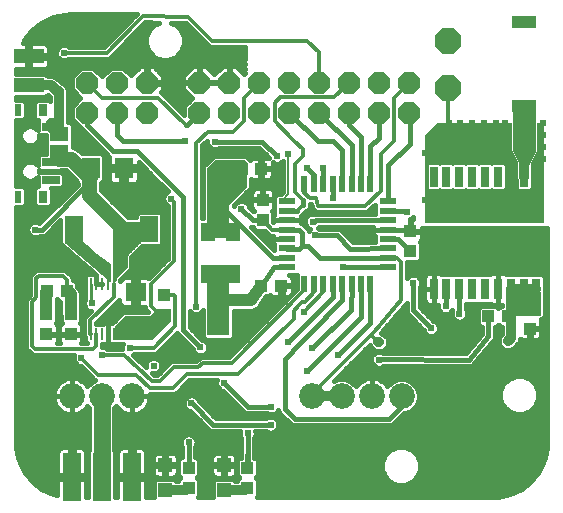
<source format=gtl>
G75*
G70*
%OFA0B0*%
%FSLAX24Y24*%
%IPPOS*%
%LPD*%
%AMOC8*
5,1,8,0,0,1.08239X$1,22.5*
%
%ADD10R,0.0580X0.0200*%
%ADD11R,0.0200X0.0580*%
%ADD12R,0.0760X0.2362*%
%ADD13R,0.0433X0.0394*%
%ADD14R,0.0394X0.0433*%
%ADD15R,0.0600X0.1600*%
%ADD16OC8,0.0740*%
%ADD17R,0.1000X0.0500*%
%ADD18R,0.0098X0.0394*%
%ADD19R,0.0709X0.0630*%
%ADD20R,0.0630X0.0709*%
%ADD21R,0.0591X0.0866*%
%ADD22C,0.0860*%
%ADD23R,0.0591X0.0276*%
%ADD24R,0.0236X0.0394*%
%ADD25R,0.0315X0.0394*%
%ADD26R,0.0472X0.0472*%
%ADD27R,0.0315X0.0709*%
%ADD28R,0.0276X0.0709*%
%ADD29R,0.0787X0.0394*%
%ADD30R,0.0512X0.0630*%
%ADD31R,0.0630X0.0460*%
%ADD32C,0.0160*%
%ADD33C,0.0000*%
%ADD34C,0.0001*%
%ADD35C,0.0400*%
%ADD36C,0.0238*%
%ADD37C,0.0060*%
%ADD38OC8,0.0860*%
%ADD39C,0.0120*%
%ADD40C,0.0500*%
%ADD41C,0.0320*%
%ADD42C,0.0240*%
%ADD43C,0.0100*%
%ADD44C,0.0560*%
D10*
X009809Y008579D03*
X009809Y008889D03*
X009809Y009209D03*
X009809Y009519D03*
X009809Y009839D03*
X009809Y010149D03*
X009809Y010469D03*
X009809Y010779D03*
X013149Y010779D03*
X013149Y010469D03*
X013149Y010149D03*
X013149Y009839D03*
X013149Y009519D03*
X013149Y009209D03*
X013149Y008889D03*
X013149Y008579D03*
D11*
X012579Y008009D03*
X012269Y008009D03*
X011949Y008009D03*
X011639Y008009D03*
X011319Y008009D03*
X011009Y008009D03*
X010689Y008009D03*
X010379Y008009D03*
X010379Y011349D03*
X010689Y011349D03*
X011009Y011349D03*
X011319Y011349D03*
X011639Y011349D03*
X011949Y011349D03*
X012269Y011349D03*
X012579Y011349D03*
D12*
X007511Y010710D03*
X007511Y007482D03*
D13*
X008920Y007970D03*
X009589Y007970D03*
X005680Y007667D03*
X005680Y006997D03*
X008260Y011863D03*
X008929Y011863D03*
X008478Y001902D03*
X008478Y001232D03*
X006523Y001238D03*
X006523Y001907D03*
D14*
X002586Y006356D03*
X002586Y007025D03*
X002471Y007794D03*
X001802Y007794D03*
X001779Y007025D03*
X001779Y006356D03*
X008989Y010160D03*
X008989Y010829D03*
X013912Y009784D03*
X013912Y009115D03*
X016505Y006947D03*
X017174Y006947D03*
X017895Y007210D03*
X017895Y006541D03*
D15*
X004617Y001599D03*
X003617Y001599D03*
X002617Y001599D03*
D16*
X003129Y013726D03*
X004129Y013726D03*
X004129Y014726D03*
X003129Y014726D03*
X005129Y014726D03*
X005129Y013726D03*
X006877Y013738D03*
X007877Y013738D03*
X008877Y013738D03*
X008877Y014738D03*
X007877Y014738D03*
X006877Y014738D03*
X009877Y014738D03*
X010877Y014738D03*
X011877Y014738D03*
X012877Y014738D03*
X013877Y014738D03*
X013877Y013738D03*
X012877Y013738D03*
X011877Y013738D03*
X010877Y013738D03*
X009877Y013738D03*
D17*
X001188Y014647D03*
X001188Y015616D03*
D18*
X003247Y008030D03*
X003444Y008030D03*
X003641Y008030D03*
X003838Y008030D03*
X004034Y008030D03*
X004034Y006366D03*
X003838Y006366D03*
X003641Y006366D03*
X003444Y006366D03*
X003247Y006366D03*
D19*
X004747Y006647D03*
X004747Y007749D03*
D20*
X004357Y011887D03*
X003254Y011887D03*
D21*
X002680Y009864D03*
X005200Y009864D03*
D22*
X004617Y004285D03*
X003617Y004285D03*
X002617Y004285D03*
X010617Y004285D03*
X011617Y004285D03*
X012617Y004285D03*
X013617Y004285D03*
D23*
X001916Y011490D03*
X001916Y012080D03*
X001916Y013261D03*
D24*
X000834Y013812D03*
X000834Y010938D03*
D25*
X001660Y010938D03*
X001660Y013812D03*
D26*
X005735Y001986D03*
X005735Y001159D03*
X007690Y001154D03*
X007690Y001980D03*
D27*
X015100Y007867D03*
X015533Y007867D03*
X015966Y007867D03*
X016399Y007867D03*
X016832Y007867D03*
X017265Y007867D03*
X017698Y007867D03*
X017698Y011607D03*
X017265Y011607D03*
X016832Y011607D03*
X016399Y011607D03*
X015966Y011607D03*
X015533Y011607D03*
X015100Y011607D03*
D28*
X014686Y011607D03*
X018112Y011607D03*
X018112Y007867D03*
X014686Y007867D03*
D29*
X017703Y013968D03*
X017703Y016763D03*
D30*
X007997Y009773D03*
X007170Y009773D03*
X007170Y008355D03*
X007997Y008355D03*
D31*
X002208Y012441D03*
X002208Y013041D03*
D32*
X001037Y001781D02*
X001293Y001460D01*
X001613Y001205D01*
X001982Y001027D01*
X002137Y000992D01*
X002137Y001529D01*
X002547Y001529D01*
X002547Y001669D01*
X002547Y002579D01*
X002293Y002579D01*
X002248Y002567D01*
X002207Y002543D01*
X002173Y002509D01*
X002149Y002468D01*
X002137Y002422D01*
X002137Y001669D01*
X002547Y001669D01*
X002687Y001669D01*
X002687Y002579D01*
X002941Y002579D01*
X002987Y002567D01*
X003028Y002543D01*
X003061Y002509D01*
X003085Y002468D01*
X003097Y002422D01*
X003097Y001669D01*
X002687Y001669D01*
X002687Y001529D01*
X003097Y001529D01*
X003097Y000925D01*
X003177Y000925D01*
X003177Y002457D01*
X003197Y002477D01*
X003197Y003899D01*
X003135Y003960D01*
X003082Y003888D01*
X003015Y003820D01*
X002937Y003763D01*
X002851Y003720D01*
X002760Y003690D01*
X002665Y003675D01*
X002617Y003675D01*
X002617Y004285D01*
X002617Y004895D01*
X002569Y004895D01*
X002474Y004880D01*
X002383Y004850D01*
X002297Y004807D01*
X002220Y004750D01*
X002152Y004682D01*
X002095Y004605D01*
X002052Y004519D01*
X002022Y004428D01*
X000757Y004428D01*
X000757Y004586D02*
X002086Y004586D01*
X002022Y004428D02*
X002007Y004333D01*
X002007Y004285D01*
X002617Y004285D01*
X002617Y004285D01*
X002617Y004285D01*
X002007Y004285D01*
X002007Y004237D01*
X002022Y004142D01*
X002052Y004051D01*
X002095Y003965D01*
X002152Y003888D01*
X002220Y003820D01*
X002297Y003763D01*
X002383Y003720D01*
X002474Y003690D01*
X002569Y003675D01*
X002617Y003675D01*
X002617Y004285D01*
X002617Y004895D01*
X002665Y004895D01*
X002760Y004880D01*
X002851Y004850D01*
X002937Y004807D01*
X003015Y004750D01*
X003082Y004682D01*
X003135Y004609D01*
X003294Y004768D01*
X003395Y004810D01*
X003341Y004865D01*
X003283Y004923D01*
X003283Y004924D01*
X002919Y005290D01*
X002892Y005290D01*
X002797Y005330D01*
X002724Y005403D01*
X002685Y005498D01*
X002685Y005601D01*
X002703Y005645D01*
X001321Y005645D01*
X001223Y005742D01*
X001106Y005859D01*
X001106Y007410D01*
X001098Y007481D01*
X001106Y007491D01*
X001106Y007505D01*
X001156Y007555D01*
X001245Y007667D01*
X001242Y008145D01*
X001241Y008146D01*
X001241Y008228D01*
X001241Y008310D01*
X001241Y008310D01*
X001241Y008311D01*
X001299Y008369D01*
X001357Y008428D01*
X001358Y008428D01*
X001433Y008503D01*
X002399Y008503D01*
X002552Y008350D01*
X002669Y008232D01*
X003058Y008232D01*
X003058Y008285D02*
X003058Y008110D01*
X003057Y008109D01*
X003057Y007515D01*
X003047Y007505D01*
X003047Y007487D01*
X003026Y007436D01*
X003026Y007333D01*
X003065Y007238D01*
X003138Y007165D01*
X003233Y007125D01*
X003272Y007125D01*
X003164Y007017D01*
X003046Y006900D01*
X003046Y006284D01*
X003058Y006273D01*
X003058Y006112D01*
X003125Y006045D01*
X002936Y006045D01*
X002950Y006070D01*
X002962Y006116D01*
X002962Y006337D01*
X002604Y006337D01*
X002604Y006374D01*
X002962Y006374D01*
X002962Y006596D01*
X002950Y006642D01*
X002927Y006683D01*
X002893Y006716D01*
X002890Y006718D01*
X002922Y006751D01*
X002922Y006950D01*
X002926Y006957D01*
X002926Y007748D01*
X002874Y007873D01*
X002808Y007938D01*
X002808Y008069D01*
X002726Y008151D01*
X002669Y008151D01*
X002669Y008232D01*
X002804Y008073D02*
X003057Y008073D01*
X003057Y007915D02*
X002832Y007915D01*
X002922Y007756D02*
X003057Y007756D01*
X003057Y007598D02*
X002926Y007598D01*
X002926Y007439D02*
X003027Y007439D01*
X003047Y007281D02*
X002926Y007281D01*
X002926Y007122D02*
X003269Y007122D01*
X003111Y006964D02*
X002926Y006964D01*
X002922Y006805D02*
X003046Y006805D01*
X003046Y006647D02*
X002947Y006647D01*
X002962Y006488D02*
X003046Y006488D01*
X003046Y006330D02*
X002962Y006330D01*
X002962Y006171D02*
X003058Y006171D01*
X002567Y006337D02*
X002209Y006337D01*
X002209Y006116D01*
X002221Y006070D01*
X002236Y006045D01*
X002129Y006045D01*
X002143Y006070D01*
X002155Y006116D01*
X002155Y006337D01*
X001797Y006337D01*
X001797Y006374D01*
X002155Y006374D01*
X002155Y006596D01*
X002143Y006642D01*
X002119Y006683D01*
X002086Y006716D01*
X002083Y006718D01*
X002115Y006751D01*
X002115Y006950D01*
X002119Y006957D01*
X002119Y007499D01*
X002137Y007518D01*
X002217Y007438D01*
X002246Y007438D01*
X002246Y006957D01*
X002249Y006950D01*
X002249Y006751D01*
X002281Y006718D01*
X002278Y006716D01*
X002245Y006683D01*
X002221Y006642D01*
X002209Y006596D01*
X002209Y006374D01*
X002567Y006374D01*
X002567Y006337D01*
X002209Y006330D02*
X002155Y006330D01*
X002155Y006488D02*
X002209Y006488D01*
X002224Y006647D02*
X002140Y006647D01*
X002115Y006805D02*
X002249Y006805D01*
X002246Y006964D02*
X002119Y006964D01*
X002119Y007122D02*
X002246Y007122D01*
X002246Y007281D02*
X002119Y007281D01*
X002119Y007439D02*
X002215Y007439D01*
X002511Y008390D02*
X003317Y008390D01*
X003325Y008395D02*
X003284Y008371D01*
X003280Y008367D01*
X003140Y008367D01*
X003058Y008285D01*
X002910Y008346D02*
X002509Y008601D01*
X003079Y008650D01*
X003444Y008329D01*
X003444Y008030D01*
X003444Y008030D01*
X003641Y008030D01*
X003641Y008030D01*
X003444Y008030D01*
X003362Y008405D02*
X003325Y008395D01*
X003362Y008405D02*
X002335Y009290D01*
X002329Y009290D01*
X002329Y009291D01*
X002327Y009291D01*
X002276Y009341D01*
X002252Y009362D01*
X002252Y009366D01*
X002245Y009373D01*
X002245Y009459D01*
X002243Y009478D01*
X002245Y009479D01*
X002245Y010145D01*
X001720Y009620D01*
X001550Y009620D01*
X001456Y009581D01*
X001353Y009581D01*
X001258Y009620D01*
X001185Y009693D01*
X001145Y009788D01*
X001145Y009892D01*
X001185Y009987D01*
X001258Y010060D01*
X001353Y010099D01*
X001456Y010099D01*
X001541Y010064D01*
X002814Y011336D01*
X002814Y011359D01*
X002808Y011379D01*
X002812Y011424D01*
X002804Y011432D01*
X002776Y011450D01*
X002750Y011487D01*
X002424Y011812D01*
X002279Y011812D01*
X002270Y011802D01*
X001563Y011802D01*
X001545Y011821D01*
X001545Y011749D01*
X001563Y011767D01*
X002270Y011767D01*
X002352Y011685D01*
X002352Y011294D01*
X002270Y011212D01*
X001939Y011212D01*
X001958Y011193D01*
X001958Y010684D01*
X001876Y010602D01*
X001445Y010602D01*
X001363Y010684D01*
X001363Y011193D01*
X001445Y011275D01*
X001500Y011275D01*
X001481Y011294D01*
X001481Y011590D01*
X001407Y011516D01*
X001290Y011468D01*
X001164Y011468D01*
X001048Y011516D01*
X000958Y011605D01*
X000910Y011722D01*
X000910Y011848D01*
X000958Y011965D01*
X001048Y012054D01*
X001164Y012102D01*
X001290Y012102D01*
X001407Y012054D01*
X001481Y011980D01*
X001481Y012276D01*
X001563Y012358D01*
X001753Y012358D01*
X001753Y012729D01*
X001765Y012741D01*
X001753Y012753D01*
X001753Y012983D01*
X001563Y012983D01*
X001545Y013002D01*
X001545Y012903D01*
X001496Y012786D01*
X001407Y012697D01*
X001290Y012649D01*
X001164Y012649D01*
X001048Y012697D01*
X000958Y012786D01*
X000910Y012903D01*
X000910Y013029D01*
X000958Y013146D01*
X001048Y013235D01*
X001164Y013283D01*
X001290Y013283D01*
X001407Y013235D01*
X001481Y013161D01*
X001481Y013457D01*
X001500Y013476D01*
X001445Y013476D01*
X001363Y013558D01*
X001363Y014067D01*
X001445Y014149D01*
X001876Y014149D01*
X001885Y014140D01*
X001885Y014263D01*
X001869Y014279D01*
X001869Y014279D01*
X001819Y014330D01*
X001746Y014257D01*
X000757Y014257D01*
X000757Y014149D01*
X001010Y014149D01*
X001092Y014067D01*
X001092Y013558D01*
X001010Y013476D01*
X000757Y013476D01*
X000757Y011275D01*
X001010Y011275D01*
X001092Y011193D01*
X001092Y010684D01*
X001010Y010602D01*
X000757Y010602D01*
X000757Y002753D01*
X000769Y002549D01*
X000860Y002149D01*
X001037Y001781D01*
X001075Y001733D02*
X002137Y001733D01*
X002137Y001892D02*
X000984Y001892D01*
X000908Y002050D02*
X002137Y002050D01*
X002137Y002209D02*
X000846Y002209D01*
X000810Y002367D02*
X002137Y002367D01*
X002190Y002526D02*
X000774Y002526D01*
X000761Y002684D02*
X003197Y002684D01*
X003197Y002526D02*
X003045Y002526D01*
X003097Y002367D02*
X003177Y002367D01*
X003177Y002209D02*
X003097Y002209D01*
X003097Y002050D02*
X003177Y002050D01*
X003177Y001892D02*
X003097Y001892D01*
X003097Y001733D02*
X003177Y001733D01*
X003177Y001575D02*
X002687Y001575D01*
X002687Y001529D02*
X002687Y000925D01*
X002586Y000925D01*
X002547Y000927D01*
X002547Y001529D01*
X002687Y001529D01*
X002687Y001416D02*
X002547Y001416D01*
X002547Y001258D02*
X002687Y001258D01*
X002687Y001099D02*
X002547Y001099D01*
X002547Y000941D02*
X002687Y000941D01*
X003097Y000941D02*
X003177Y000941D01*
X003177Y001099D02*
X003097Y001099D01*
X003097Y001258D02*
X003177Y001258D01*
X003177Y001416D02*
X003097Y001416D01*
X002687Y001733D02*
X002547Y001733D01*
X002547Y001575D02*
X001202Y001575D01*
X001348Y001416D02*
X002137Y001416D01*
X002137Y001258D02*
X001547Y001258D01*
X001833Y001099D02*
X002137Y001099D01*
X002547Y001892D02*
X002687Y001892D01*
X002687Y002050D02*
X002547Y002050D01*
X002547Y002209D02*
X002687Y002209D01*
X002687Y002367D02*
X002547Y002367D01*
X002547Y002526D02*
X002687Y002526D01*
X003197Y002843D02*
X000757Y002843D01*
X000757Y003001D02*
X003197Y003001D01*
X003197Y003160D02*
X000757Y003160D01*
X000757Y003318D02*
X003197Y003318D01*
X003197Y003477D02*
X000757Y003477D01*
X000757Y003635D02*
X003197Y003635D01*
X003197Y003794D02*
X002979Y003794D01*
X003129Y003952D02*
X003144Y003952D01*
X002617Y003952D02*
X002617Y003952D01*
X002617Y003794D02*
X002617Y003794D01*
X002617Y004111D02*
X002617Y004111D01*
X002617Y004269D02*
X002617Y004269D01*
X002617Y004285D02*
X002617Y004285D01*
X002617Y004428D02*
X002617Y004428D01*
X002617Y004586D02*
X002617Y004586D01*
X002617Y004745D02*
X002617Y004745D01*
X002214Y004745D02*
X000757Y004745D01*
X000757Y004903D02*
X003303Y004903D01*
X003271Y004745D02*
X003020Y004745D01*
X003146Y005062D02*
X000757Y005062D01*
X000757Y005220D02*
X002988Y005220D01*
X002748Y005379D02*
X000757Y005379D01*
X000757Y005537D02*
X002685Y005537D01*
X002209Y006171D02*
X002155Y006171D01*
X001269Y005696D02*
X000757Y005696D01*
X000757Y005854D02*
X001111Y005854D01*
X001106Y006013D02*
X000757Y006013D01*
X000757Y006171D02*
X001106Y006171D01*
X001106Y006330D02*
X000757Y006330D01*
X000757Y006488D02*
X001106Y006488D01*
X001106Y006647D02*
X000757Y006647D01*
X000757Y006805D02*
X001106Y006805D01*
X001106Y006964D02*
X000757Y006964D01*
X000757Y007122D02*
X001106Y007122D01*
X001106Y007281D02*
X000757Y007281D01*
X000757Y007439D02*
X001102Y007439D01*
X001190Y007598D02*
X000757Y007598D01*
X000757Y007756D02*
X001245Y007756D01*
X001244Y007915D02*
X000757Y007915D01*
X000757Y008073D02*
X001242Y008073D01*
X001241Y008232D02*
X000757Y008232D01*
X000757Y008390D02*
X001320Y008390D01*
X000757Y008549D02*
X003195Y008549D01*
X003011Y008707D02*
X000757Y008707D01*
X000757Y008866D02*
X002827Y008866D01*
X002644Y009024D02*
X000757Y009024D01*
X000757Y009183D02*
X002460Y009183D01*
X002276Y009341D02*
X000757Y009341D01*
X000757Y009500D02*
X002245Y009500D01*
X002245Y009658D02*
X001758Y009658D01*
X001629Y009840D02*
X003204Y011415D01*
X002810Y011402D02*
X002352Y011402D01*
X002352Y011560D02*
X002676Y011560D01*
X002518Y011719D02*
X002318Y011719D01*
X002301Y011243D02*
X002721Y011243D01*
X002563Y011085D02*
X001958Y011085D01*
X001958Y010926D02*
X002404Y010926D01*
X002246Y010768D02*
X001958Y010768D01*
X001884Y010609D02*
X002087Y010609D01*
X001929Y010451D02*
X000757Y010451D01*
X000757Y010292D02*
X001770Y010292D01*
X001611Y010134D02*
X000757Y010134D01*
X000757Y009975D02*
X001180Y009975D01*
X001145Y009817D02*
X000757Y009817D01*
X000757Y009658D02*
X001220Y009658D01*
X001405Y009840D02*
X001629Y009840D01*
X001917Y009817D02*
X002245Y009817D01*
X002245Y009975D02*
X002075Y009975D01*
X002234Y010134D02*
X002245Y010134D01*
X001437Y010609D02*
X001017Y010609D01*
X001092Y010768D02*
X001363Y010768D01*
X001363Y010926D02*
X001092Y010926D01*
X001092Y011085D02*
X001363Y011085D01*
X001413Y011243D02*
X001042Y011243D01*
X000757Y011402D02*
X001481Y011402D01*
X001481Y011560D02*
X001451Y011560D01*
X001003Y011560D02*
X000757Y011560D01*
X000757Y011719D02*
X000911Y011719D01*
X000922Y011877D02*
X000757Y011877D01*
X000757Y012036D02*
X001030Y012036D01*
X000757Y012194D02*
X001481Y012194D01*
X001481Y012036D02*
X001425Y012036D01*
X001558Y012353D02*
X000757Y012353D01*
X000757Y012511D02*
X001753Y012511D01*
X001753Y012670D02*
X001341Y012670D01*
X001514Y012828D02*
X001753Y012828D01*
X001560Y012987D02*
X001545Y012987D01*
X001481Y013304D02*
X000757Y013304D01*
X000757Y013462D02*
X001486Y013462D01*
X001363Y013621D02*
X001092Y013621D01*
X001092Y013779D02*
X001363Y013779D01*
X001363Y013938D02*
X001092Y013938D01*
X001063Y014096D02*
X001392Y014096D01*
X001885Y014255D02*
X000757Y014255D01*
X000757Y015037D02*
X000757Y015186D01*
X001143Y015186D01*
X001143Y015571D01*
X000810Y015571D01*
X000830Y015661D01*
X001143Y015661D01*
X001143Y016046D01*
X000983Y016046D01*
X001037Y016159D01*
X001293Y016479D01*
X001613Y016735D01*
X001982Y016912D01*
X002381Y017003D01*
X002586Y017015D01*
X004780Y017015D01*
X004646Y016884D01*
X004643Y016884D01*
X004587Y016827D01*
X004529Y016770D01*
X004529Y016768D01*
X003712Y015939D01*
X002532Y015939D01*
X002512Y015958D01*
X002417Y015998D01*
X002314Y015998D01*
X002219Y015958D01*
X002146Y015885D01*
X002107Y015790D01*
X002107Y015687D01*
X002146Y015592D01*
X002219Y015519D01*
X002314Y015480D01*
X002417Y015480D01*
X002512Y015519D01*
X002532Y015539D01*
X003714Y015539D01*
X003714Y015538D01*
X003796Y015539D01*
X003878Y015539D01*
X003879Y015539D01*
X003880Y015539D01*
X003937Y015598D01*
X003996Y015656D01*
X003996Y015657D01*
X004869Y016543D01*
X005073Y016742D01*
X005535Y016741D01*
X005370Y016672D01*
X005193Y016495D01*
X005096Y016262D01*
X005096Y016011D01*
X005193Y015779D01*
X005370Y015601D01*
X005603Y015504D01*
X005854Y015504D01*
X006087Y015601D01*
X006264Y015779D01*
X006361Y016011D01*
X006361Y016262D01*
X006264Y016495D01*
X006087Y016672D01*
X005924Y016740D01*
X006414Y016738D01*
X007169Y015997D01*
X007227Y015939D01*
X007228Y015939D01*
X007229Y015938D01*
X007311Y015939D01*
X008385Y015939D01*
X008379Y015013D01*
X008105Y015288D01*
X007897Y015288D01*
X007897Y014758D01*
X007857Y014758D01*
X007857Y015288D01*
X007649Y015288D01*
X007377Y015015D01*
X007105Y015288D01*
X006897Y015288D01*
X006897Y014758D01*
X006857Y014758D01*
X006857Y015288D01*
X006649Y015288D01*
X006327Y014965D01*
X006327Y014758D01*
X006857Y014758D01*
X006857Y014718D01*
X006327Y014718D01*
X006327Y014510D01*
X006627Y014209D01*
X006367Y013949D01*
X006367Y013659D01*
X005713Y014313D01*
X005603Y014422D01*
X005679Y014498D01*
X005679Y014706D01*
X005149Y014706D01*
X005149Y014746D01*
X005109Y014746D01*
X005109Y015276D01*
X004901Y015276D01*
X004601Y014975D01*
X004340Y015236D01*
X003918Y015236D01*
X003629Y014947D01*
X003340Y015236D01*
X002918Y015236D01*
X002619Y014937D01*
X002619Y014515D01*
X002908Y014226D01*
X002619Y013937D01*
X002619Y013515D01*
X002918Y013216D01*
X002923Y013216D01*
X003763Y012376D01*
X003864Y012274D01*
X003862Y012265D01*
X003862Y011964D01*
X004279Y011964D01*
X004279Y011809D01*
X004434Y011809D01*
X004434Y011353D01*
X004695Y011353D01*
X004741Y011365D01*
X004782Y011388D01*
X004816Y011422D01*
X004839Y011463D01*
X004852Y011509D01*
X004852Y011809D01*
X004434Y011809D01*
X004434Y011964D01*
X004852Y011964D01*
X004852Y012093D01*
X005338Y011607D01*
X005338Y011597D01*
X005827Y011109D01*
X005787Y011092D01*
X005714Y011020D01*
X005674Y010924D01*
X005674Y010821D01*
X005714Y010726D01*
X005787Y010653D01*
X005844Y010629D01*
X005844Y008880D01*
X005187Y008223D01*
X005171Y008232D01*
X005125Y008244D01*
X004825Y008244D01*
X004825Y007827D01*
X004670Y007827D01*
X004670Y008244D01*
X004369Y008244D01*
X004323Y008232D01*
X004282Y008208D01*
X004249Y008175D01*
X004225Y008134D01*
X004224Y008129D01*
X004224Y008165D01*
X004594Y008535D01*
X004594Y008924D01*
X004961Y009291D01*
X005553Y009291D01*
X005635Y009373D01*
X005635Y010355D01*
X005553Y010437D01*
X004847Y010437D01*
X004765Y010355D01*
X004765Y010256D01*
X004485Y010256D01*
X003594Y011148D01*
X003594Y011393D01*
X003627Y011393D01*
X003709Y011475D01*
X003709Y012299D01*
X003627Y012381D01*
X002958Y012381D01*
X002916Y012423D01*
X002807Y012533D01*
X002663Y012592D01*
X002662Y012592D01*
X002662Y012729D01*
X002650Y012741D01*
X002662Y012753D01*
X002662Y013329D01*
X002580Y013411D01*
X002485Y013411D01*
X002485Y014509D01*
X002439Y014619D01*
X002355Y014703D01*
X002250Y014747D01*
X002180Y014817D01*
X002096Y014902D01*
X001985Y014947D01*
X001828Y014947D01*
X001828Y014955D01*
X001746Y015037D01*
X000757Y015037D01*
X000757Y015047D02*
X002729Y015047D01*
X002619Y014889D02*
X002108Y014889D01*
X002290Y014730D02*
X002619Y014730D01*
X002619Y014572D02*
X002459Y014572D01*
X002485Y014413D02*
X002720Y014413D01*
X002879Y014255D02*
X002485Y014255D01*
X002485Y014096D02*
X002778Y014096D01*
X002620Y013938D02*
X002485Y013938D01*
X002485Y013779D02*
X002619Y013779D01*
X002619Y013621D02*
X002485Y013621D01*
X002485Y013462D02*
X002671Y013462D01*
X002662Y013304D02*
X002830Y013304D01*
X002993Y013145D02*
X002662Y013145D01*
X002662Y012987D02*
X003152Y012987D01*
X003310Y012828D02*
X002662Y012828D01*
X002662Y012670D02*
X003469Y012670D01*
X003627Y012511D02*
X002828Y012511D01*
X001921Y012080D02*
X001916Y012080D01*
X001114Y012670D02*
X000757Y012670D01*
X000757Y012828D02*
X000941Y012828D01*
X000910Y012987D02*
X000757Y012987D01*
X000757Y013145D02*
X000958Y013145D01*
X001233Y015186D02*
X001712Y015186D01*
X001757Y015198D01*
X001799Y015222D01*
X001832Y015255D01*
X001856Y015296D01*
X001868Y015342D01*
X001868Y015571D01*
X001233Y015571D01*
X001233Y015661D01*
X001143Y015661D01*
X001143Y015571D01*
X001233Y015571D01*
X001233Y015186D01*
X001233Y015206D02*
X001143Y015206D01*
X001143Y015364D02*
X001233Y015364D01*
X001233Y015523D02*
X001143Y015523D01*
X001143Y015681D02*
X001233Y015681D01*
X001233Y015661D02*
X001233Y016046D01*
X001712Y016046D01*
X001757Y016033D01*
X001799Y016010D01*
X001832Y015976D01*
X001856Y015935D01*
X001868Y015889D01*
X001868Y015661D01*
X001233Y015661D01*
X001233Y015840D02*
X001143Y015840D01*
X001143Y015998D02*
X001233Y015998D01*
X001036Y016157D02*
X003927Y016157D01*
X004083Y016315D02*
X001162Y016315D01*
X001288Y016474D02*
X004239Y016474D01*
X004395Y016632D02*
X001484Y016632D01*
X001729Y016791D02*
X004550Y016791D01*
X004712Y016949D02*
X002143Y016949D01*
X001810Y015998D02*
X003770Y015998D01*
X004020Y015681D02*
X005290Y015681D01*
X005167Y015840D02*
X004176Y015840D01*
X004332Y015998D02*
X005102Y015998D01*
X005096Y016157D02*
X004488Y016157D01*
X004644Y016315D02*
X005118Y016315D01*
X005184Y016474D02*
X004801Y016474D01*
X004960Y016632D02*
X005330Y016632D01*
X006127Y016632D02*
X006522Y016632D01*
X006684Y016474D02*
X006273Y016474D01*
X006339Y016315D02*
X006845Y016315D01*
X007007Y016157D02*
X006361Y016157D01*
X006355Y015998D02*
X007168Y015998D01*
X006290Y015840D02*
X008385Y015840D01*
X008384Y015681D02*
X006167Y015681D01*
X005898Y015523D02*
X008383Y015523D01*
X008382Y015364D02*
X001868Y015364D01*
X001868Y015523D02*
X002215Y015523D01*
X002109Y015681D02*
X001868Y015681D01*
X001868Y015840D02*
X002127Y015840D01*
X002516Y015523D02*
X005558Y015523D01*
X005357Y015276D02*
X005149Y015276D01*
X005149Y014746D01*
X005679Y014746D01*
X005679Y014954D01*
X005357Y015276D01*
X005427Y015206D02*
X006567Y015206D01*
X006409Y015047D02*
X005585Y015047D01*
X005679Y014889D02*
X006327Y014889D01*
X006327Y014572D02*
X005679Y014572D01*
X005612Y014413D02*
X006424Y014413D01*
X006582Y014255D02*
X005771Y014255D01*
X005929Y014096D02*
X006514Y014096D01*
X006367Y013938D02*
X006088Y013938D01*
X006246Y013779D02*
X006367Y013779D01*
X006430Y013312D02*
X006452Y013312D01*
X006877Y013738D01*
X007139Y012802D02*
X007139Y012719D01*
X007178Y012624D01*
X007251Y012551D01*
X007346Y012512D01*
X007449Y012512D01*
X007543Y012551D01*
X008867Y012550D01*
X009211Y012233D01*
X009213Y012228D01*
X009169Y012240D01*
X008947Y012240D01*
X008947Y011881D01*
X009325Y011881D01*
X009325Y012076D01*
X009413Y012039D01*
X009516Y012039D01*
X009611Y012079D01*
X009657Y012125D01*
X009665Y011095D01*
X009597Y011019D01*
X009461Y011019D01*
X009379Y010937D01*
X009379Y010363D01*
X009375Y010359D01*
X009352Y010318D01*
X009339Y010272D01*
X009339Y010149D01*
X009809Y010149D01*
X009809Y010149D01*
X009339Y010149D01*
X009339Y010092D01*
X009326Y010106D01*
X009326Y010434D01*
X009293Y010467D01*
X009296Y010468D01*
X009330Y010502D01*
X009354Y010543D01*
X009366Y010589D01*
X009366Y010811D01*
X009008Y010811D01*
X009008Y010847D01*
X009366Y010847D01*
X009366Y011069D01*
X009354Y011115D01*
X009330Y011156D01*
X009296Y011190D01*
X009255Y011213D01*
X009210Y011226D01*
X009008Y011226D01*
X009008Y010847D01*
X008971Y010847D01*
X008971Y010811D01*
X008612Y010811D01*
X008612Y010589D01*
X008625Y010543D01*
X008648Y010502D01*
X008682Y010468D01*
X008685Y010467D01*
X008673Y010455D01*
X008536Y010593D01*
X008496Y010688D01*
X008424Y010761D01*
X008328Y010800D01*
X008225Y010800D01*
X008130Y010761D01*
X008057Y010688D01*
X008031Y010624D01*
X008031Y010670D01*
X008586Y011225D01*
X008586Y011538D01*
X008602Y011522D01*
X008643Y011498D01*
X008689Y011486D01*
X008911Y011486D01*
X008911Y011845D01*
X008947Y011845D01*
X008947Y011486D01*
X009169Y011486D01*
X009215Y011498D01*
X009256Y011522D01*
X009290Y011556D01*
X009313Y011597D01*
X009325Y011642D01*
X009325Y011845D01*
X008947Y011845D01*
X008947Y011881D01*
X008911Y011881D01*
X008911Y012240D01*
X008689Y012240D01*
X008643Y012228D01*
X008602Y012204D01*
X008568Y012170D01*
X008567Y012167D01*
X008534Y012200D01*
X008515Y012200D01*
X008426Y012289D01*
X007340Y012289D01*
X007258Y012206D01*
X007083Y012031D01*
X007073Y012031D01*
X006991Y011949D01*
X006991Y011598D01*
X006981Y011581D01*
X006991Y011546D01*
X006991Y010228D01*
X006959Y010228D01*
X006958Y012649D01*
X007139Y012802D01*
X007159Y012670D02*
X006983Y012670D01*
X006958Y012511D02*
X008909Y012511D01*
X009081Y012353D02*
X006958Y012353D01*
X006958Y012194D02*
X007246Y012194D01*
X007088Y012036D02*
X006958Y012036D01*
X006959Y011877D02*
X006991Y011877D01*
X006991Y011719D02*
X006959Y011719D01*
X006959Y011560D02*
X006987Y011560D01*
X006991Y011402D02*
X006959Y011402D01*
X006959Y011243D02*
X006991Y011243D01*
X006991Y011085D02*
X006959Y011085D01*
X006959Y010926D02*
X006991Y010926D01*
X006991Y010768D02*
X006959Y010768D01*
X006959Y010609D02*
X006991Y010609D01*
X006991Y010451D02*
X006959Y010451D01*
X006959Y010292D02*
X006991Y010292D01*
X007170Y009837D02*
X007170Y009773D01*
X007170Y009837D02*
X007303Y009837D01*
X007303Y010710D01*
X007511Y010710D01*
X009332Y008889D01*
X009809Y008889D01*
X009809Y008579D02*
X009356Y008576D01*
X008920Y007970D01*
X009107Y007633D02*
X009194Y007633D01*
X009227Y007665D01*
X009228Y007662D01*
X009262Y007629D01*
X009303Y007605D01*
X009349Y007593D01*
X009571Y007593D01*
X009571Y007951D01*
X009607Y007951D01*
X009607Y007593D01*
X009829Y007593D01*
X009875Y007605D01*
X009887Y007612D01*
X007877Y005602D01*
X006917Y005602D01*
X006763Y005448D01*
X005940Y005448D01*
X005471Y004979D01*
X005378Y004979D01*
X005306Y005049D01*
X005400Y005049D01*
X005496Y005089D01*
X005568Y005162D01*
X005608Y005257D01*
X005608Y005360D01*
X005568Y005455D01*
X005496Y005528D01*
X005400Y005567D01*
X005297Y005567D01*
X005202Y005528D01*
X005129Y005455D01*
X005090Y005360D01*
X005090Y005259D01*
X004667Y005669D01*
X004701Y005683D01*
X004720Y005703D01*
X005446Y005703D01*
X006127Y006384D01*
X006650Y005861D01*
X006689Y005766D01*
X006762Y005694D01*
X006857Y005654D01*
X006960Y005654D01*
X007055Y005694D01*
X007128Y005766D01*
X007168Y005862D01*
X007168Y005965D01*
X007128Y006060D01*
X007055Y006133D01*
X006961Y006172D01*
X006557Y006576D01*
X006557Y007110D01*
X006614Y007053D01*
X006709Y007013D01*
X006812Y007013D01*
X006907Y007053D01*
X006980Y007126D01*
X006991Y007152D01*
X006991Y006243D01*
X007073Y006161D01*
X007949Y006161D01*
X008031Y006243D01*
X008031Y007140D01*
X008571Y007138D01*
X008608Y007132D01*
X008638Y007138D01*
X008669Y007138D01*
X008704Y007152D01*
X008740Y007160D01*
X008766Y007178D01*
X008794Y007189D01*
X008821Y007216D01*
X008852Y007237D01*
X008868Y007263D01*
X008890Y007285D01*
X008905Y007319D01*
X009107Y007633D01*
X009084Y007598D02*
X009330Y007598D01*
X009426Y007475D02*
X009426Y007395D01*
X009665Y007395D01*
X009665Y007398D01*
X009665Y007475D01*
X009426Y007475D01*
X009410Y007398D02*
X009665Y007398D01*
X009715Y007439D02*
X008982Y007439D01*
X008886Y007281D02*
X009556Y007281D01*
X009426Y007395D02*
X009416Y007395D01*
X009571Y007598D02*
X009607Y007598D01*
X009665Y007475D02*
X009665Y007966D01*
X009589Y007970D01*
X009607Y007988D02*
X009986Y007988D01*
X009986Y008190D01*
X009973Y008236D01*
X009950Y008277D01*
X009916Y008310D01*
X009875Y008334D01*
X009859Y008339D01*
X010139Y008339D01*
X010139Y007864D01*
X009966Y007691D01*
X009973Y007703D01*
X009986Y007749D01*
X009986Y007951D01*
X009607Y007951D01*
X009607Y007988D01*
X009607Y007915D02*
X009571Y007915D01*
X009571Y007756D02*
X009607Y007756D01*
X009848Y007598D02*
X009873Y007598D01*
X009986Y007756D02*
X010032Y007756D01*
X009986Y007915D02*
X010139Y007915D01*
X010139Y008073D02*
X009986Y008073D01*
X009974Y008232D02*
X010139Y008232D01*
X010913Y008894D02*
X013144Y008894D01*
X013149Y008889D01*
X013149Y008579D02*
X011711Y008579D01*
X011679Y008578D01*
X011910Y009206D02*
X011470Y009646D01*
X010732Y009653D01*
X010816Y009898D02*
X010849Y009930D01*
X010877Y009931D01*
X012544Y009929D01*
X012544Y009929D01*
X012636Y009929D01*
X012679Y009929D01*
X012679Y009839D01*
X013149Y009839D01*
X013149Y009839D01*
X012679Y009839D01*
X012679Y009715D01*
X012692Y009669D01*
X012715Y009628D01*
X012719Y009624D01*
X012719Y009428D01*
X012001Y009426D01*
X011626Y009801D01*
X011563Y009866D01*
X011562Y009866D01*
X011561Y009866D01*
X011471Y009866D01*
X010880Y009871D01*
X010879Y009872D01*
X010816Y009898D01*
X010767Y010147D02*
X010655Y010103D01*
X010767Y010147D02*
X010872Y010151D01*
X012636Y010149D01*
X013149Y010149D01*
X013149Y009839D02*
X013858Y009839D01*
X013912Y009784D01*
X013930Y009766D02*
X013930Y009802D01*
X013894Y009802D01*
X013894Y010181D01*
X013882Y010181D01*
X013957Y010212D01*
X014004Y010259D01*
X014004Y010181D01*
X013930Y010181D01*
X013930Y009802D01*
X014289Y009802D01*
X014289Y009901D01*
X018469Y009900D01*
X018469Y002753D01*
X018458Y002549D01*
X018367Y002149D01*
X018189Y001781D01*
X017934Y001460D01*
X017614Y001205D01*
X017245Y001027D01*
X016845Y000936D01*
X016641Y000925D01*
X008781Y000925D01*
X008834Y000978D01*
X008834Y001487D01*
X008754Y001567D01*
X008834Y001647D01*
X008834Y002156D01*
X008752Y002239D01*
X008711Y002239D01*
X008709Y002899D01*
X008748Y002993D01*
X008748Y003096D01*
X008741Y003112D01*
X009106Y003112D01*
X009107Y003111D01*
X009203Y003071D01*
X009306Y003071D01*
X009401Y003111D01*
X009474Y003184D01*
X009513Y003279D01*
X009513Y003382D01*
X009474Y003477D01*
X009802Y003477D01*
X009907Y003380D02*
X009644Y003623D01*
X009640Y003623D01*
X009578Y003684D01*
X009514Y003743D01*
X009514Y003748D01*
X009511Y003751D01*
X009511Y003818D01*
X009498Y003788D01*
X009425Y003715D01*
X009330Y003675D01*
X009227Y003675D01*
X009133Y003714D01*
X008400Y003714D01*
X007651Y004463D01*
X007557Y004502D01*
X007484Y004575D01*
X007445Y004670D01*
X007445Y004773D01*
X007461Y004814D01*
X006535Y004814D01*
X006184Y004463D01*
X006067Y004346D01*
X005225Y004346D01*
X005227Y004333D01*
X005227Y004285D01*
X004617Y004285D01*
X004617Y004285D01*
X004617Y003675D01*
X004569Y003675D01*
X004474Y003690D01*
X004383Y003720D01*
X004297Y003763D01*
X004220Y003820D01*
X004152Y003888D01*
X004099Y003960D01*
X004037Y003899D01*
X004037Y002477D01*
X004057Y002457D01*
X004057Y000925D01*
X004137Y000925D01*
X004137Y001529D01*
X004547Y001529D01*
X004547Y001669D01*
X004547Y002579D01*
X004293Y002579D01*
X004248Y002567D01*
X004207Y002543D01*
X004173Y002509D01*
X004149Y002468D01*
X004137Y002422D01*
X004137Y001669D01*
X004547Y001669D01*
X004687Y001669D01*
X004687Y002579D01*
X004941Y002579D01*
X004987Y002567D01*
X005028Y002543D01*
X005061Y002509D01*
X005085Y002468D01*
X005097Y002422D01*
X005097Y001669D01*
X004687Y001669D01*
X004687Y001529D01*
X005097Y001529D01*
X005097Y000925D01*
X005359Y000925D01*
X005359Y001453D01*
X005441Y001535D01*
X006029Y001535D01*
X006106Y001459D01*
X006166Y001459D01*
X006166Y001492D01*
X006246Y001572D01*
X006166Y001652D01*
X006166Y002162D01*
X006248Y002244D01*
X006303Y002244D01*
X006303Y002608D01*
X006264Y002702D01*
X006264Y002805D01*
X006303Y002900D01*
X006376Y002973D01*
X006471Y003012D01*
X006574Y003012D01*
X006669Y002973D01*
X006742Y002900D01*
X006782Y002805D01*
X006782Y002702D01*
X006743Y002608D01*
X006743Y002244D01*
X006797Y002244D01*
X006879Y002162D01*
X006879Y001652D01*
X006799Y001572D01*
X006879Y001492D01*
X006879Y000983D01*
X006821Y000925D01*
X007314Y000925D01*
X007314Y001448D01*
X007396Y001530D01*
X007984Y001530D01*
X008060Y001454D01*
X008121Y001454D01*
X008121Y001487D01*
X008201Y001567D01*
X008121Y001647D01*
X008121Y002156D01*
X008203Y002239D01*
X008254Y002239D01*
X008254Y002327D01*
X008253Y002417D01*
X008254Y002418D01*
X008254Y002418D01*
X008270Y002435D01*
X008269Y002898D01*
X008230Y002993D01*
X008230Y003096D01*
X008237Y003112D01*
X007246Y003112D01*
X007118Y003241D01*
X006565Y003794D01*
X004979Y003794D01*
X005015Y003820D02*
X005082Y003888D01*
X005139Y003965D01*
X005182Y004051D01*
X005212Y004142D01*
X005227Y004237D01*
X005227Y004285D01*
X004617Y004285D01*
X004617Y004285D01*
X004617Y003675D01*
X004665Y003675D01*
X004760Y003690D01*
X004851Y003720D01*
X004937Y003763D01*
X005015Y003820D01*
X005129Y003952D02*
X006374Y003952D01*
X006393Y003906D02*
X006466Y003833D01*
X006562Y003794D01*
X006565Y003794D01*
X006393Y003906D02*
X006354Y004001D01*
X006354Y004104D01*
X006393Y004200D01*
X006466Y004272D01*
X006562Y004312D01*
X006665Y004312D01*
X006760Y004272D01*
X006833Y004200D01*
X006869Y004112D01*
X007429Y003552D01*
X009112Y003552D01*
X009203Y003589D01*
X009306Y003589D01*
X009401Y003550D01*
X009474Y003477D01*
X009513Y003318D02*
X009968Y003318D01*
X009973Y003318D01*
X009976Y003315D01*
X010063Y003318D01*
X013300Y003318D01*
X013694Y003712D01*
X013697Y003715D01*
X013731Y003715D01*
X013940Y003802D01*
X014100Y003962D01*
X014187Y004172D01*
X014187Y004398D01*
X014100Y004608D01*
X013940Y004768D01*
X013731Y004855D01*
X013504Y004855D01*
X013294Y004768D01*
X013135Y004609D01*
X013082Y004682D01*
X013015Y004750D01*
X012937Y004807D01*
X012851Y004850D01*
X012760Y004880D01*
X012665Y004895D01*
X012617Y004895D01*
X012569Y004895D01*
X012474Y004880D01*
X012383Y004850D01*
X012297Y004807D01*
X012220Y004750D01*
X012152Y004682D01*
X012099Y004609D01*
X011940Y004768D01*
X011731Y004855D01*
X011504Y004855D01*
X011348Y004790D01*
X012554Y005997D01*
X012589Y005913D01*
X012673Y005829D01*
X012783Y005783D01*
X012927Y005783D01*
X013037Y005829D01*
X013121Y005913D01*
X013167Y006024D01*
X013167Y006143D01*
X013121Y006253D01*
X013037Y006338D01*
X012928Y006383D01*
X012930Y006385D01*
X012931Y006395D01*
X013760Y007372D01*
X013785Y007397D01*
X013785Y007059D01*
X014340Y006504D01*
X014379Y006409D01*
X014452Y006337D01*
X014547Y006297D01*
X014651Y006297D01*
X014746Y006337D01*
X014819Y006409D01*
X014858Y006505D01*
X014858Y006608D01*
X014819Y006703D01*
X014746Y006776D01*
X014651Y006815D01*
X014225Y007242D01*
X014225Y007918D01*
X014264Y008012D01*
X014264Y008115D01*
X014224Y008210D01*
X014151Y008283D01*
X014056Y008323D01*
X013953Y008323D01*
X013858Y008283D01*
X013813Y008238D01*
X013813Y008665D01*
X013815Y008668D01*
X013813Y008748D01*
X013813Y008758D01*
X014167Y008758D01*
X014249Y008840D01*
X014249Y009389D01*
X014216Y009422D01*
X014219Y009423D01*
X014253Y009457D01*
X014277Y009498D01*
X014289Y009544D01*
X014289Y009766D01*
X013930Y009766D01*
X013930Y009817D02*
X013894Y009817D01*
X013894Y009975D02*
X013930Y009975D01*
X013930Y010134D02*
X013894Y010134D01*
X013810Y010431D02*
X013773Y010469D01*
X013149Y010469D01*
X013149Y010779D02*
X013149Y011975D01*
X013882Y012708D01*
X013882Y013733D01*
X013877Y013738D01*
X012877Y013738D02*
X012865Y013725D01*
X012865Y012906D01*
X012579Y012620D01*
X012579Y011349D01*
X012269Y011349D02*
X012269Y012938D01*
X011877Y013330D01*
X011877Y013737D01*
X011877Y013738D01*
X010877Y013738D02*
X011949Y012665D01*
X011949Y011349D01*
X011639Y011349D02*
X011639Y012489D01*
X011330Y012796D01*
X010838Y012796D01*
X009877Y013738D01*
X008953Y012770D02*
X007398Y012771D01*
X006410Y012778D02*
X004339Y012781D01*
X004126Y012979D01*
X004126Y013723D01*
X004129Y013726D01*
X003129Y013726D02*
X003129Y013321D01*
X003983Y012467D01*
X004790Y012467D01*
X005558Y011698D01*
X005558Y011689D01*
X006337Y010910D01*
X006337Y006485D01*
X006909Y005913D01*
X007148Y006013D02*
X008288Y006013D01*
X008447Y006171D02*
X007959Y006171D01*
X008031Y006330D02*
X008605Y006330D01*
X008764Y006488D02*
X008031Y006488D01*
X008031Y006647D02*
X008922Y006647D01*
X009081Y006805D02*
X008031Y006805D01*
X008031Y006964D02*
X009239Y006964D01*
X009398Y007122D02*
X008031Y007122D01*
X007697Y007482D02*
X007697Y008263D01*
X007997Y008263D01*
X007997Y008355D01*
X007697Y007482D02*
X007511Y007482D01*
X006991Y007122D02*
X006977Y007122D01*
X006991Y006964D02*
X006557Y006964D01*
X006557Y006805D02*
X006991Y006805D01*
X006991Y006647D02*
X006557Y006647D01*
X006645Y006488D02*
X006991Y006488D01*
X006991Y006330D02*
X006803Y006330D01*
X006963Y006171D02*
X007062Y006171D01*
X007165Y005854D02*
X008130Y005854D01*
X007971Y005696D02*
X007057Y005696D01*
X006853Y005537D02*
X005473Y005537D01*
X005600Y005379D02*
X005871Y005379D01*
X005713Y005220D02*
X005593Y005220D01*
X005554Y005062D02*
X005430Y005062D01*
X005098Y005379D02*
X004966Y005379D01*
X004803Y005537D02*
X005224Y005537D01*
X005597Y005854D02*
X006653Y005854D01*
X006760Y005696D02*
X004713Y005696D01*
X004295Y005872D02*
X004295Y005955D01*
X004330Y006040D01*
X004152Y006040D01*
X004142Y006029D01*
X004001Y006029D01*
X003997Y006025D01*
X003956Y006002D01*
X003911Y005989D01*
X003838Y005989D01*
X003838Y006366D01*
X003838Y006366D01*
X003838Y005989D01*
X003765Y005989D01*
X003719Y006002D01*
X003678Y006025D01*
X003674Y006029D01*
X003644Y006029D01*
X003644Y005923D01*
X003668Y005923D01*
X003764Y005884D01*
X003781Y005866D01*
X004295Y005872D01*
X004319Y006013D02*
X003975Y006013D01*
X003838Y006013D02*
X003838Y006013D01*
X003700Y006013D02*
X003644Y006013D01*
X003838Y006171D02*
X003838Y006171D01*
X003838Y006330D02*
X003838Y006330D01*
X003838Y006366D02*
X003838Y006743D01*
X003911Y006743D01*
X003956Y006731D01*
X003968Y006724D01*
X004253Y007009D01*
X004253Y007020D01*
X004335Y007102D01*
X005159Y007102D01*
X005160Y007101D01*
X005166Y007101D01*
X005063Y007204D01*
X005063Y007254D01*
X004825Y007254D01*
X004825Y007672D01*
X004670Y007672D01*
X004670Y007254D01*
X004369Y007254D01*
X004323Y007267D01*
X004282Y007290D01*
X004249Y007324D01*
X004225Y007365D01*
X004213Y007411D01*
X004213Y007500D01*
X003446Y006734D01*
X003446Y006703D01*
X003674Y006703D01*
X003678Y006707D01*
X003719Y006731D01*
X003765Y006743D01*
X003838Y006743D01*
X003838Y006366D01*
X003838Y006366D01*
X003838Y006488D02*
X003838Y006488D01*
X003838Y006647D02*
X003838Y006647D01*
X004049Y006805D02*
X003518Y006805D01*
X003676Y006964D02*
X004207Y006964D01*
X004299Y007281D02*
X003993Y007281D01*
X003835Y007122D02*
X005145Y007122D01*
X004825Y007281D02*
X004670Y007281D01*
X004670Y007439D02*
X004825Y007439D01*
X004825Y007598D02*
X004670Y007598D01*
X004670Y007915D02*
X004825Y007915D01*
X004825Y008073D02*
X004670Y008073D01*
X004670Y008232D02*
X004825Y008232D01*
X004594Y008549D02*
X005513Y008549D01*
X005672Y008707D02*
X004594Y008707D01*
X004594Y008866D02*
X005830Y008866D01*
X005844Y009024D02*
X004694Y009024D01*
X004853Y009183D02*
X005844Y009183D01*
X005844Y009341D02*
X005604Y009341D01*
X005635Y009500D02*
X005844Y009500D01*
X005844Y009658D02*
X005635Y009658D01*
X005635Y009817D02*
X005844Y009817D01*
X005844Y009975D02*
X005635Y009975D01*
X005635Y010134D02*
X005844Y010134D01*
X005844Y010292D02*
X005635Y010292D01*
X005844Y010451D02*
X004291Y010451D01*
X004449Y010292D02*
X004765Y010292D01*
X004132Y010609D02*
X005844Y010609D01*
X005696Y010768D02*
X003974Y010768D01*
X003815Y010926D02*
X005675Y010926D01*
X005779Y011085D02*
X003657Y011085D01*
X003594Y011243D02*
X005693Y011243D01*
X005534Y011402D02*
X004795Y011402D01*
X004852Y011560D02*
X005376Y011560D01*
X005226Y011719D02*
X004852Y011719D01*
X005068Y011877D02*
X004434Y011877D01*
X004279Y011877D02*
X003709Y011877D01*
X003709Y011719D02*
X003862Y011719D01*
X003862Y011809D02*
X003862Y011509D01*
X003874Y011463D01*
X003898Y011422D01*
X003931Y011388D01*
X003972Y011365D01*
X004018Y011353D01*
X004279Y011353D01*
X004279Y011809D01*
X003862Y011809D01*
X003862Y012036D02*
X003709Y012036D01*
X003709Y012194D02*
X003862Y012194D01*
X003786Y012353D02*
X003656Y012353D01*
X003709Y011560D02*
X003862Y011560D01*
X003918Y011402D02*
X003637Y011402D01*
X004279Y011402D02*
X004434Y011402D01*
X004434Y011560D02*
X004279Y011560D01*
X004279Y011719D02*
X004434Y011719D01*
X004852Y012036D02*
X004909Y012036D01*
X005149Y014730D02*
X006857Y014730D01*
X006897Y014730D02*
X007857Y014730D01*
X007857Y014718D02*
X006897Y014718D01*
X006897Y014758D01*
X007427Y014758D01*
X007857Y014758D01*
X007857Y014718D01*
X007857Y014889D02*
X007897Y014889D01*
X007897Y015047D02*
X007857Y015047D01*
X007857Y015206D02*
X007897Y015206D01*
X007567Y015206D02*
X007187Y015206D01*
X007345Y015047D02*
X007409Y015047D01*
X006897Y015047D02*
X006857Y015047D01*
X006857Y014889D02*
X006897Y014889D01*
X006897Y015206D02*
X006857Y015206D01*
X008187Y015206D02*
X008381Y015206D01*
X008380Y015047D02*
X008345Y015047D01*
X008953Y012770D02*
X009464Y012298D01*
X009325Y012036D02*
X009658Y012036D01*
X009659Y011877D02*
X008947Y011877D01*
X008947Y011719D02*
X008911Y011719D01*
X008911Y011560D02*
X008947Y011560D01*
X008971Y011226D02*
X008769Y011226D01*
X008723Y011213D01*
X008682Y011190D01*
X008648Y011156D01*
X008625Y011115D01*
X008612Y011069D01*
X008612Y010847D01*
X008971Y010847D01*
X008971Y011226D01*
X008971Y011085D02*
X009008Y011085D01*
X009008Y010926D02*
X008971Y010926D01*
X008612Y010926D02*
X008288Y010926D01*
X008406Y010768D02*
X008612Y010768D01*
X008612Y010609D02*
X008529Y010609D01*
X008277Y010541D02*
X008658Y010160D01*
X008989Y010160D01*
X009326Y010134D02*
X009339Y010134D01*
X009326Y010292D02*
X009345Y010292D01*
X009379Y010451D02*
X009309Y010451D01*
X009366Y010609D02*
X009379Y010609D01*
X009366Y010768D02*
X009379Y010768D01*
X009366Y010926D02*
X009379Y010926D01*
X009362Y011085D02*
X009656Y011085D01*
X009664Y011243D02*
X008586Y011243D01*
X008586Y011402D02*
X009663Y011402D01*
X009661Y011560D02*
X009292Y011560D01*
X009325Y011719D02*
X009660Y011719D01*
X008947Y012036D02*
X008911Y012036D01*
X008911Y012194D02*
X008947Y012194D01*
X008592Y012194D02*
X008540Y012194D01*
X008616Y011085D02*
X008446Y011085D01*
X008148Y010768D02*
X008129Y010768D01*
X008592Y009940D02*
X008652Y009940D01*
X008652Y009885D01*
X008734Y009803D01*
X009063Y009803D01*
X009227Y009639D01*
X009339Y009639D01*
X009339Y009519D01*
X009809Y009519D01*
X009809Y009519D01*
X009339Y009519D01*
X009339Y009395D01*
X009352Y009349D01*
X009375Y009308D01*
X009379Y009304D01*
X009379Y009153D01*
X008592Y009940D01*
X008715Y009817D02*
X008721Y009817D01*
X008874Y009658D02*
X009208Y009658D01*
X009339Y009500D02*
X009032Y009500D01*
X009191Y009341D02*
X009356Y009341D01*
X009349Y009183D02*
X009379Y009183D01*
X009809Y009209D02*
X009811Y009207D01*
X010203Y009207D01*
X010301Y009304D01*
X010503Y009304D01*
X010913Y008894D01*
X010301Y009304D02*
X010301Y009734D01*
X010196Y009839D01*
X009809Y009839D01*
X009809Y010149D02*
X009809Y010149D01*
X010279Y010149D01*
X010279Y010272D01*
X010275Y010287D01*
X010366Y010377D01*
X010366Y010406D01*
X010395Y010435D01*
X010423Y010435D01*
X010552Y010564D01*
X010552Y010683D01*
X010604Y010683D01*
X010632Y010598D01*
X010632Y010547D01*
X010657Y010522D01*
X010668Y010489D01*
X010713Y010466D01*
X010749Y010430D01*
X010784Y010430D01*
X010816Y010414D01*
X010864Y010430D01*
X012391Y010430D01*
X012469Y010426D01*
X012473Y010430D01*
X012479Y010430D01*
X012534Y010485D01*
X012719Y010654D01*
X012719Y010369D01*
X012636Y010369D01*
X010958Y010371D01*
X010954Y010375D01*
X010868Y010371D01*
X010802Y010372D01*
X010771Y010385D01*
X010720Y010365D01*
X010666Y010363D01*
X010665Y010362D01*
X010603Y010362D01*
X010508Y010323D01*
X010435Y010250D01*
X010396Y010155D01*
X010396Y010051D01*
X010435Y009956D01*
X010508Y009883D01*
X010571Y009858D01*
X010521Y009808D01*
X010521Y009825D01*
X010287Y010059D01*
X010279Y010059D01*
X010279Y010149D01*
X009809Y010149D01*
X009809Y010469D02*
X010146Y010469D01*
X010280Y010292D02*
X010478Y010292D01*
X010439Y010451D02*
X010728Y010451D01*
X010628Y010609D02*
X010552Y010609D01*
X010332Y010655D02*
X010332Y010830D01*
X010689Y011349D02*
X010691Y011351D01*
X010691Y011659D01*
X010463Y011887D01*
X010463Y011887D01*
X011012Y011879D02*
X011012Y011351D01*
X011009Y011349D01*
X011319Y011349D02*
X011319Y010925D01*
X011318Y010894D01*
X010396Y010134D02*
X010279Y010134D01*
X010371Y009975D02*
X010428Y009975D01*
X010521Y009817D02*
X010530Y009817D01*
X011611Y009817D02*
X012679Y009817D01*
X012698Y009658D02*
X011769Y009658D01*
X011928Y009500D02*
X012719Y009500D01*
X013149Y009519D02*
X013150Y009520D01*
X013486Y009520D01*
X013891Y009115D01*
X013912Y009115D01*
X014249Y009183D02*
X018469Y009183D01*
X018469Y009341D02*
X014249Y009341D01*
X014277Y009500D02*
X018469Y009500D01*
X018469Y009658D02*
X014289Y009658D01*
X014289Y009817D02*
X018469Y009817D01*
X018469Y009024D02*
X014249Y009024D01*
X014249Y008866D02*
X018469Y008866D01*
X018469Y008707D02*
X013814Y008707D01*
X013813Y008549D02*
X018469Y008549D01*
X018469Y008390D02*
X017055Y008390D01*
X017059Y008389D02*
X017013Y008402D01*
X016832Y008402D01*
X016651Y008402D01*
X016605Y008389D01*
X016564Y008366D01*
X016560Y008362D01*
X016183Y008362D01*
X016182Y008360D01*
X016181Y008362D01*
X015750Y008362D01*
X015749Y008360D01*
X015748Y008362D01*
X015317Y008362D01*
X015316Y008360D01*
X015315Y008362D01*
X014939Y008362D01*
X014935Y008366D01*
X014894Y008389D01*
X014848Y008402D01*
X014686Y008402D01*
X014525Y008402D01*
X014479Y008389D01*
X014438Y008366D01*
X014404Y008332D01*
X014381Y008291D01*
X014369Y008245D01*
X014369Y007867D01*
X014369Y007489D01*
X014381Y007443D01*
X014404Y007402D01*
X014438Y007369D01*
X014479Y007345D01*
X014525Y007333D01*
X014686Y007333D01*
X014686Y007867D01*
X014369Y007867D01*
X014686Y007867D01*
X014686Y007867D01*
X014686Y007867D01*
X014686Y007333D01*
X014829Y007333D01*
X014829Y007241D01*
X014869Y007146D01*
X014942Y007073D01*
X015037Y007034D01*
X015140Y007034D01*
X015235Y007073D01*
X015308Y007146D01*
X015313Y007157D01*
X015313Y007155D01*
X015282Y007081D01*
X015282Y006978D01*
X015322Y006883D01*
X015394Y006810D01*
X015490Y006770D01*
X015593Y006770D01*
X015688Y006810D01*
X015761Y006883D01*
X015800Y006978D01*
X015800Y007081D01*
X015761Y007176D01*
X015753Y007184D01*
X015753Y007373D01*
X016181Y007373D01*
X016182Y007374D01*
X016183Y007373D01*
X016560Y007373D01*
X016564Y007369D01*
X016605Y007345D01*
X016651Y007333D01*
X016832Y007333D01*
X016965Y007333D01*
X016965Y007303D01*
X016919Y007303D01*
X016840Y007223D01*
X016760Y007303D01*
X016250Y007303D01*
X016168Y007221D01*
X016168Y006672D01*
X016250Y006590D01*
X016284Y006590D01*
X016283Y006357D01*
X015755Y005727D01*
X012980Y005729D01*
X012916Y005756D01*
X012813Y005756D01*
X012718Y005716D01*
X012645Y005643D01*
X012605Y005548D01*
X012605Y005445D01*
X012645Y005350D01*
X012718Y005277D01*
X012813Y005238D01*
X012916Y005238D01*
X013011Y005277D01*
X013023Y005289D01*
X015777Y005287D01*
X015786Y005280D01*
X015867Y005287D01*
X015948Y005287D01*
X015956Y005295D01*
X015967Y005296D01*
X016020Y005358D01*
X016077Y005415D01*
X016077Y005427D01*
X016665Y006128D01*
X016722Y006185D01*
X016722Y006196D01*
X016730Y006205D01*
X016723Y006286D01*
X016724Y006590D01*
X016760Y006590D01*
X016840Y006670D01*
X016919Y006590D01*
X016965Y006590D01*
X016965Y006357D01*
X016895Y006288D01*
X016850Y006177D01*
X016850Y006058D01*
X016895Y005948D01*
X016980Y005863D01*
X017090Y005818D01*
X017209Y005818D01*
X017320Y005863D01*
X017519Y006063D01*
X017565Y006173D01*
X017565Y006203D01*
X017588Y006180D01*
X017629Y006156D01*
X017675Y006144D01*
X017877Y006144D01*
X017877Y006522D01*
X017914Y006522D01*
X017914Y006559D01*
X018272Y006559D01*
X018272Y006781D01*
X018260Y006827D01*
X018249Y006845D01*
X018304Y006845D01*
X018386Y006927D01*
X018386Y007052D01*
X018381Y007056D01*
X018381Y007447D01*
X018389Y007455D01*
X018389Y007754D01*
X018411Y007808D01*
X018411Y007927D01*
X018389Y007980D01*
X018389Y008280D01*
X018307Y008362D01*
X017916Y008362D01*
X017915Y008360D01*
X017914Y008362D01*
X017483Y008362D01*
X017482Y008360D01*
X017481Y008362D01*
X017104Y008362D01*
X017100Y008366D01*
X017059Y008389D01*
X016832Y008390D02*
X016832Y008390D01*
X016832Y008402D02*
X016832Y007867D01*
X016832Y007333D01*
X016832Y007867D01*
X016832Y007867D01*
X016832Y007867D01*
X016832Y008402D01*
X016832Y008232D02*
X016832Y008232D01*
X016832Y008073D02*
X016832Y008073D01*
X016832Y007915D02*
X016832Y007915D01*
X016832Y007756D02*
X016832Y007756D01*
X016832Y007598D02*
X016832Y007598D01*
X016832Y007439D02*
X016832Y007439D01*
X016782Y007281D02*
X016897Y007281D01*
X016505Y006947D02*
X016502Y006277D01*
X015857Y005507D01*
X012877Y005509D01*
X012865Y005497D01*
X012697Y005696D02*
X012253Y005696D01*
X012095Y005537D02*
X012605Y005537D01*
X012633Y005379D02*
X011936Y005379D01*
X011778Y005220D02*
X018469Y005220D01*
X018469Y005062D02*
X011619Y005062D01*
X011461Y004903D02*
X017282Y004903D01*
X017181Y004861D02*
X017004Y004684D01*
X016907Y004451D01*
X016907Y004200D01*
X017004Y003967D01*
X017181Y003790D01*
X017414Y003693D01*
X017665Y003693D01*
X017898Y003790D01*
X018075Y003967D01*
X018172Y004200D01*
X018172Y004451D01*
X018075Y004684D01*
X017898Y004861D01*
X017665Y004958D01*
X017414Y004958D01*
X017181Y004861D01*
X017065Y004745D02*
X013963Y004745D01*
X014109Y004586D02*
X016963Y004586D01*
X016907Y004428D02*
X014175Y004428D01*
X014187Y004269D02*
X016907Y004269D01*
X016944Y004111D02*
X014162Y004111D01*
X014091Y003952D02*
X017019Y003952D01*
X017177Y003794D02*
X013921Y003794D01*
X013617Y003635D02*
X018469Y003635D01*
X018469Y003477D02*
X013458Y003477D01*
X013300Y003318D02*
X018469Y003318D01*
X018469Y003160D02*
X009450Y003160D01*
X009254Y003330D02*
X009252Y003332D01*
X007338Y003332D01*
X006617Y004053D01*
X006613Y004053D01*
X006357Y004111D02*
X005202Y004111D01*
X005227Y004269D02*
X006463Y004269D01*
X006763Y004269D02*
X007845Y004269D01*
X007687Y004428D02*
X006149Y004428D01*
X006308Y004586D02*
X007480Y004586D01*
X007445Y004745D02*
X006466Y004745D01*
X006870Y004111D02*
X008004Y004111D01*
X008162Y003952D02*
X007029Y003952D01*
X007187Y003794D02*
X008321Y003794D01*
X008491Y003934D02*
X007704Y004722D01*
X008491Y003934D02*
X009279Y003934D01*
X009501Y003794D02*
X009511Y003794D01*
X009627Y003635D02*
X007346Y003635D01*
X007040Y003318D02*
X004037Y003318D01*
X004037Y003160D02*
X007199Y003160D01*
X006882Y003477D02*
X004037Y003477D01*
X004037Y003635D02*
X006723Y003635D01*
X006601Y003001D02*
X008230Y003001D01*
X008269Y002843D02*
X006766Y002843D01*
X006774Y002684D02*
X008270Y002684D01*
X008270Y002526D02*
X006743Y002526D01*
X006743Y002367D02*
X007355Y002367D01*
X007343Y002361D02*
X007310Y002327D01*
X007286Y002286D01*
X007274Y002240D01*
X007274Y002019D01*
X007652Y002019D01*
X007652Y002397D01*
X007430Y002397D01*
X007384Y002384D01*
X007343Y002361D01*
X007274Y002209D02*
X006832Y002209D01*
X006879Y002050D02*
X007274Y002050D01*
X007274Y001942D02*
X007274Y001720D01*
X007286Y001675D01*
X007310Y001634D01*
X007343Y001600D01*
X007384Y001576D01*
X007430Y001564D01*
X007652Y001564D01*
X007652Y001942D01*
X007728Y001942D01*
X007728Y001564D01*
X007950Y001564D01*
X007996Y001576D01*
X008037Y001600D01*
X008070Y001634D01*
X008094Y001675D01*
X008106Y001720D01*
X008106Y001942D01*
X007728Y001942D01*
X007728Y002019D01*
X007652Y002019D01*
X007652Y001942D01*
X007274Y001942D01*
X007274Y001892D02*
X006879Y001892D01*
X006879Y001733D02*
X007274Y001733D01*
X007391Y001575D02*
X006802Y001575D01*
X006879Y001416D02*
X007314Y001416D01*
X007314Y001258D02*
X006879Y001258D01*
X006879Y001099D02*
X007314Y001099D01*
X007314Y000941D02*
X006837Y000941D01*
X006523Y001238D02*
X006444Y001159D01*
X006243Y001575D02*
X006015Y001575D01*
X005995Y001569D02*
X006041Y001582D01*
X006082Y001605D01*
X006115Y001639D01*
X006139Y001680D01*
X006151Y001726D01*
X006151Y001948D01*
X005773Y001948D01*
X005773Y002024D01*
X005697Y002024D01*
X005697Y002402D01*
X005475Y002402D01*
X005430Y002390D01*
X005388Y002366D01*
X005355Y002332D01*
X005331Y002291D01*
X005319Y002246D01*
X005319Y002024D01*
X005697Y002024D01*
X005697Y001948D01*
X005319Y001948D01*
X005319Y001726D01*
X005331Y001680D01*
X005355Y001639D01*
X005388Y001605D01*
X005430Y001582D01*
X005475Y001569D01*
X005697Y001569D01*
X005697Y001948D01*
X005773Y001948D01*
X005773Y001569D01*
X005995Y001569D01*
X005773Y001575D02*
X005697Y001575D01*
X005697Y001733D02*
X005773Y001733D01*
X005773Y001892D02*
X005697Y001892D01*
X005773Y002024D02*
X006151Y002024D01*
X006151Y002246D01*
X006139Y002291D01*
X006115Y002332D01*
X006082Y002366D01*
X006041Y002390D01*
X005995Y002402D01*
X005773Y002402D01*
X005773Y002024D01*
X005773Y002050D02*
X005697Y002050D01*
X005697Y002209D02*
X005773Y002209D01*
X005773Y002367D02*
X005697Y002367D01*
X005391Y002367D02*
X005097Y002367D01*
X005097Y002209D02*
X005319Y002209D01*
X005319Y002050D02*
X005097Y002050D01*
X005097Y001892D02*
X005319Y001892D01*
X005319Y001733D02*
X005097Y001733D01*
X005097Y001416D02*
X005359Y001416D01*
X005359Y001258D02*
X005097Y001258D01*
X005097Y001099D02*
X005359Y001099D01*
X005359Y000941D02*
X005097Y000941D01*
X004687Y000941D02*
X004547Y000941D01*
X004547Y000925D02*
X004547Y001529D01*
X004687Y001529D01*
X004687Y000925D01*
X004547Y000925D01*
X004547Y001099D02*
X004687Y001099D01*
X004687Y001258D02*
X004547Y001258D01*
X004547Y001416D02*
X004687Y001416D01*
X004687Y001575D02*
X005456Y001575D01*
X006151Y001733D02*
X006166Y001733D01*
X006151Y001892D02*
X006166Y001892D01*
X006151Y002050D02*
X006166Y002050D01*
X006151Y002209D02*
X006213Y002209D01*
X006303Y002367D02*
X006080Y002367D01*
X006303Y002526D02*
X005045Y002526D01*
X004687Y002526D02*
X004547Y002526D01*
X004547Y002367D02*
X004687Y002367D01*
X004687Y002209D02*
X004547Y002209D01*
X004547Y002050D02*
X004687Y002050D01*
X004687Y001892D02*
X004547Y001892D01*
X004547Y001733D02*
X004687Y001733D01*
X004547Y001575D02*
X004057Y001575D01*
X004057Y001733D02*
X004137Y001733D01*
X004137Y001892D02*
X004057Y001892D01*
X004057Y002050D02*
X004137Y002050D01*
X004137Y002209D02*
X004057Y002209D01*
X004057Y002367D02*
X004137Y002367D01*
X004190Y002526D02*
X004037Y002526D01*
X004037Y002684D02*
X006271Y002684D01*
X006279Y002843D02*
X004037Y002843D01*
X004037Y003001D02*
X006444Y003001D01*
X006523Y002753D02*
X006523Y001907D01*
X007652Y001892D02*
X007728Y001892D01*
X007728Y002019D02*
X008106Y002019D01*
X008106Y002240D01*
X008094Y002286D01*
X008070Y002327D01*
X008037Y002361D01*
X007996Y002384D01*
X007950Y002397D01*
X007728Y002397D01*
X007728Y002019D01*
X007728Y002050D02*
X007652Y002050D01*
X007652Y002209D02*
X007728Y002209D01*
X007728Y002367D02*
X007652Y002367D01*
X008025Y002367D02*
X008254Y002367D01*
X008173Y002209D02*
X008106Y002209D01*
X008106Y002050D02*
X008121Y002050D01*
X008106Y001892D02*
X008121Y001892D01*
X008106Y001733D02*
X008121Y001733D01*
X008193Y001575D02*
X007990Y001575D01*
X007728Y001575D02*
X007652Y001575D01*
X007652Y001733D02*
X007728Y001733D01*
X008461Y001873D02*
X008473Y001871D01*
X008474Y002327D01*
X008476Y001898D01*
X008478Y001902D01*
X008461Y001873D02*
X008491Y002098D01*
X008489Y003044D01*
X008748Y003001D02*
X018469Y003001D01*
X018469Y002843D02*
X008709Y002843D01*
X008710Y002684D02*
X018465Y002684D01*
X018453Y002526D02*
X013897Y002526D01*
X013961Y002499D02*
X013728Y002595D01*
X013477Y002595D01*
X013244Y002499D01*
X013067Y002321D01*
X012970Y002089D01*
X012970Y001838D01*
X013067Y001605D01*
X013244Y001427D01*
X013477Y001331D01*
X013728Y001331D01*
X013961Y001427D01*
X014138Y001605D01*
X014235Y001838D01*
X014235Y002089D01*
X014138Y002321D01*
X013961Y002499D01*
X014093Y002367D02*
X018416Y002367D01*
X018380Y002209D02*
X014185Y002209D01*
X014235Y002050D02*
X018319Y002050D01*
X018243Y001892D02*
X014235Y001892D01*
X014191Y001733D02*
X018151Y001733D01*
X018025Y001575D02*
X014108Y001575D01*
X013933Y001416D02*
X017878Y001416D01*
X017680Y001258D02*
X008834Y001258D01*
X008834Y001416D02*
X013271Y001416D01*
X013097Y001575D02*
X008762Y001575D01*
X008834Y001733D02*
X013014Y001733D01*
X012970Y001892D02*
X008834Y001892D01*
X008834Y002050D02*
X012970Y002050D01*
X013020Y002209D02*
X008782Y002209D01*
X008711Y002367D02*
X013112Y002367D01*
X013308Y002526D02*
X008710Y002526D01*
X009907Y003380D02*
X009968Y003318D01*
X010059Y003538D02*
X013209Y003538D01*
X013602Y003932D01*
X013602Y004270D01*
X013617Y004285D01*
X013271Y004745D02*
X013020Y004745D01*
X012617Y004745D02*
X012617Y004745D01*
X012617Y004895D02*
X012617Y004285D01*
X012617Y004285D01*
X012617Y004895D01*
X012617Y004586D02*
X012617Y004586D01*
X012617Y004428D02*
X012617Y004428D01*
X012214Y004745D02*
X011963Y004745D01*
X011503Y005660D02*
X012572Y006729D01*
X012572Y007151D01*
X012568Y007155D01*
X012579Y007167D01*
X012579Y008009D01*
X012269Y008009D02*
X012269Y006925D01*
X010460Y005116D01*
X010641Y005906D02*
X011941Y007165D01*
X011949Y008009D01*
X011639Y008009D02*
X011639Y007484D01*
X011636Y007484D01*
X010521Y006348D01*
X010238Y006060D01*
X009730Y005533D01*
X009731Y003843D01*
X010059Y003538D01*
X011484Y005660D02*
X011503Y005660D01*
X012412Y005854D02*
X012648Y005854D01*
X013062Y005854D02*
X015862Y005854D01*
X015994Y006013D02*
X013162Y006013D01*
X013155Y006171D02*
X016127Y006171D01*
X016260Y006330D02*
X014729Y006330D01*
X014851Y006488D02*
X016283Y006488D01*
X016194Y006647D02*
X014842Y006647D01*
X014675Y006805D02*
X015405Y006805D01*
X015288Y006964D02*
X014503Y006964D01*
X014344Y007122D02*
X014893Y007122D01*
X014829Y007281D02*
X014225Y007281D01*
X014225Y007439D02*
X014383Y007439D01*
X014369Y007598D02*
X014225Y007598D01*
X014225Y007756D02*
X014369Y007756D01*
X014369Y007915D02*
X014225Y007915D01*
X014264Y008073D02*
X014369Y008073D01*
X014369Y008232D02*
X014203Y008232D01*
X014005Y008064D02*
X014005Y007150D01*
X014599Y006556D01*
X014469Y006330D02*
X013045Y006330D01*
X013009Y006488D02*
X014347Y006488D01*
X014197Y006647D02*
X013144Y006647D01*
X013279Y006805D02*
X014039Y006805D01*
X013880Y006964D02*
X013413Y006964D01*
X013548Y007122D02*
X013785Y007122D01*
X013785Y007281D02*
X013683Y007281D01*
X014686Y007439D02*
X014686Y007439D01*
X014686Y007598D02*
X014686Y007598D01*
X014686Y007756D02*
X014686Y007756D01*
X014686Y007867D02*
X014686Y008402D01*
X014686Y007867D01*
X014686Y007867D01*
X014686Y007915D02*
X014686Y007915D01*
X014686Y008073D02*
X014686Y008073D01*
X014686Y008232D02*
X014686Y008232D01*
X014686Y008390D02*
X014686Y008390D01*
X014483Y008390D02*
X013813Y008390D01*
X013149Y009209D02*
X011910Y009206D01*
X011319Y008009D02*
X011322Y008006D01*
X011322Y007587D01*
X009831Y006096D01*
X009824Y006096D01*
X006498Y006013D02*
X005756Y006013D01*
X005914Y006171D02*
X006339Y006171D01*
X006181Y006330D02*
X006073Y006330D01*
X004213Y007439D02*
X004152Y007439D01*
X004291Y008232D02*
X004323Y008232D01*
X004449Y008390D02*
X005355Y008390D01*
X005196Y008232D02*
X005172Y008232D01*
X004617Y004269D02*
X004617Y004269D01*
X004617Y004111D02*
X004617Y004111D01*
X004617Y003952D02*
X004617Y003952D01*
X004617Y003794D02*
X004617Y003794D01*
X004255Y003794D02*
X004037Y003794D01*
X004091Y003952D02*
X004105Y003952D01*
X002255Y003794D02*
X000757Y003794D01*
X000757Y003952D02*
X002105Y003952D01*
X002032Y004111D02*
X000757Y004111D01*
X000757Y004269D02*
X002007Y004269D01*
X004057Y001416D02*
X004137Y001416D01*
X004137Y001258D02*
X004057Y001258D01*
X004057Y001099D02*
X004137Y001099D01*
X004137Y000941D02*
X004057Y000941D01*
X008391Y001155D02*
X008478Y001232D01*
X008834Y001099D02*
X017394Y001099D01*
X016865Y000941D02*
X008797Y000941D01*
X015284Y007122D02*
X015299Y007122D01*
X015100Y007304D02*
X015089Y007293D01*
X015100Y007304D02*
X015100Y007867D01*
X015533Y007867D02*
X015533Y007038D01*
X015541Y007029D01*
X015783Y007122D02*
X016168Y007122D01*
X016168Y006964D02*
X015794Y006964D01*
X015677Y006805D02*
X016168Y006805D01*
X016228Y007281D02*
X015753Y007281D01*
X016816Y006647D02*
X016863Y006647D01*
X016965Y006488D02*
X016723Y006488D01*
X016723Y006330D02*
X016938Y006330D01*
X016850Y006171D02*
X016709Y006171D01*
X016568Y006013D02*
X016868Y006013D01*
X017001Y005854D02*
X016436Y005854D01*
X016303Y005696D02*
X018469Y005696D01*
X018469Y005854D02*
X017298Y005854D01*
X017469Y006013D02*
X018469Y006013D01*
X018469Y006171D02*
X018188Y006171D01*
X018203Y006180D02*
X018236Y006213D01*
X018260Y006254D01*
X018272Y006300D01*
X018272Y006522D01*
X017914Y006522D01*
X017914Y006144D01*
X018116Y006144D01*
X018162Y006156D01*
X018203Y006180D01*
X018272Y006330D02*
X018469Y006330D01*
X018469Y006488D02*
X018272Y006488D01*
X018272Y006647D02*
X018469Y006647D01*
X018469Y006805D02*
X018266Y006805D01*
X018386Y006964D02*
X018469Y006964D01*
X018469Y007122D02*
X018381Y007122D01*
X018381Y007281D02*
X018469Y007281D01*
X018469Y007439D02*
X018381Y007439D01*
X018389Y007598D02*
X018469Y007598D01*
X018469Y007756D02*
X018390Y007756D01*
X018411Y007915D02*
X018469Y007915D01*
X018469Y008073D02*
X018389Y008073D01*
X018389Y008232D02*
X018469Y008232D01*
X017914Y006488D02*
X017877Y006488D01*
X017877Y006330D02*
X017914Y006330D01*
X017914Y006171D02*
X017877Y006171D01*
X017603Y006171D02*
X017564Y006171D01*
X018469Y005537D02*
X016170Y005537D01*
X016041Y005379D02*
X018469Y005379D01*
X018469Y004903D02*
X017797Y004903D01*
X018014Y004745D02*
X018469Y004745D01*
X018469Y004586D02*
X018116Y004586D01*
X018172Y004428D02*
X018469Y004428D01*
X018469Y004269D02*
X018172Y004269D01*
X018135Y004111D02*
X018469Y004111D01*
X018469Y003952D02*
X018060Y003952D01*
X017902Y003794D02*
X018469Y003794D01*
X016609Y008390D02*
X014890Y008390D01*
X012719Y010451D02*
X012500Y010451D01*
X012670Y010609D02*
X012719Y010609D01*
X017703Y013968D02*
X017697Y013990D01*
X005149Y014889D02*
X005109Y014889D01*
X005109Y015047D02*
X005149Y015047D01*
X005149Y015206D02*
X005109Y015206D01*
X004831Y015206D02*
X004370Y015206D01*
X004529Y015047D02*
X004673Y015047D01*
X003888Y015206D02*
X003370Y015206D01*
X003529Y015047D02*
X003729Y015047D01*
X002888Y015206D02*
X001771Y015206D01*
D33*
X007131Y011882D02*
X007131Y011563D01*
X007359Y010756D01*
X007594Y010521D01*
X007685Y010521D01*
X008446Y011283D01*
X008446Y011673D01*
X008466Y011693D01*
X008466Y012051D01*
X008368Y012149D01*
X007398Y012149D01*
X007131Y011882D01*
X005116Y009703D02*
X005116Y009644D01*
X004454Y008982D01*
X004454Y008593D01*
X004084Y008222D01*
X004084Y008169D01*
X004046Y008132D01*
X004001Y008201D01*
X004001Y008212D01*
X003987Y008227D01*
X003987Y009913D01*
X003977Y009923D01*
X004896Y009923D01*
X005116Y009703D01*
X003888Y008680D02*
X003885Y008144D01*
X003880Y008191D01*
X003877Y008190D01*
X003887Y008109D01*
X003784Y008226D01*
X003728Y008274D01*
X003715Y008287D01*
X003713Y008287D01*
X003247Y008688D01*
X003213Y008718D01*
X003213Y008720D01*
X003170Y008757D01*
X003128Y008794D01*
X003126Y008794D01*
X003124Y008795D01*
X002387Y009430D01*
X002433Y009430D01*
X002500Y009498D01*
X002962Y009448D01*
X002962Y009443D01*
X003202Y009234D01*
X003390Y009058D01*
X003888Y008680D01*
X003124Y008795D02*
X003124Y008795D01*
X004398Y006957D02*
X005094Y006957D01*
X005099Y006961D01*
X005234Y006961D01*
X005460Y007187D01*
X005894Y007187D01*
X005898Y007192D01*
X005898Y006817D01*
X005880Y006799D01*
X005880Y006780D01*
X005279Y006180D01*
X004046Y006180D01*
X004037Y006189D01*
X004037Y006315D01*
X004032Y006320D01*
X004069Y006555D01*
X004069Y006627D01*
X004398Y006957D01*
X014393Y010092D02*
X014391Y012984D01*
X014790Y013383D01*
X017276Y013383D01*
X017276Y012493D01*
X017271Y012479D01*
X017275Y012469D01*
X017275Y012458D01*
X017276Y012458D01*
X017276Y012457D01*
X017286Y012447D01*
X017478Y012046D01*
X017478Y011516D01*
X017481Y011514D01*
X017481Y011228D01*
X017516Y011193D01*
X017880Y011193D01*
X017916Y011228D01*
X017916Y011514D01*
X017918Y011516D01*
X017918Y012044D01*
X018119Y012447D01*
X018129Y012457D01*
X018129Y012457D01*
X018130Y012458D01*
X018130Y012469D01*
X018135Y012479D01*
X018130Y012493D01*
X018131Y012808D01*
X018135Y012825D01*
X018131Y012832D01*
X018131Y012841D01*
X018129Y012843D01*
X018129Y013383D01*
X018334Y013383D01*
X018333Y010223D01*
X018340Y010096D01*
X014439Y010092D01*
X014393Y010092D01*
X014524Y011193D02*
X014849Y011193D01*
X014883Y011227D01*
X014917Y011193D01*
X015282Y011193D01*
X015316Y011227D01*
X015350Y011193D01*
X015715Y011193D01*
X015749Y011227D01*
X015783Y011193D01*
X016148Y011193D01*
X016182Y011227D01*
X016217Y011193D01*
X016581Y011193D01*
X016615Y011227D01*
X016650Y011193D01*
X017014Y011193D01*
X017049Y011228D01*
X017049Y011987D01*
X017014Y012022D01*
X016650Y012022D01*
X016615Y011988D01*
X016581Y012022D01*
X016217Y012022D01*
X016182Y011988D01*
X016148Y012022D01*
X015783Y012022D01*
X015749Y011988D01*
X015715Y012022D01*
X015350Y012022D01*
X015316Y011988D01*
X015282Y012022D01*
X014917Y012022D01*
X014883Y011988D01*
X014849Y012022D01*
X014524Y012022D01*
X014489Y011987D01*
X014489Y011228D01*
X014524Y011193D01*
X017336Y012482D02*
X017337Y012737D01*
X017414Y012809D01*
X017731Y012755D01*
X017779Y012717D01*
X017983Y012839D01*
X018071Y012816D01*
X018070Y012483D01*
X017761Y011863D01*
X017773Y011944D01*
X017593Y011944D01*
X017336Y012482D01*
X017336Y013821D01*
X017349Y013831D01*
X018069Y013831D01*
X018069Y012482D01*
X017336Y012482D01*
X017915Y007800D02*
X017309Y007732D01*
X017336Y007732D01*
X017336Y006985D01*
X018246Y006985D01*
X018246Y006994D01*
X018241Y006994D01*
X018241Y007768D01*
X017915Y007768D01*
X017915Y007800D01*
D34*
X017915Y007799D02*
X017910Y007799D01*
X017915Y007798D02*
X017901Y007798D01*
X017892Y007797D02*
X017915Y007797D01*
X017915Y007796D02*
X017884Y007796D01*
X017875Y007795D02*
X017915Y007795D01*
X017915Y007794D02*
X017866Y007794D01*
X017857Y007793D02*
X017915Y007793D01*
X017915Y007792D02*
X017848Y007792D01*
X017839Y007791D02*
X017915Y007791D01*
X017915Y007790D02*
X017830Y007790D01*
X017821Y007789D02*
X017915Y007789D01*
X017915Y007788D02*
X017812Y007788D01*
X017803Y007787D02*
X017915Y007787D01*
X017915Y007786D02*
X017794Y007786D01*
X017785Y007785D02*
X017915Y007785D01*
X017915Y007784D02*
X017776Y007784D01*
X017767Y007783D02*
X017915Y007783D01*
X017915Y007782D02*
X017759Y007782D01*
X017750Y007781D02*
X017915Y007781D01*
X017915Y007780D02*
X017741Y007780D01*
X017732Y007779D02*
X017915Y007779D01*
X017915Y007778D02*
X017723Y007778D01*
X017714Y007777D02*
X017915Y007777D01*
X017915Y007776D02*
X017705Y007776D01*
X017696Y007775D02*
X017915Y007775D01*
X017915Y007774D02*
X017687Y007774D01*
X017678Y007773D02*
X017915Y007773D01*
X017915Y007772D02*
X017669Y007772D01*
X017660Y007771D02*
X017915Y007771D01*
X017915Y007770D02*
X017651Y007770D01*
X017643Y007769D02*
X017915Y007769D01*
X017915Y007768D02*
X017634Y007768D01*
X017625Y007767D02*
X018241Y007767D01*
X018241Y007766D02*
X017616Y007766D01*
X017607Y007765D02*
X018241Y007765D01*
X018241Y007764D02*
X017598Y007764D01*
X017589Y007763D02*
X018241Y007763D01*
X018241Y007762D02*
X017580Y007762D01*
X017571Y007761D02*
X018241Y007761D01*
X018241Y007760D02*
X017562Y007760D01*
X017553Y007759D02*
X018241Y007759D01*
X018241Y007758D02*
X017544Y007758D01*
X017535Y007757D02*
X018241Y007757D01*
X018241Y007756D02*
X017527Y007756D01*
X017518Y007755D02*
X018241Y007755D01*
X018241Y007754D02*
X017509Y007754D01*
X017500Y007753D02*
X018241Y007753D01*
X018241Y007752D02*
X017491Y007752D01*
X017482Y007751D02*
X018241Y007751D01*
X018241Y007750D02*
X017473Y007750D01*
X017464Y007749D02*
X018241Y007749D01*
X018241Y007748D02*
X017455Y007748D01*
X017446Y007747D02*
X018241Y007747D01*
X018241Y007746D02*
X017437Y007746D01*
X017428Y007745D02*
X018241Y007745D01*
X018241Y007744D02*
X017419Y007744D01*
X017411Y007743D02*
X018241Y007743D01*
X018241Y007742D02*
X017402Y007742D01*
X017393Y007741D02*
X018241Y007741D01*
X018241Y007740D02*
X017384Y007740D01*
X017375Y007739D02*
X018241Y007739D01*
X018241Y007738D02*
X017366Y007738D01*
X017357Y007737D02*
X018241Y007737D01*
X018241Y007736D02*
X017348Y007736D01*
X017339Y007735D02*
X018241Y007735D01*
X018241Y007734D02*
X017330Y007734D01*
X017336Y007731D02*
X018241Y007731D01*
X018241Y007730D02*
X017336Y007730D01*
X017336Y007729D02*
X018241Y007729D01*
X018241Y007728D02*
X017336Y007728D01*
X017336Y007727D02*
X018241Y007727D01*
X018241Y007726D02*
X017336Y007726D01*
X017336Y007725D02*
X018241Y007725D01*
X018241Y007724D02*
X017336Y007724D01*
X017336Y007723D02*
X018241Y007723D01*
X018241Y007722D02*
X017336Y007722D01*
X017336Y007721D02*
X018241Y007721D01*
X018241Y007720D02*
X017336Y007720D01*
X017336Y007719D02*
X018241Y007719D01*
X018241Y007718D02*
X017336Y007718D01*
X017336Y007717D02*
X018241Y007717D01*
X018241Y007716D02*
X017336Y007716D01*
X017336Y007715D02*
X018241Y007715D01*
X018241Y007714D02*
X017336Y007714D01*
X017336Y007713D02*
X018241Y007713D01*
X018241Y007712D02*
X017336Y007712D01*
X017336Y007711D02*
X018241Y007711D01*
X018241Y007710D02*
X017336Y007710D01*
X017336Y007709D02*
X018241Y007709D01*
X018241Y007708D02*
X017336Y007708D01*
X017336Y007707D02*
X018241Y007707D01*
X018241Y007706D02*
X017336Y007706D01*
X017336Y007705D02*
X018241Y007705D01*
X018241Y007704D02*
X017336Y007704D01*
X017336Y007703D02*
X018241Y007703D01*
X018241Y007702D02*
X017336Y007702D01*
X017336Y007701D02*
X018241Y007701D01*
X018241Y007700D02*
X017336Y007700D01*
X017336Y007699D02*
X018241Y007699D01*
X018241Y007698D02*
X017336Y007698D01*
X017336Y007697D02*
X018241Y007697D01*
X018241Y007696D02*
X017336Y007696D01*
X017336Y007695D02*
X018241Y007695D01*
X018241Y007694D02*
X017336Y007694D01*
X017336Y007693D02*
X018241Y007693D01*
X018241Y007692D02*
X017336Y007692D01*
X017336Y007691D02*
X018241Y007691D01*
X018241Y007690D02*
X017336Y007690D01*
X017336Y007689D02*
X018241Y007689D01*
X018241Y007688D02*
X017336Y007688D01*
X017336Y007687D02*
X018241Y007687D01*
X018241Y007686D02*
X017336Y007686D01*
X017336Y007685D02*
X018241Y007685D01*
X018241Y007684D02*
X017336Y007684D01*
X017336Y007683D02*
X018241Y007683D01*
X018241Y007682D02*
X017336Y007682D01*
X017336Y007681D02*
X018241Y007681D01*
X018241Y007680D02*
X017336Y007680D01*
X017336Y007679D02*
X018241Y007679D01*
X018241Y007678D02*
X017336Y007678D01*
X017336Y007677D02*
X018241Y007677D01*
X018241Y007676D02*
X017336Y007676D01*
X017336Y007675D02*
X018241Y007675D01*
X018241Y007674D02*
X017336Y007674D01*
X017336Y007673D02*
X018241Y007673D01*
X018241Y007672D02*
X017336Y007672D01*
X017336Y007671D02*
X018241Y007671D01*
X018241Y007670D02*
X017336Y007670D01*
X017336Y007669D02*
X018241Y007669D01*
X018241Y007668D02*
X017336Y007668D01*
X017336Y007667D02*
X018241Y007667D01*
X018241Y007666D02*
X017336Y007666D01*
X017336Y007665D02*
X018241Y007665D01*
X018241Y007664D02*
X017336Y007664D01*
X017336Y007663D02*
X018241Y007663D01*
X018241Y007662D02*
X017336Y007662D01*
X017336Y007661D02*
X018241Y007661D01*
X018241Y007660D02*
X017336Y007660D01*
X017336Y007659D02*
X018241Y007659D01*
X018241Y007658D02*
X017336Y007658D01*
X017336Y007657D02*
X018241Y007657D01*
X018241Y007656D02*
X017336Y007656D01*
X017336Y007655D02*
X018241Y007655D01*
X018241Y007654D02*
X017336Y007654D01*
X017336Y007653D02*
X018241Y007653D01*
X018241Y007652D02*
X017336Y007652D01*
X017336Y007651D02*
X018241Y007651D01*
X018241Y007650D02*
X017336Y007650D01*
X017336Y007649D02*
X018241Y007649D01*
X018241Y007648D02*
X017336Y007648D01*
X017336Y007647D02*
X018241Y007647D01*
X018241Y007646D02*
X017336Y007646D01*
X017336Y007645D02*
X018241Y007645D01*
X018241Y007644D02*
X017336Y007644D01*
X017336Y007643D02*
X018241Y007643D01*
X018241Y007642D02*
X017336Y007642D01*
X017336Y007641D02*
X018241Y007641D01*
X018241Y007640D02*
X017336Y007640D01*
X017336Y007639D02*
X018241Y007639D01*
X018241Y007638D02*
X017336Y007638D01*
X017336Y007637D02*
X018241Y007637D01*
X018241Y007636D02*
X017336Y007636D01*
X017336Y007635D02*
X018241Y007635D01*
X018241Y007634D02*
X017336Y007634D01*
X017336Y007633D02*
X018241Y007633D01*
X018241Y007632D02*
X017336Y007632D01*
X017336Y007631D02*
X018241Y007631D01*
X018241Y007630D02*
X017336Y007630D01*
X018241Y007630D01*
X018241Y007629D02*
X017336Y007629D01*
X017336Y007628D02*
X018241Y007628D01*
X018241Y007627D02*
X017336Y007627D01*
X017336Y007626D02*
X018241Y007626D01*
X018241Y007625D02*
X017336Y007625D01*
X017336Y007624D02*
X018241Y007624D01*
X018241Y007623D02*
X017336Y007623D01*
X017336Y007622D02*
X018241Y007622D01*
X018241Y007621D02*
X017336Y007621D01*
X017336Y007620D02*
X018241Y007620D01*
X018241Y007619D02*
X017336Y007619D01*
X017336Y007618D02*
X018241Y007618D01*
X018241Y007617D02*
X017336Y007617D01*
X017336Y007616D02*
X018241Y007616D01*
X018241Y007615D02*
X017336Y007615D01*
X017336Y007614D02*
X018241Y007614D01*
X018241Y007613D02*
X017336Y007613D01*
X017336Y007612D02*
X018241Y007612D01*
X018241Y007611D02*
X017336Y007611D01*
X017336Y007610D02*
X018241Y007610D01*
X018241Y007609D02*
X017336Y007609D01*
X017336Y007608D02*
X018241Y007608D01*
X018241Y007607D02*
X017336Y007607D01*
X017336Y007606D02*
X018241Y007606D01*
X018241Y007605D02*
X017336Y007605D01*
X017336Y007604D02*
X018241Y007604D01*
X018241Y007603D02*
X017336Y007603D01*
X017336Y007602D02*
X018241Y007602D01*
X018241Y007601D02*
X017336Y007601D01*
X017336Y007600D02*
X018241Y007600D01*
X018241Y007599D02*
X017336Y007599D01*
X017336Y007598D02*
X018241Y007598D01*
X018241Y007597D02*
X017336Y007597D01*
X017336Y007596D02*
X018241Y007596D01*
X018241Y007595D02*
X017336Y007595D01*
X017336Y007594D02*
X018241Y007594D01*
X018241Y007593D02*
X017336Y007593D01*
X017336Y007592D02*
X018241Y007592D01*
X018241Y007591D02*
X017336Y007591D01*
X017336Y007590D02*
X018241Y007590D01*
X018241Y007589D02*
X017336Y007589D01*
X017336Y007588D02*
X018241Y007588D01*
X018241Y007587D02*
X017336Y007587D01*
X017336Y007586D02*
X018241Y007586D01*
X018241Y007585D02*
X017336Y007585D01*
X017336Y007584D02*
X018241Y007584D01*
X018241Y007583D02*
X017336Y007583D01*
X017336Y007582D02*
X018241Y007582D01*
X018241Y007581D02*
X017336Y007581D01*
X017336Y007580D02*
X018241Y007580D01*
X018241Y007579D02*
X017336Y007579D01*
X017336Y007578D02*
X018241Y007578D01*
X018241Y007577D02*
X017336Y007577D01*
X017336Y007576D02*
X018241Y007576D01*
X018241Y007575D02*
X017336Y007575D01*
X017336Y007574D02*
X018241Y007574D01*
X018241Y007573D02*
X017336Y007573D01*
X017336Y007572D02*
X018241Y007572D01*
X018241Y007571D02*
X017336Y007571D01*
X017336Y007570D02*
X018241Y007570D01*
X018241Y007569D02*
X017336Y007569D01*
X017336Y007568D02*
X018241Y007568D01*
X018241Y007567D02*
X017336Y007567D01*
X017336Y007566D02*
X018241Y007566D01*
X018241Y007565D02*
X017336Y007565D01*
X017336Y007564D02*
X018241Y007564D01*
X018241Y007563D02*
X017336Y007563D01*
X017336Y007562D02*
X018241Y007562D01*
X018241Y007561D02*
X017336Y007561D01*
X017336Y007560D02*
X018241Y007560D01*
X018241Y007559D02*
X017336Y007559D01*
X017336Y007558D02*
X018241Y007558D01*
X018241Y007557D02*
X017336Y007557D01*
X017336Y007556D02*
X018241Y007556D01*
X018241Y007555D02*
X017336Y007555D01*
X017336Y007554D02*
X018241Y007554D01*
X018241Y007553D02*
X017336Y007553D01*
X017336Y007552D02*
X018241Y007552D01*
X018241Y007551D02*
X017336Y007551D01*
X017336Y007550D02*
X018241Y007550D01*
X018241Y007549D02*
X017336Y007549D01*
X017336Y007548D02*
X018241Y007548D01*
X018241Y007547D02*
X017336Y007547D01*
X017336Y007546D02*
X018241Y007546D01*
X018241Y007545D02*
X017336Y007545D01*
X017336Y007544D02*
X018241Y007544D01*
X018241Y007543D02*
X017336Y007543D01*
X017336Y007542D02*
X018241Y007542D01*
X018241Y007541D02*
X017336Y007541D01*
X017336Y007540D02*
X018241Y007540D01*
X018241Y007539D02*
X017336Y007539D01*
X017336Y007538D02*
X018241Y007538D01*
X018241Y007537D02*
X017336Y007537D01*
X017336Y007536D02*
X018241Y007536D01*
X018241Y007535D02*
X017336Y007535D01*
X017336Y007534D02*
X018241Y007534D01*
X018241Y007533D02*
X017336Y007533D01*
X017336Y007532D02*
X018241Y007532D01*
X018241Y007531D02*
X017336Y007531D01*
X017336Y007530D02*
X018241Y007530D01*
X018241Y007529D02*
X017336Y007529D01*
X017336Y007528D02*
X018241Y007528D01*
X018241Y007527D02*
X017336Y007527D01*
X017336Y007526D02*
X018241Y007526D01*
X018241Y007525D02*
X017336Y007525D01*
X017336Y007524D02*
X018241Y007524D01*
X018241Y007523D02*
X017336Y007523D01*
X017336Y007522D02*
X018241Y007522D01*
X018241Y007521D02*
X017336Y007521D01*
X017336Y007520D02*
X018241Y007520D01*
X018241Y007519D02*
X017336Y007519D01*
X017336Y007518D02*
X018241Y007518D01*
X018241Y007517D02*
X017336Y007517D01*
X017336Y007516D02*
X018241Y007516D01*
X018241Y007515D02*
X017336Y007515D01*
X017336Y007514D02*
X018241Y007514D01*
X018241Y007513D02*
X017336Y007513D01*
X017336Y007512D02*
X018241Y007512D01*
X018241Y007511D02*
X017336Y007511D01*
X017336Y007510D02*
X018241Y007510D01*
X018241Y007509D02*
X017336Y007509D01*
X017336Y007508D02*
X018241Y007508D01*
X018241Y007507D02*
X017336Y007507D01*
X017336Y007506D02*
X018241Y007506D01*
X018241Y007505D02*
X017336Y007505D01*
X017336Y007504D02*
X018241Y007504D01*
X018241Y007503D02*
X017336Y007503D01*
X017336Y007502D02*
X018241Y007502D01*
X018241Y007501D02*
X017336Y007501D01*
X017336Y007500D02*
X018241Y007500D01*
X018241Y007499D02*
X017336Y007499D01*
X017336Y007498D02*
X018241Y007498D01*
X018241Y007497D02*
X017336Y007497D01*
X017336Y007496D02*
X018241Y007496D01*
X018241Y007495D02*
X017336Y007495D01*
X017336Y007494D02*
X018241Y007494D01*
X018241Y007493D02*
X017336Y007493D01*
X017336Y007492D02*
X018241Y007492D01*
X018241Y007491D02*
X017336Y007491D01*
X017336Y007490D02*
X018241Y007490D01*
X018241Y007489D02*
X017336Y007489D01*
X017336Y007488D02*
X018241Y007488D01*
X018241Y007487D02*
X017336Y007487D01*
X017336Y007486D02*
X018241Y007486D01*
X018241Y007485D02*
X017336Y007485D01*
X017336Y007484D02*
X018241Y007484D01*
X018241Y007483D02*
X017336Y007483D01*
X017336Y007482D02*
X018241Y007482D01*
X018241Y007481D02*
X017336Y007481D01*
X017336Y007480D02*
X018241Y007480D01*
X018241Y007479D02*
X017336Y007479D01*
X017336Y007478D02*
X018241Y007478D01*
X018241Y007477D02*
X017336Y007477D01*
X017336Y007476D02*
X018241Y007476D01*
X018241Y007475D02*
X017336Y007475D01*
X017336Y007474D02*
X018241Y007474D01*
X018241Y007473D02*
X017336Y007473D01*
X017336Y007472D02*
X018241Y007472D01*
X018241Y007471D02*
X017336Y007471D01*
X017336Y007470D02*
X018241Y007470D01*
X018241Y007469D02*
X017336Y007469D01*
X017336Y007468D02*
X018241Y007468D01*
X018241Y007467D02*
X017336Y007467D01*
X017336Y007466D02*
X018241Y007466D01*
X018241Y007465D02*
X017336Y007465D01*
X017336Y007464D02*
X018241Y007464D01*
X018241Y007463D02*
X017336Y007463D01*
X017336Y007462D02*
X018241Y007462D01*
X018241Y007461D02*
X017336Y007461D01*
X017336Y007460D02*
X018241Y007460D01*
X018241Y007459D02*
X017336Y007459D01*
X017336Y007458D02*
X018241Y007458D01*
X018241Y007457D02*
X017336Y007457D01*
X017336Y007456D02*
X018241Y007456D01*
X018241Y007455D02*
X017336Y007455D01*
X017336Y007454D02*
X018241Y007454D01*
X018241Y007453D02*
X017336Y007453D01*
X017336Y007452D02*
X018241Y007452D01*
X018241Y007451D02*
X017336Y007451D01*
X017336Y007450D02*
X018241Y007450D01*
X018241Y007449D02*
X017336Y007449D01*
X017336Y007448D02*
X018241Y007448D01*
X018241Y007447D02*
X017336Y007447D01*
X017336Y007446D02*
X018241Y007446D01*
X018241Y007445D02*
X017336Y007445D01*
X017336Y007444D02*
X018241Y007444D01*
X018241Y007443D02*
X017336Y007443D01*
X017336Y007442D02*
X018241Y007442D01*
X018241Y007441D02*
X017336Y007441D01*
X017336Y007440D02*
X018241Y007440D01*
X018241Y007439D02*
X017336Y007439D01*
X017336Y007438D02*
X018241Y007438D01*
X018241Y007437D02*
X017336Y007437D01*
X017336Y007436D02*
X018241Y007436D01*
X018241Y007435D02*
X017336Y007435D01*
X017336Y007434D02*
X018241Y007434D01*
X018241Y007433D02*
X017336Y007433D01*
X017336Y007432D02*
X018241Y007432D01*
X018241Y007431D02*
X017336Y007431D01*
X017336Y007430D02*
X018241Y007430D01*
X018241Y007429D02*
X017336Y007429D01*
X017336Y007428D02*
X018241Y007428D01*
X018241Y007427D02*
X017336Y007427D01*
X017336Y007426D02*
X018241Y007426D01*
X018241Y007425D02*
X017336Y007425D01*
X017336Y007424D02*
X018241Y007424D01*
X018241Y007423D02*
X017336Y007423D01*
X017336Y007422D02*
X018241Y007422D01*
X018241Y007421D02*
X017336Y007421D01*
X017336Y007420D02*
X018241Y007420D01*
X018241Y007419D02*
X017336Y007419D01*
X017336Y007418D02*
X018241Y007418D01*
X018241Y007417D02*
X017336Y007417D01*
X017336Y007416D02*
X018241Y007416D01*
X018241Y007415D02*
X017336Y007415D01*
X017336Y007414D02*
X018241Y007414D01*
X018241Y007413D02*
X017336Y007413D01*
X017336Y007412D02*
X018241Y007412D01*
X018241Y007411D02*
X017336Y007411D01*
X017336Y007410D02*
X018241Y007410D01*
X018241Y007409D02*
X017336Y007409D01*
X017336Y007408D02*
X018241Y007408D01*
X018241Y007407D02*
X017336Y007407D01*
X017336Y007406D02*
X018241Y007406D01*
X018241Y007405D02*
X017336Y007405D01*
X017336Y007404D02*
X018241Y007404D01*
X018241Y007403D02*
X017336Y007403D01*
X017336Y007402D02*
X018241Y007402D01*
X018241Y007401D02*
X017336Y007401D01*
X017336Y007400D02*
X018241Y007400D01*
X018241Y007399D02*
X017336Y007399D01*
X017336Y007398D02*
X018241Y007398D01*
X018241Y007397D02*
X017336Y007397D01*
X017336Y007396D02*
X018241Y007396D01*
X018241Y007395D02*
X017336Y007395D01*
X017336Y007394D02*
X018241Y007394D01*
X018241Y007393D02*
X017336Y007393D01*
X017336Y007392D02*
X018241Y007392D01*
X018241Y007391D02*
X017336Y007391D01*
X017336Y007390D02*
X018241Y007390D01*
X018241Y007389D02*
X017336Y007389D01*
X017336Y007388D02*
X018241Y007388D01*
X018241Y007387D02*
X017336Y007387D01*
X017336Y007386D02*
X018241Y007386D01*
X018241Y007385D02*
X017336Y007385D01*
X017336Y007384D02*
X018241Y007384D01*
X018241Y007383D02*
X017336Y007383D01*
X017336Y007382D02*
X018241Y007382D01*
X018241Y007381D02*
X017336Y007381D01*
X017336Y007380D02*
X018241Y007380D01*
X018241Y007379D02*
X017336Y007379D01*
X017336Y007378D02*
X018241Y007378D01*
X018241Y007377D02*
X017336Y007377D01*
X017336Y007376D02*
X018241Y007376D01*
X018241Y007375D02*
X017336Y007375D01*
X017336Y007374D02*
X018241Y007374D01*
X018241Y007373D02*
X017336Y007373D01*
X017336Y007372D02*
X018241Y007372D01*
X018241Y007371D02*
X017336Y007371D01*
X017336Y007370D02*
X018241Y007370D01*
X018241Y007369D02*
X017336Y007369D01*
X017336Y007368D02*
X018241Y007368D01*
X018241Y007367D02*
X017336Y007367D01*
X017336Y007366D02*
X018241Y007366D01*
X018241Y007365D02*
X017336Y007365D01*
X017336Y007364D02*
X018241Y007364D01*
X018241Y007363D02*
X017336Y007363D01*
X017336Y007362D02*
X018241Y007362D01*
X018241Y007361D02*
X017336Y007361D01*
X017336Y007360D02*
X018241Y007360D01*
X018241Y007359D02*
X017336Y007359D01*
X017336Y007358D02*
X018241Y007358D01*
X018241Y007357D02*
X017336Y007357D01*
X017336Y007356D02*
X018241Y007356D01*
X018241Y007355D02*
X017336Y007355D01*
X017336Y007354D02*
X018241Y007354D01*
X018241Y007353D02*
X017336Y007353D01*
X017336Y007352D02*
X018241Y007352D01*
X018241Y007351D02*
X017336Y007351D01*
X017336Y007350D02*
X018241Y007350D01*
X018241Y007349D02*
X017336Y007349D01*
X017336Y007348D02*
X018241Y007348D01*
X018241Y007347D02*
X017336Y007347D01*
X017336Y007346D02*
X018241Y007346D01*
X018241Y007345D02*
X017336Y007345D01*
X017336Y007344D02*
X018241Y007344D01*
X018241Y007343D02*
X017336Y007343D01*
X017336Y007342D02*
X018241Y007342D01*
X018241Y007341D02*
X017336Y007341D01*
X017336Y007340D02*
X018241Y007340D01*
X018241Y007339D02*
X017336Y007339D01*
X017336Y007338D02*
X018241Y007338D01*
X018241Y007337D02*
X017336Y007337D01*
X017336Y007336D02*
X018241Y007336D01*
X018241Y007335D02*
X017336Y007335D01*
X017336Y007334D02*
X018241Y007334D01*
X018241Y007333D02*
X017336Y007333D01*
X017336Y007332D02*
X018241Y007332D01*
X018241Y007331D02*
X017336Y007331D01*
X017336Y007330D02*
X018241Y007330D01*
X018241Y007329D02*
X017336Y007329D01*
X017336Y007328D02*
X018241Y007328D01*
X018241Y007327D02*
X017336Y007327D01*
X017336Y007326D02*
X018241Y007326D01*
X018241Y007325D02*
X017336Y007325D01*
X017336Y007324D02*
X018241Y007324D01*
X018241Y007323D02*
X017336Y007323D01*
X017336Y007322D02*
X018241Y007322D01*
X018241Y007321D02*
X017336Y007321D01*
X017336Y007320D02*
X018241Y007320D01*
X018241Y007319D02*
X017336Y007319D01*
X017336Y007318D02*
X018241Y007318D01*
X018241Y007317D02*
X017336Y007317D01*
X017336Y007316D02*
X018241Y007316D01*
X018241Y007315D02*
X017336Y007315D01*
X017336Y007314D02*
X018241Y007314D01*
X018241Y007313D02*
X017336Y007313D01*
X017336Y007312D02*
X018241Y007312D01*
X018241Y007311D02*
X017336Y007311D01*
X017336Y007310D02*
X018241Y007310D01*
X018241Y007309D02*
X017336Y007309D01*
X017336Y007308D02*
X018241Y007308D01*
X018241Y007307D02*
X017336Y007307D01*
X017336Y007306D02*
X018241Y007306D01*
X018241Y007305D02*
X017336Y007305D01*
X017336Y007304D02*
X018241Y007304D01*
X018241Y007303D02*
X017336Y007303D01*
X017336Y007302D02*
X018241Y007302D01*
X018241Y007301D02*
X017336Y007301D01*
X017336Y007300D02*
X018241Y007300D01*
X018241Y007299D02*
X017336Y007299D01*
X017336Y007298D02*
X018241Y007298D01*
X018241Y007297D02*
X017336Y007297D01*
X017336Y007296D02*
X018241Y007296D01*
X018241Y007295D02*
X017336Y007295D01*
X017336Y007294D02*
X018241Y007294D01*
X018241Y007293D02*
X017336Y007293D01*
X017336Y007292D02*
X018241Y007292D01*
X018241Y007291D02*
X017336Y007291D01*
X017336Y007290D02*
X018241Y007290D01*
X018241Y007289D02*
X017336Y007289D01*
X017336Y007288D02*
X018241Y007288D01*
X018241Y007287D02*
X017336Y007287D01*
X017336Y007286D02*
X018241Y007286D01*
X018241Y007285D02*
X017336Y007285D01*
X017336Y007284D02*
X018241Y007284D01*
X018241Y007283D02*
X017336Y007283D01*
X017336Y007282D02*
X018241Y007282D01*
X018241Y007281D02*
X017336Y007281D01*
X017336Y007280D02*
X018241Y007280D01*
X018241Y007279D02*
X017336Y007279D01*
X017336Y007278D02*
X018241Y007278D01*
X018241Y007277D02*
X017336Y007277D01*
X017336Y007276D02*
X018241Y007276D01*
X018241Y007275D02*
X017336Y007275D01*
X017336Y007274D02*
X018241Y007274D01*
X018241Y007273D02*
X017336Y007273D01*
X017336Y007272D02*
X018241Y007272D01*
X018241Y007271D02*
X017336Y007271D01*
X017336Y007270D02*
X018241Y007270D01*
X018241Y007269D02*
X017336Y007269D01*
X017336Y007268D02*
X018241Y007268D01*
X018241Y007267D02*
X017336Y007267D01*
X017336Y007266D02*
X018241Y007266D01*
X018241Y007265D02*
X017336Y007265D01*
X017336Y007264D02*
X018241Y007264D01*
X018241Y007263D02*
X017336Y007263D01*
X017336Y007262D02*
X018241Y007262D01*
X018241Y007261D02*
X017336Y007261D01*
X017336Y007260D02*
X018241Y007260D01*
X018241Y007259D02*
X017336Y007259D01*
X017336Y007258D02*
X018241Y007258D01*
X018241Y007257D02*
X017336Y007257D01*
X017336Y007256D02*
X018241Y007256D01*
X018241Y007255D02*
X017336Y007255D01*
X017336Y007254D02*
X018241Y007254D01*
X018241Y007253D02*
X017336Y007253D01*
X017336Y007252D02*
X018241Y007252D01*
X018241Y007251D02*
X017336Y007251D01*
X017336Y007250D02*
X018241Y007250D01*
X018241Y007249D02*
X017336Y007249D01*
X017336Y007248D02*
X018241Y007248D01*
X018241Y007247D02*
X017336Y007247D01*
X017336Y007246D02*
X018241Y007246D01*
X018241Y007245D02*
X017336Y007245D01*
X017336Y007244D02*
X018241Y007244D01*
X018241Y007243D02*
X017336Y007243D01*
X017336Y007242D02*
X018241Y007242D01*
X018241Y007241D02*
X017336Y007241D01*
X017336Y007240D02*
X018241Y007240D01*
X018241Y007239D02*
X017336Y007239D01*
X017336Y007238D02*
X018241Y007238D01*
X018241Y007237D02*
X017336Y007237D01*
X017336Y007236D02*
X018241Y007236D01*
X018241Y007235D02*
X017336Y007235D01*
X017336Y007234D02*
X018241Y007234D01*
X018241Y007233D02*
X017336Y007233D01*
X017336Y007232D02*
X018241Y007232D01*
X018241Y007231D02*
X017336Y007231D01*
X017336Y007230D02*
X018241Y007230D01*
X018241Y007229D02*
X017336Y007229D01*
X017336Y007228D02*
X018241Y007228D01*
X018241Y007227D02*
X017336Y007227D01*
X017336Y007226D02*
X018241Y007226D01*
X018241Y007225D02*
X017336Y007225D01*
X017336Y007224D02*
X018241Y007224D01*
X018241Y007223D02*
X017336Y007223D01*
X017336Y007222D02*
X018241Y007222D01*
X018241Y007221D02*
X017336Y007221D01*
X017336Y007220D02*
X018241Y007220D01*
X018241Y007219D02*
X017336Y007219D01*
X017336Y007218D02*
X018241Y007218D01*
X018241Y007217D02*
X017336Y007217D01*
X017336Y007216D02*
X018241Y007216D01*
X018241Y007215D02*
X017336Y007215D01*
X017336Y007214D02*
X018241Y007214D01*
X018241Y007213D02*
X017336Y007213D01*
X017336Y007212D02*
X018241Y007212D01*
X018241Y007211D02*
X017336Y007211D01*
X017336Y007210D02*
X018241Y007210D01*
X018241Y007209D02*
X017336Y007209D01*
X017336Y007208D02*
X018241Y007208D01*
X018241Y007207D02*
X017336Y007207D01*
X017336Y007206D02*
X018241Y007206D01*
X018241Y007205D02*
X017336Y007205D01*
X017336Y007204D02*
X018241Y007204D01*
X018241Y007203D02*
X017336Y007203D01*
X017336Y007202D02*
X018241Y007202D01*
X018241Y007201D02*
X017336Y007201D01*
X017336Y007200D02*
X018241Y007200D01*
X018241Y007199D02*
X017336Y007199D01*
X017336Y007198D02*
X018241Y007198D01*
X018241Y007197D02*
X017336Y007197D01*
X017336Y007196D02*
X018241Y007196D01*
X018241Y007195D02*
X017336Y007195D01*
X017336Y007194D02*
X018241Y007194D01*
X018241Y007193D02*
X017336Y007193D01*
X017336Y007192D02*
X018241Y007192D01*
X018241Y007191D02*
X017336Y007191D01*
X017336Y007190D02*
X018241Y007190D01*
X018241Y007189D02*
X017336Y007189D01*
X017336Y007188D02*
X018241Y007188D01*
X018241Y007187D02*
X017336Y007187D01*
X017336Y007186D02*
X018241Y007186D01*
X018241Y007185D02*
X017336Y007185D01*
X017336Y007184D02*
X018241Y007184D01*
X018241Y007183D02*
X017336Y007183D01*
X017336Y007182D02*
X018241Y007182D01*
X018241Y007181D02*
X017336Y007181D01*
X017336Y007180D02*
X018241Y007180D01*
X018241Y007179D02*
X017336Y007179D01*
X017336Y007178D02*
X018241Y007178D01*
X018241Y007177D02*
X017336Y007177D01*
X017336Y007176D02*
X018241Y007176D01*
X018241Y007175D02*
X017336Y007175D01*
X017336Y007174D02*
X018241Y007174D01*
X018241Y007173D02*
X017336Y007173D01*
X017336Y007172D02*
X018241Y007172D01*
X018241Y007171D02*
X017336Y007171D01*
X017336Y007170D02*
X018241Y007170D01*
X018241Y007169D02*
X017336Y007169D01*
X017336Y007168D02*
X018241Y007168D01*
X018241Y007167D02*
X017336Y007167D01*
X017336Y007166D02*
X018241Y007166D01*
X018241Y007165D02*
X017336Y007165D01*
X017336Y007164D02*
X018241Y007164D01*
X018241Y007163D02*
X017336Y007163D01*
X017336Y007162D02*
X018241Y007162D01*
X018241Y007161D02*
X017336Y007161D01*
X017336Y007160D02*
X018241Y007160D01*
X018241Y007159D02*
X017336Y007159D01*
X017336Y007158D02*
X018241Y007158D01*
X018241Y007157D02*
X017336Y007157D01*
X017336Y007156D02*
X018241Y007156D01*
X018241Y007155D02*
X017336Y007155D01*
X017336Y007154D02*
X018241Y007154D01*
X018241Y007153D02*
X017336Y007153D01*
X017336Y007152D02*
X018241Y007152D01*
X018241Y007151D02*
X017336Y007151D01*
X017336Y007150D02*
X018241Y007150D01*
X018241Y007149D02*
X017336Y007149D01*
X017336Y007148D02*
X018241Y007148D01*
X018241Y007147D02*
X017336Y007147D01*
X017336Y007146D02*
X018241Y007146D01*
X018241Y007145D02*
X017336Y007145D01*
X017336Y007144D02*
X018241Y007144D01*
X018241Y007143D02*
X017336Y007143D01*
X017336Y007142D02*
X018241Y007142D01*
X018241Y007141D02*
X017336Y007141D01*
X017336Y007140D02*
X018241Y007140D01*
X018241Y007139D02*
X017336Y007139D01*
X017336Y007138D02*
X018241Y007138D01*
X018241Y007137D02*
X017336Y007137D01*
X017336Y007136D02*
X018241Y007136D01*
X018241Y007135D02*
X017336Y007135D01*
X017336Y007134D02*
X018241Y007134D01*
X018241Y007133D02*
X017336Y007133D01*
X017336Y007132D02*
X018241Y007132D01*
X018241Y007131D02*
X017336Y007131D01*
X017336Y007130D02*
X018241Y007130D01*
X018241Y007129D02*
X017336Y007129D01*
X017336Y007128D02*
X018241Y007128D01*
X018241Y007127D02*
X017336Y007127D01*
X017336Y007126D02*
X018241Y007126D01*
X018241Y007125D02*
X017336Y007125D01*
X017336Y007124D02*
X018241Y007124D01*
X018241Y007123D02*
X017336Y007123D01*
X017336Y007122D02*
X018241Y007122D01*
X018241Y007121D02*
X017336Y007121D01*
X017336Y007120D02*
X018241Y007120D01*
X018241Y007119D02*
X017336Y007119D01*
X017336Y007118D02*
X018241Y007118D01*
X018241Y007117D02*
X017336Y007117D01*
X017336Y007116D02*
X018241Y007116D01*
X018241Y007115D02*
X017336Y007115D01*
X017336Y007114D02*
X018241Y007114D01*
X018241Y007113D02*
X017336Y007113D01*
X017336Y007112D02*
X018241Y007112D01*
X018241Y007111D02*
X017336Y007111D01*
X017336Y007110D02*
X018241Y007110D01*
X018241Y007109D02*
X017336Y007109D01*
X017336Y007108D02*
X018241Y007108D01*
X018241Y007107D02*
X017336Y007107D01*
X017336Y007106D02*
X018241Y007106D01*
X018241Y007105D02*
X017336Y007105D01*
X017336Y007104D02*
X018241Y007104D01*
X018241Y007103D02*
X017336Y007103D01*
X017336Y007102D02*
X018241Y007102D01*
X018241Y007101D02*
X017336Y007101D01*
X017336Y007100D02*
X018241Y007100D01*
X018241Y007099D02*
X017336Y007099D01*
X017336Y007098D02*
X018241Y007098D01*
X018241Y007097D02*
X017336Y007097D01*
X017336Y007096D02*
X018241Y007096D01*
X018241Y007095D02*
X017336Y007095D01*
X017336Y007094D02*
X018241Y007094D01*
X018241Y007093D02*
X017336Y007093D01*
X017336Y007092D02*
X018241Y007092D01*
X018241Y007091D02*
X017336Y007091D01*
X017336Y007090D02*
X018241Y007090D01*
X018241Y007089D02*
X017336Y007089D01*
X017336Y007088D02*
X018241Y007088D01*
X018241Y007087D02*
X017336Y007087D01*
X017336Y007086D02*
X018241Y007086D01*
X018241Y007085D02*
X017336Y007085D01*
X017336Y007084D02*
X018241Y007084D01*
X018241Y007083D02*
X017336Y007083D01*
X017336Y007082D02*
X018241Y007082D01*
X018241Y007081D02*
X017336Y007081D01*
X017336Y007080D02*
X018241Y007080D01*
X018241Y007079D02*
X017336Y007079D01*
X017336Y007078D02*
X018241Y007078D01*
X018241Y007077D02*
X017336Y007077D01*
X017336Y007076D02*
X018241Y007076D01*
X018241Y007075D02*
X017336Y007075D01*
X017336Y007074D02*
X018241Y007074D01*
X018241Y007073D02*
X017336Y007073D01*
X017336Y007072D02*
X018241Y007072D01*
X018241Y007071D02*
X017336Y007071D01*
X017336Y007070D02*
X018241Y007070D01*
X018241Y007069D02*
X017336Y007069D01*
X017336Y007068D02*
X018241Y007068D01*
X018241Y007067D02*
X017336Y007067D01*
X017336Y007066D02*
X018241Y007066D01*
X018241Y007065D02*
X017336Y007065D01*
X017336Y007064D02*
X018241Y007064D01*
X018241Y007063D02*
X017336Y007063D01*
X017336Y007062D02*
X018241Y007062D01*
X018241Y007061D02*
X017336Y007061D01*
X017336Y007060D02*
X018241Y007060D01*
X018241Y007059D02*
X017336Y007059D01*
X017336Y007058D02*
X018241Y007058D01*
X018241Y007057D02*
X017336Y007057D01*
X017336Y007056D02*
X018241Y007056D01*
X018241Y007055D02*
X017336Y007055D01*
X017336Y007054D02*
X018241Y007054D01*
X018241Y007053D02*
X017336Y007053D01*
X017336Y007052D02*
X018241Y007052D01*
X018241Y007051D02*
X017336Y007051D01*
X017336Y007050D02*
X018241Y007050D01*
X018241Y007049D02*
X017336Y007049D01*
X017336Y007048D02*
X018241Y007048D01*
X018241Y007047D02*
X017336Y007047D01*
X017336Y007046D02*
X018241Y007046D01*
X018241Y007045D02*
X017336Y007045D01*
X017336Y007044D02*
X018241Y007044D01*
X018241Y007043D02*
X017336Y007043D01*
X017336Y007042D02*
X018241Y007042D01*
X018241Y007041D02*
X017336Y007041D01*
X017336Y007040D02*
X018241Y007040D01*
X018241Y007039D02*
X017336Y007039D01*
X017336Y007038D02*
X018241Y007038D01*
X018241Y007037D02*
X017336Y007037D01*
X017336Y007036D02*
X018241Y007036D01*
X018241Y007035D02*
X017336Y007035D01*
X017336Y007034D02*
X018241Y007034D01*
X018241Y007033D02*
X017336Y007033D01*
X017336Y007032D02*
X018241Y007032D01*
X018241Y007031D02*
X017336Y007031D01*
X017336Y007030D02*
X018241Y007030D01*
X018241Y007029D02*
X017336Y007029D01*
X017336Y007028D02*
X018241Y007028D01*
X018241Y007027D02*
X017336Y007027D01*
X017336Y007026D02*
X018241Y007026D01*
X018241Y007025D02*
X017336Y007025D01*
X017336Y007024D02*
X018241Y007024D01*
X018241Y007023D02*
X017336Y007023D01*
X017336Y007022D02*
X018241Y007022D01*
X018241Y007021D02*
X017336Y007021D01*
X017336Y007020D02*
X018241Y007020D01*
X018241Y007019D02*
X017336Y007019D01*
X017336Y007018D02*
X018241Y007018D01*
X018241Y007017D02*
X017336Y007017D01*
X017336Y007016D02*
X018241Y007016D01*
X018241Y007015D02*
X017336Y007015D01*
X017336Y007014D02*
X018241Y007014D01*
X018241Y007013D02*
X017336Y007013D01*
X017336Y007012D02*
X018241Y007012D01*
X018241Y007011D02*
X017336Y007011D01*
X017336Y007010D02*
X018241Y007010D01*
X018241Y007009D02*
X017336Y007009D01*
X017336Y007008D02*
X018241Y007008D01*
X018241Y007007D02*
X017336Y007007D01*
X017336Y007006D02*
X018241Y007006D01*
X018241Y007005D02*
X017336Y007005D01*
X017336Y007004D02*
X018241Y007004D01*
X018241Y007003D02*
X017336Y007003D01*
X017336Y007002D02*
X018241Y007002D01*
X018241Y007001D02*
X017336Y007001D01*
X017336Y007000D02*
X018241Y007000D01*
X018241Y006999D02*
X017336Y006999D01*
X017336Y006998D02*
X018241Y006998D01*
X018241Y006997D02*
X017336Y006997D01*
X017336Y006996D02*
X018241Y006996D01*
X018241Y006995D02*
X017336Y006995D01*
X017336Y006994D02*
X018241Y006994D01*
X018246Y006993D02*
X017336Y006993D01*
X017336Y006992D02*
X018246Y006992D01*
X018246Y006991D02*
X017336Y006991D01*
X017336Y006990D02*
X018246Y006990D01*
X018246Y006989D02*
X017336Y006989D01*
X017336Y006988D02*
X018246Y006988D01*
X018246Y006987D02*
X017336Y006987D01*
X017336Y006986D02*
X018246Y006986D01*
X018246Y006985D02*
X017336Y006985D01*
X017312Y007732D02*
X018241Y007732D01*
X018241Y007733D02*
X017321Y007733D01*
X017799Y010095D02*
X014393Y010095D01*
X014393Y010094D02*
X016734Y010094D01*
X015668Y010093D02*
X014393Y010093D01*
X014393Y010096D02*
X018340Y010096D01*
X018340Y010097D02*
X014393Y010097D01*
X014393Y010098D02*
X018340Y010098D01*
X018339Y010099D02*
X014393Y010099D01*
X014393Y010100D02*
X018339Y010100D01*
X018339Y010101D02*
X014393Y010101D01*
X014393Y010102D02*
X018339Y010102D01*
X018339Y010103D02*
X014393Y010103D01*
X014393Y010104D02*
X018339Y010104D01*
X018339Y010105D02*
X014393Y010105D01*
X014393Y010106D02*
X018339Y010106D01*
X018339Y010107D02*
X014393Y010107D01*
X014393Y010108D02*
X018339Y010108D01*
X018339Y010109D02*
X014393Y010109D01*
X014393Y010110D02*
X018339Y010110D01*
X018339Y010111D02*
X014393Y010111D01*
X014393Y010112D02*
X018339Y010112D01*
X018339Y010113D02*
X014393Y010113D01*
X014393Y010114D02*
X018339Y010114D01*
X018339Y010115D02*
X014393Y010115D01*
X014393Y010116D02*
X018339Y010116D01*
X018339Y010117D02*
X014393Y010117D01*
X014393Y010118D02*
X018339Y010118D01*
X018338Y010119D02*
X014393Y010119D01*
X014393Y010120D02*
X018338Y010120D01*
X018338Y010121D02*
X014393Y010121D01*
X014393Y010122D02*
X018338Y010122D01*
X018338Y010123D02*
X014393Y010123D01*
X014393Y010124D02*
X018338Y010124D01*
X018338Y010125D02*
X014393Y010125D01*
X014393Y010126D02*
X018338Y010126D01*
X018338Y010127D02*
X014393Y010127D01*
X014393Y010128D02*
X018338Y010128D01*
X018338Y010129D02*
X014393Y010129D01*
X014393Y010130D02*
X018338Y010130D01*
X018338Y010131D02*
X014393Y010131D01*
X014393Y010132D02*
X018338Y010132D01*
X018338Y010133D02*
X014393Y010133D01*
X014393Y010134D02*
X018338Y010134D01*
X018338Y010135D02*
X014393Y010135D01*
X014393Y010136D02*
X018338Y010136D01*
X018338Y010137D02*
X014393Y010137D01*
X014393Y010138D02*
X018337Y010138D01*
X018337Y010139D02*
X014393Y010139D01*
X014393Y010140D02*
X018337Y010140D01*
X018337Y010141D02*
X014393Y010141D01*
X014393Y010142D02*
X018337Y010142D01*
X018337Y010143D02*
X014393Y010143D01*
X014393Y010144D02*
X018337Y010144D01*
X018337Y010145D02*
X014393Y010145D01*
X014393Y010146D02*
X018337Y010146D01*
X018337Y010147D02*
X014393Y010147D01*
X014393Y010148D02*
X018337Y010148D01*
X018337Y010149D02*
X014393Y010149D01*
X014393Y010150D02*
X018337Y010150D01*
X018337Y010151D02*
X014393Y010151D01*
X014393Y010152D02*
X018337Y010152D01*
X018337Y010153D02*
X014393Y010153D01*
X014393Y010154D02*
X018337Y010154D01*
X018337Y010155D02*
X014393Y010155D01*
X014393Y010156D02*
X018337Y010156D01*
X018336Y010157D02*
X014393Y010157D01*
X014393Y010158D02*
X018336Y010158D01*
X018336Y010159D02*
X014393Y010159D01*
X014393Y010160D02*
X018336Y010160D01*
X018336Y010161D02*
X014393Y010161D01*
X014393Y010162D02*
X018336Y010162D01*
X018336Y010163D02*
X014393Y010163D01*
X014393Y010164D02*
X018336Y010164D01*
X018336Y010165D02*
X014393Y010165D01*
X014393Y010166D02*
X018336Y010166D01*
X018336Y010167D02*
X014393Y010167D01*
X014393Y010168D02*
X018336Y010168D01*
X018336Y010169D02*
X014393Y010169D01*
X014393Y010170D02*
X018336Y010170D01*
X018336Y010171D02*
X014393Y010171D01*
X014393Y010172D02*
X018336Y010172D01*
X018336Y010173D02*
X014393Y010173D01*
X014393Y010174D02*
X018336Y010174D01*
X018336Y010175D02*
X014393Y010175D01*
X014393Y010176D02*
X018335Y010176D01*
X018335Y010177D02*
X014393Y010177D01*
X014393Y010178D02*
X018335Y010178D01*
X018335Y010179D02*
X014393Y010179D01*
X014393Y010180D02*
X018335Y010180D01*
X018335Y010181D02*
X014393Y010181D01*
X014393Y010182D02*
X018335Y010182D01*
X018335Y010183D02*
X014393Y010183D01*
X014393Y010184D02*
X018335Y010184D01*
X018335Y010185D02*
X014393Y010185D01*
X014393Y010186D02*
X018335Y010186D01*
X018335Y010187D02*
X014393Y010187D01*
X014393Y010188D02*
X018335Y010188D01*
X018335Y010189D02*
X014393Y010189D01*
X014393Y010190D02*
X018335Y010190D01*
X018335Y010191D02*
X014393Y010191D01*
X014393Y010192D02*
X018335Y010192D01*
X018335Y010193D02*
X014393Y010193D01*
X014393Y010194D02*
X018335Y010194D01*
X018335Y010195D02*
X014393Y010195D01*
X014393Y010196D02*
X018334Y010196D01*
X018334Y010197D02*
X014393Y010197D01*
X014393Y010198D02*
X018334Y010198D01*
X018334Y010199D02*
X014393Y010199D01*
X014393Y010200D02*
X018334Y010200D01*
X018334Y010201D02*
X014393Y010201D01*
X014393Y010202D02*
X018334Y010202D01*
X018334Y010203D02*
X014393Y010203D01*
X014393Y010204D02*
X018334Y010204D01*
X018334Y010205D02*
X014393Y010205D01*
X014393Y010206D02*
X018334Y010206D01*
X018334Y010207D02*
X014393Y010207D01*
X014393Y010208D02*
X018334Y010208D01*
X018334Y010209D02*
X014393Y010209D01*
X014393Y010210D02*
X018334Y010210D01*
X018334Y010211D02*
X014393Y010211D01*
X014393Y010212D02*
X018334Y010212D01*
X018334Y010213D02*
X014393Y010213D01*
X014393Y010214D02*
X018334Y010214D01*
X018333Y010215D02*
X014393Y010215D01*
X014393Y010216D02*
X018333Y010216D01*
X018333Y010217D02*
X014393Y010217D01*
X014393Y010218D02*
X018333Y010218D01*
X018333Y010219D02*
X014393Y010219D01*
X014393Y010220D02*
X018333Y010220D01*
X018333Y010221D02*
X014393Y010221D01*
X014393Y010222D02*
X018333Y010222D01*
X018333Y010223D02*
X014393Y010223D01*
X014393Y010224D02*
X018333Y010224D01*
X018333Y010225D02*
X014393Y010225D01*
X014393Y010226D02*
X018333Y010226D01*
X018333Y010227D02*
X014393Y010227D01*
X014393Y010228D02*
X018333Y010228D01*
X018333Y010229D02*
X014393Y010229D01*
X014393Y010230D02*
X018333Y010230D01*
X018333Y010231D02*
X014393Y010231D01*
X014393Y010232D02*
X018333Y010232D01*
X018333Y010233D02*
X014393Y010233D01*
X014393Y010234D02*
X018333Y010234D01*
X018333Y010235D02*
X014393Y010235D01*
X014393Y010236D02*
X018333Y010236D01*
X018333Y010237D02*
X014393Y010237D01*
X014393Y010238D02*
X018333Y010238D01*
X018333Y010239D02*
X014393Y010239D01*
X014393Y010240D02*
X018333Y010240D01*
X018333Y010241D02*
X014393Y010241D01*
X014393Y010242D02*
X018333Y010242D01*
X018333Y010243D02*
X014393Y010243D01*
X014393Y010244D02*
X018333Y010244D01*
X018333Y010245D02*
X014393Y010245D01*
X014393Y010246D02*
X018333Y010246D01*
X018333Y010247D02*
X014393Y010247D01*
X014393Y010248D02*
X018333Y010248D01*
X018333Y010249D02*
X014393Y010249D01*
X014393Y010250D02*
X018333Y010250D01*
X018333Y010251D02*
X014393Y010251D01*
X014393Y010252D02*
X018333Y010252D01*
X018333Y010253D02*
X014393Y010253D01*
X014393Y010254D02*
X018333Y010254D01*
X018333Y010255D02*
X014393Y010255D01*
X014393Y010256D02*
X018333Y010256D01*
X018333Y010257D02*
X014393Y010257D01*
X014393Y010258D02*
X018333Y010258D01*
X018333Y010259D02*
X014393Y010259D01*
X014393Y010260D02*
X018333Y010260D01*
X018333Y010261D02*
X014393Y010261D01*
X014393Y010262D02*
X018333Y010262D01*
X018333Y010263D02*
X014393Y010263D01*
X014393Y010264D02*
X018333Y010264D01*
X018333Y010265D02*
X014393Y010265D01*
X014393Y010266D02*
X018333Y010266D01*
X018333Y010267D02*
X014393Y010267D01*
X014393Y010268D02*
X018333Y010268D01*
X018333Y010269D02*
X014393Y010269D01*
X014393Y010270D02*
X018333Y010270D01*
X018333Y010271D02*
X014393Y010271D01*
X014393Y010272D02*
X018333Y010272D01*
X018333Y010273D02*
X014393Y010273D01*
X014393Y010274D02*
X018333Y010274D01*
X018333Y010275D02*
X014393Y010275D01*
X014393Y010276D02*
X018333Y010276D01*
X018333Y010277D02*
X014393Y010277D01*
X014393Y010278D02*
X018333Y010278D01*
X018333Y010279D02*
X014393Y010279D01*
X014393Y010280D02*
X018333Y010280D01*
X018333Y010281D02*
X014393Y010281D01*
X014393Y010282D02*
X018333Y010282D01*
X018333Y010283D02*
X014393Y010283D01*
X014393Y010284D02*
X018333Y010284D01*
X018333Y010285D02*
X014393Y010285D01*
X014393Y010286D02*
X018333Y010286D01*
X018333Y010287D02*
X014393Y010287D01*
X014393Y010288D02*
X018333Y010288D01*
X018333Y010289D02*
X014393Y010289D01*
X014393Y010290D02*
X018333Y010290D01*
X018333Y010291D02*
X014393Y010291D01*
X014393Y010292D02*
X018333Y010292D01*
X018333Y010293D02*
X014393Y010293D01*
X014393Y010294D02*
X018333Y010294D01*
X018333Y010295D02*
X014393Y010295D01*
X014393Y010296D02*
X018333Y010296D01*
X018333Y010297D02*
X014393Y010297D01*
X014393Y010298D02*
X018333Y010298D01*
X018333Y010299D02*
X014393Y010299D01*
X014393Y010300D02*
X018333Y010300D01*
X018333Y010301D02*
X014393Y010301D01*
X014393Y010302D02*
X018333Y010302D01*
X018333Y010303D02*
X014393Y010303D01*
X014393Y010304D02*
X018333Y010304D01*
X018333Y010305D02*
X014393Y010305D01*
X014393Y010306D02*
X018333Y010306D01*
X018333Y010307D02*
X014393Y010307D01*
X014393Y010308D02*
X018333Y010308D01*
X018333Y010309D02*
X014393Y010309D01*
X014393Y010310D02*
X018333Y010310D01*
X018333Y010311D02*
X014393Y010311D01*
X014393Y010312D02*
X018333Y010312D01*
X018333Y010313D02*
X014393Y010313D01*
X014393Y010314D02*
X018333Y010314D01*
X018333Y010315D02*
X014393Y010315D01*
X014393Y010316D02*
X018333Y010316D01*
X018333Y010317D02*
X014393Y010317D01*
X014393Y010318D02*
X018333Y010318D01*
X018333Y010319D02*
X014393Y010319D01*
X014393Y010320D02*
X018333Y010320D01*
X018333Y010321D02*
X014393Y010321D01*
X014393Y010322D02*
X018333Y010322D01*
X018333Y010323D02*
X014393Y010323D01*
X014393Y010324D02*
X018333Y010324D01*
X018333Y010325D02*
X014393Y010325D01*
X014393Y010326D02*
X018333Y010326D01*
X018333Y010327D02*
X014393Y010327D01*
X014393Y010328D02*
X018333Y010328D01*
X018333Y010329D02*
X014393Y010329D01*
X014393Y010330D02*
X018333Y010330D01*
X018333Y010331D02*
X014393Y010331D01*
X014393Y010332D02*
X018333Y010332D01*
X018333Y010333D02*
X014393Y010333D01*
X014393Y010334D02*
X018333Y010334D01*
X018333Y010335D02*
X014393Y010335D01*
X014393Y010336D02*
X018333Y010336D01*
X018333Y010337D02*
X014393Y010337D01*
X014393Y010338D02*
X018333Y010338D01*
X018333Y010339D02*
X014393Y010339D01*
X014393Y010340D02*
X018333Y010340D01*
X018333Y010341D02*
X014393Y010341D01*
X014393Y010342D02*
X018333Y010342D01*
X018333Y010343D02*
X014393Y010343D01*
X014393Y010344D02*
X018333Y010344D01*
X018333Y010345D02*
X014393Y010345D01*
X014393Y010346D02*
X018333Y010346D01*
X018333Y010347D02*
X014393Y010347D01*
X014393Y010348D02*
X018333Y010348D01*
X018333Y010349D02*
X014393Y010349D01*
X014393Y010350D02*
X018333Y010350D01*
X018333Y010351D02*
X014393Y010351D01*
X014393Y010352D02*
X018333Y010352D01*
X018333Y010353D02*
X014393Y010353D01*
X014393Y010354D02*
X018333Y010354D01*
X018333Y010355D02*
X014393Y010355D01*
X014393Y010356D02*
X018333Y010356D01*
X018333Y010357D02*
X014393Y010357D01*
X014393Y010358D02*
X018333Y010358D01*
X018333Y010359D02*
X014393Y010359D01*
X014393Y010360D02*
X018333Y010360D01*
X018333Y010361D02*
X014393Y010361D01*
X014393Y010362D02*
X018333Y010362D01*
X018333Y010363D02*
X014393Y010363D01*
X014393Y010364D02*
X018333Y010364D01*
X018333Y010365D02*
X014393Y010365D01*
X014393Y010366D02*
X018333Y010366D01*
X018333Y010367D02*
X014393Y010367D01*
X014393Y010368D02*
X018333Y010368D01*
X018333Y010369D02*
X014393Y010369D01*
X014393Y010370D02*
X018333Y010370D01*
X018333Y010371D02*
X014393Y010371D01*
X014393Y010372D02*
X018333Y010372D01*
X018333Y010373D02*
X014393Y010373D01*
X014393Y010374D02*
X018333Y010374D01*
X018333Y010375D02*
X014393Y010375D01*
X014393Y010376D02*
X018333Y010376D01*
X018333Y010377D02*
X014393Y010377D01*
X014393Y010378D02*
X018333Y010378D01*
X018333Y010379D02*
X014393Y010379D01*
X014393Y010380D02*
X018333Y010380D01*
X018333Y010381D02*
X014393Y010381D01*
X014393Y010382D02*
X018333Y010382D01*
X018333Y010383D02*
X014393Y010383D01*
X014393Y010384D02*
X018333Y010384D01*
X018333Y010385D02*
X014393Y010385D01*
X014393Y010386D02*
X018333Y010386D01*
X018333Y010387D02*
X014393Y010387D01*
X014393Y010388D02*
X018333Y010388D01*
X018333Y010389D02*
X014393Y010389D01*
X014393Y010390D02*
X018333Y010390D01*
X018333Y010391D02*
X014393Y010391D01*
X014393Y010392D02*
X018333Y010392D01*
X018333Y010393D02*
X014393Y010393D01*
X014393Y010394D02*
X018333Y010394D01*
X018333Y010395D02*
X014393Y010395D01*
X014393Y010396D02*
X018333Y010396D01*
X018333Y010397D02*
X014393Y010397D01*
X014393Y010398D02*
X018333Y010398D01*
X018333Y010399D02*
X014393Y010399D01*
X014393Y010400D02*
X018333Y010400D01*
X018333Y010401D02*
X014393Y010401D01*
X014393Y010402D02*
X018333Y010402D01*
X018333Y010403D02*
X014393Y010403D01*
X014393Y010404D02*
X018333Y010404D01*
X018333Y010405D02*
X014393Y010405D01*
X014393Y010406D02*
X018333Y010406D01*
X018333Y010407D02*
X014393Y010407D01*
X014393Y010408D02*
X018333Y010408D01*
X018333Y010409D02*
X014393Y010409D01*
X014393Y010410D02*
X018333Y010410D01*
X018333Y010411D02*
X014393Y010411D01*
X014393Y010412D02*
X018333Y010412D01*
X018333Y010413D02*
X014393Y010413D01*
X014393Y010414D02*
X018333Y010414D01*
X018333Y010415D02*
X014393Y010415D01*
X014393Y010416D02*
X018333Y010416D01*
X018333Y010417D02*
X014393Y010417D01*
X014393Y010418D02*
X018333Y010418D01*
X018333Y010419D02*
X014393Y010419D01*
X014393Y010420D02*
X018333Y010420D01*
X018333Y010421D02*
X014393Y010421D01*
X014393Y010422D02*
X018333Y010422D01*
X018333Y010423D02*
X014393Y010423D01*
X014393Y010424D02*
X018333Y010424D01*
X018333Y010425D02*
X014393Y010425D01*
X014393Y010426D02*
X018333Y010426D01*
X018333Y010427D02*
X014393Y010427D01*
X014393Y010428D02*
X018333Y010428D01*
X018333Y010429D02*
X014393Y010429D01*
X014393Y010430D02*
X018333Y010430D01*
X018333Y010431D02*
X014393Y010431D01*
X014393Y010432D02*
X018333Y010432D01*
X018333Y010433D02*
X014393Y010433D01*
X014393Y010434D02*
X018333Y010434D01*
X018333Y010435D02*
X014393Y010435D01*
X014393Y010436D02*
X018333Y010436D01*
X018333Y010437D02*
X014393Y010437D01*
X014393Y010438D02*
X018333Y010438D01*
X018333Y010439D02*
X014393Y010439D01*
X014393Y010440D02*
X018333Y010440D01*
X018333Y010441D02*
X014393Y010441D01*
X014393Y010442D02*
X018333Y010442D01*
X018333Y010443D02*
X014393Y010443D01*
X014393Y010444D02*
X018333Y010444D01*
X018333Y010445D02*
X014393Y010445D01*
X014393Y010446D02*
X018333Y010446D01*
X018333Y010447D02*
X014393Y010447D01*
X014393Y010448D02*
X018333Y010448D01*
X018333Y010449D02*
X014393Y010449D01*
X014393Y010450D02*
X018333Y010450D01*
X018333Y010451D02*
X014393Y010451D01*
X014393Y010452D02*
X018333Y010452D01*
X018333Y010453D02*
X014393Y010453D01*
X014393Y010454D02*
X018333Y010454D01*
X018333Y010455D02*
X014393Y010455D01*
X014393Y010456D02*
X018333Y010456D01*
X018333Y010457D02*
X014393Y010457D01*
X014393Y010458D02*
X018333Y010458D01*
X018333Y010459D02*
X014393Y010459D01*
X014393Y010460D02*
X018333Y010460D01*
X018333Y010461D02*
X014393Y010461D01*
X014393Y010462D02*
X018333Y010462D01*
X018333Y010463D02*
X014393Y010463D01*
X014393Y010464D02*
X018333Y010464D01*
X018333Y010465D02*
X014393Y010465D01*
X014393Y010466D02*
X018333Y010466D01*
X018333Y010467D02*
X014393Y010467D01*
X014393Y010468D02*
X018333Y010468D01*
X018333Y010469D02*
X014393Y010469D01*
X014393Y010470D02*
X018333Y010470D01*
X018333Y010471D02*
X014393Y010471D01*
X014393Y010472D02*
X018333Y010472D01*
X018333Y010473D02*
X014393Y010473D01*
X014393Y010474D02*
X018333Y010474D01*
X018333Y010475D02*
X014393Y010475D01*
X014393Y010476D02*
X018333Y010476D01*
X018333Y010477D02*
X014393Y010477D01*
X014393Y010478D02*
X018333Y010478D01*
X018333Y010479D02*
X014393Y010479D01*
X014393Y010480D02*
X018333Y010480D01*
X018333Y010481D02*
X014393Y010481D01*
X014393Y010482D02*
X018333Y010482D01*
X018333Y010483D02*
X014393Y010483D01*
X014393Y010484D02*
X018333Y010484D01*
X018333Y010485D02*
X014393Y010485D01*
X014393Y010486D02*
X018333Y010486D01*
X018333Y010487D02*
X014393Y010487D01*
X014393Y010488D02*
X018333Y010488D01*
X018333Y010489D02*
X014393Y010489D01*
X014393Y010490D02*
X018333Y010490D01*
X018333Y010491D02*
X014393Y010491D01*
X014393Y010492D02*
X018333Y010492D01*
X018333Y010493D02*
X014393Y010493D01*
X014393Y010494D02*
X018333Y010494D01*
X018333Y010495D02*
X014393Y010495D01*
X014393Y010496D02*
X018333Y010496D01*
X018333Y010497D02*
X014393Y010497D01*
X014393Y010498D02*
X018333Y010498D01*
X018333Y010499D02*
X014393Y010499D01*
X014393Y010500D02*
X018333Y010500D01*
X018333Y010501D02*
X014393Y010501D01*
X014393Y010502D02*
X018333Y010502D01*
X018333Y010503D02*
X014393Y010503D01*
X014393Y010504D02*
X018333Y010504D01*
X018333Y010505D02*
X014393Y010505D01*
X014393Y010506D02*
X018333Y010506D01*
X018333Y010507D02*
X014393Y010507D01*
X014393Y010508D02*
X018333Y010508D01*
X018333Y010509D02*
X014393Y010509D01*
X014393Y010510D02*
X018333Y010510D01*
X018333Y010511D02*
X014393Y010511D01*
X014393Y010512D02*
X018333Y010512D01*
X018333Y010513D02*
X014393Y010513D01*
X014393Y010514D02*
X018333Y010514D01*
X018333Y010515D02*
X014393Y010515D01*
X014393Y010516D02*
X018333Y010516D01*
X018333Y010517D02*
X014393Y010517D01*
X014393Y010518D02*
X018333Y010518D01*
X018333Y010519D02*
X014393Y010519D01*
X014393Y010520D02*
X018333Y010520D01*
X018333Y010521D02*
X014393Y010521D01*
X014393Y010522D02*
X018333Y010522D01*
X018333Y010523D02*
X014393Y010523D01*
X014393Y010524D02*
X018333Y010524D01*
X018333Y010525D02*
X014393Y010525D01*
X014393Y010526D02*
X018333Y010526D01*
X018333Y010527D02*
X014393Y010527D01*
X014393Y010528D02*
X018333Y010528D01*
X018333Y010529D02*
X014393Y010529D01*
X014393Y010530D02*
X018333Y010530D01*
X018333Y010531D02*
X014393Y010531D01*
X014393Y010532D02*
X018333Y010532D01*
X018333Y010533D02*
X014393Y010533D01*
X014393Y010534D02*
X018333Y010534D01*
X018333Y010535D02*
X014393Y010535D01*
X014393Y010536D02*
X018333Y010536D01*
X018333Y010537D02*
X014393Y010537D01*
X014393Y010538D02*
X018333Y010538D01*
X018333Y010539D02*
X014393Y010539D01*
X014393Y010540D02*
X018333Y010540D01*
X018333Y010541D02*
X014393Y010541D01*
X014393Y010542D02*
X018333Y010542D01*
X018333Y010543D02*
X014393Y010543D01*
X014393Y010544D02*
X018333Y010544D01*
X018333Y010545D02*
X014393Y010545D01*
X014393Y010546D02*
X018333Y010546D01*
X018333Y010547D02*
X014393Y010547D01*
X014393Y010548D02*
X018333Y010548D01*
X018333Y010549D02*
X014393Y010549D01*
X014393Y010550D02*
X018333Y010550D01*
X018333Y010551D02*
X014393Y010551D01*
X014393Y010552D02*
X018333Y010552D01*
X018333Y010553D02*
X014393Y010553D01*
X014393Y010554D02*
X018333Y010554D01*
X018333Y010555D02*
X014393Y010555D01*
X014393Y010556D02*
X018333Y010556D01*
X018333Y010557D02*
X014393Y010557D01*
X014393Y010558D02*
X018333Y010558D01*
X018333Y010559D02*
X014393Y010559D01*
X014393Y010560D02*
X018333Y010560D01*
X018333Y010561D02*
X014393Y010561D01*
X014393Y010562D02*
X018333Y010562D01*
X018333Y010563D02*
X014393Y010563D01*
X014393Y010564D02*
X018333Y010564D01*
X018333Y010565D02*
X014393Y010565D01*
X014393Y010566D02*
X018333Y010566D01*
X018333Y010567D02*
X014393Y010567D01*
X014393Y010568D02*
X018333Y010568D01*
X018333Y010569D02*
X014393Y010569D01*
X014393Y010570D02*
X018333Y010570D01*
X018333Y010571D02*
X014393Y010571D01*
X014393Y010572D02*
X018333Y010572D01*
X018333Y010573D02*
X014393Y010573D01*
X014393Y010574D02*
X018333Y010574D01*
X018333Y010575D02*
X014393Y010575D01*
X014393Y010576D02*
X018333Y010576D01*
X018333Y010577D02*
X014393Y010577D01*
X014393Y010578D02*
X018333Y010578D01*
X018333Y010579D02*
X014393Y010579D01*
X014393Y010580D02*
X018333Y010580D01*
X018333Y010581D02*
X014393Y010581D01*
X014393Y010582D02*
X018333Y010582D01*
X018333Y010583D02*
X014393Y010583D01*
X014393Y010584D02*
X018333Y010584D01*
X018333Y010585D02*
X014393Y010585D01*
X014393Y010586D02*
X018333Y010586D01*
X018333Y010587D02*
X014393Y010587D01*
X014393Y010588D02*
X018333Y010588D01*
X018333Y010589D02*
X014393Y010589D01*
X014393Y010590D02*
X018333Y010590D01*
X018333Y010591D02*
X014393Y010591D01*
X014393Y010592D02*
X018333Y010592D01*
X018333Y010593D02*
X014393Y010593D01*
X014393Y010594D02*
X018333Y010594D01*
X018333Y010595D02*
X014393Y010595D01*
X014393Y010596D02*
X018333Y010596D01*
X018333Y010597D02*
X014393Y010597D01*
X014393Y010598D02*
X018333Y010598D01*
X018333Y010599D02*
X014393Y010599D01*
X014393Y010600D02*
X018333Y010600D01*
X018333Y010601D02*
X014393Y010601D01*
X014393Y010602D02*
X018333Y010602D01*
X018333Y010603D02*
X014393Y010603D01*
X014393Y010604D02*
X018333Y010604D01*
X018333Y010605D02*
X014393Y010605D01*
X014393Y010606D02*
X018333Y010606D01*
X018333Y010607D02*
X014393Y010607D01*
X014393Y010608D02*
X018333Y010608D01*
X018333Y010609D02*
X014393Y010609D01*
X014393Y010610D02*
X018333Y010610D01*
X018333Y010611D02*
X014393Y010611D01*
X014393Y010612D02*
X018333Y010612D01*
X018333Y010613D02*
X014393Y010613D01*
X014393Y010614D02*
X018333Y010614D01*
X018333Y010615D02*
X014393Y010615D01*
X014393Y010616D02*
X018333Y010616D01*
X018333Y010617D02*
X014393Y010617D01*
X014393Y010618D02*
X018333Y010618D01*
X018333Y010619D02*
X014393Y010619D01*
X014393Y010620D02*
X018333Y010620D01*
X018333Y010621D02*
X014393Y010621D01*
X014393Y010622D02*
X018333Y010622D01*
X018333Y010623D02*
X014393Y010623D01*
X014393Y010624D02*
X018333Y010624D01*
X018333Y010625D02*
X014393Y010625D01*
X014393Y010626D02*
X018333Y010626D01*
X018333Y010627D02*
X014393Y010627D01*
X014393Y010628D02*
X018333Y010628D01*
X018333Y010629D02*
X014393Y010629D01*
X014393Y010630D02*
X018333Y010630D01*
X018333Y010631D02*
X014393Y010631D01*
X014393Y010632D02*
X018333Y010632D01*
X018333Y010633D02*
X014393Y010633D01*
X014393Y010634D02*
X018333Y010634D01*
X018333Y010635D02*
X014393Y010635D01*
X014393Y010636D02*
X018333Y010636D01*
X018333Y010637D02*
X014393Y010637D01*
X014393Y010638D02*
X018333Y010638D01*
X018333Y010639D02*
X014393Y010639D01*
X014393Y010640D02*
X018333Y010640D01*
X018333Y010641D02*
X014393Y010641D01*
X014393Y010642D02*
X018333Y010642D01*
X018333Y010643D02*
X014393Y010643D01*
X014393Y010644D02*
X018333Y010644D01*
X018333Y010645D02*
X014393Y010645D01*
X014393Y010646D02*
X018333Y010646D01*
X018333Y010647D02*
X014393Y010647D01*
X014393Y010648D02*
X018333Y010648D01*
X018333Y010649D02*
X014393Y010649D01*
X014393Y010650D02*
X018333Y010650D01*
X018333Y010651D02*
X014393Y010651D01*
X014393Y010652D02*
X018333Y010652D01*
X018333Y010653D02*
X014393Y010653D01*
X014393Y010654D02*
X018333Y010654D01*
X018333Y010655D02*
X014393Y010655D01*
X014393Y010656D02*
X018333Y010656D01*
X018333Y010657D02*
X014393Y010657D01*
X014393Y010658D02*
X018333Y010658D01*
X018333Y010659D02*
X014393Y010659D01*
X014393Y010660D02*
X018333Y010660D01*
X018333Y010661D02*
X014393Y010661D01*
X014393Y010662D02*
X018333Y010662D01*
X018333Y010663D02*
X014393Y010663D01*
X014393Y010664D02*
X018333Y010664D01*
X018333Y010665D02*
X014393Y010665D01*
X014393Y010666D02*
X018333Y010666D01*
X018333Y010667D02*
X014393Y010667D01*
X014393Y010668D02*
X018333Y010668D01*
X018333Y010669D02*
X014393Y010669D01*
X014393Y010670D02*
X018333Y010670D01*
X018333Y010671D02*
X014393Y010671D01*
X014393Y010672D02*
X018333Y010672D01*
X018333Y010673D02*
X014392Y010673D01*
X014392Y010674D02*
X018333Y010674D01*
X018333Y010675D02*
X014392Y010675D01*
X018333Y010675D01*
X018333Y010676D02*
X014392Y010676D01*
X014392Y010677D02*
X018333Y010677D01*
X018333Y010678D02*
X014392Y010678D01*
X014392Y010679D02*
X018333Y010679D01*
X018333Y010680D02*
X014392Y010680D01*
X014392Y010681D02*
X018333Y010681D01*
X018333Y010682D02*
X014392Y010682D01*
X014392Y010683D02*
X018333Y010683D01*
X018333Y010684D02*
X014392Y010684D01*
X014392Y010685D02*
X018333Y010685D01*
X018333Y010686D02*
X014392Y010686D01*
X014392Y010687D02*
X018333Y010687D01*
X018333Y010688D02*
X014392Y010688D01*
X014392Y010689D02*
X018333Y010689D01*
X018333Y010690D02*
X014392Y010690D01*
X014392Y010691D02*
X018333Y010691D01*
X018333Y010692D02*
X014392Y010692D01*
X014392Y010693D02*
X018333Y010693D01*
X018333Y010694D02*
X014392Y010694D01*
X014392Y010695D02*
X018333Y010695D01*
X018333Y010696D02*
X014392Y010696D01*
X014392Y010697D02*
X018333Y010697D01*
X018333Y010698D02*
X014392Y010698D01*
X014392Y010699D02*
X018333Y010699D01*
X018333Y010700D02*
X014392Y010700D01*
X014392Y010701D02*
X018333Y010701D01*
X018333Y010702D02*
X014392Y010702D01*
X014392Y010703D02*
X018333Y010703D01*
X018333Y010704D02*
X014392Y010704D01*
X014392Y010705D02*
X018333Y010705D01*
X018333Y010706D02*
X014392Y010706D01*
X014392Y010707D02*
X018333Y010707D01*
X018333Y010708D02*
X014392Y010708D01*
X014392Y010709D02*
X018333Y010709D01*
X018333Y010710D02*
X014392Y010710D01*
X014392Y010711D02*
X018333Y010711D01*
X018333Y010712D02*
X014392Y010712D01*
X014392Y010713D02*
X018333Y010713D01*
X018333Y010714D02*
X014392Y010714D01*
X014392Y010715D02*
X018333Y010715D01*
X018333Y010716D02*
X014392Y010716D01*
X014392Y010717D02*
X018333Y010717D01*
X018333Y010718D02*
X014392Y010718D01*
X014392Y010719D02*
X018333Y010719D01*
X018333Y010720D02*
X014392Y010720D01*
X014392Y010721D02*
X018333Y010721D01*
X018333Y010722D02*
X014392Y010722D01*
X014392Y010723D02*
X018333Y010723D01*
X018333Y010724D02*
X014392Y010724D01*
X014392Y010725D02*
X018333Y010725D01*
X018333Y010726D02*
X014392Y010726D01*
X014392Y010727D02*
X018333Y010727D01*
X018333Y010728D02*
X014392Y010728D01*
X014392Y010729D02*
X018333Y010729D01*
X018333Y010730D02*
X014392Y010730D01*
X014392Y010731D02*
X018333Y010731D01*
X018333Y010732D02*
X014392Y010732D01*
X014392Y010733D02*
X018333Y010733D01*
X018333Y010734D02*
X014392Y010734D01*
X014392Y010735D02*
X018333Y010735D01*
X018333Y010736D02*
X014392Y010736D01*
X014392Y010737D02*
X018333Y010737D01*
X018333Y010738D02*
X014392Y010738D01*
X014392Y010739D02*
X018333Y010739D01*
X018333Y010740D02*
X014392Y010740D01*
X014392Y010741D02*
X018333Y010741D01*
X018333Y010742D02*
X014392Y010742D01*
X014392Y010743D02*
X018333Y010743D01*
X018333Y010744D02*
X014392Y010744D01*
X014392Y010745D02*
X018333Y010745D01*
X018333Y010746D02*
X014392Y010746D01*
X014392Y010747D02*
X018333Y010747D01*
X018333Y010748D02*
X014392Y010748D01*
X014392Y010749D02*
X018333Y010749D01*
X018333Y010750D02*
X014392Y010750D01*
X014392Y010751D02*
X018333Y010751D01*
X018333Y010752D02*
X014392Y010752D01*
X014392Y010753D02*
X018333Y010753D01*
X018333Y010754D02*
X014392Y010754D01*
X014392Y010755D02*
X018333Y010755D01*
X018333Y010756D02*
X014392Y010756D01*
X014392Y010757D02*
X018333Y010757D01*
X018333Y010758D02*
X014392Y010758D01*
X014392Y010759D02*
X018333Y010759D01*
X018333Y010760D02*
X014392Y010760D01*
X014392Y010761D02*
X018333Y010761D01*
X018333Y010762D02*
X014392Y010762D01*
X014392Y010763D02*
X018333Y010763D01*
X018333Y010764D02*
X014392Y010764D01*
X014392Y010765D02*
X018333Y010765D01*
X018333Y010766D02*
X014392Y010766D01*
X014392Y010767D02*
X018333Y010767D01*
X018333Y010768D02*
X014392Y010768D01*
X014392Y010769D02*
X018333Y010769D01*
X018333Y010770D02*
X014392Y010770D01*
X014392Y010771D02*
X018333Y010771D01*
X018333Y010772D02*
X014392Y010772D01*
X014392Y010773D02*
X018333Y010773D01*
X018333Y010774D02*
X014392Y010774D01*
X014392Y010775D02*
X018333Y010775D01*
X018333Y010776D02*
X014392Y010776D01*
X014392Y010777D02*
X018333Y010777D01*
X018333Y010778D02*
X014392Y010778D01*
X014392Y010779D02*
X018333Y010779D01*
X018333Y010780D02*
X014392Y010780D01*
X014392Y010781D02*
X018333Y010781D01*
X018333Y010782D02*
X014392Y010782D01*
X014392Y010783D02*
X018333Y010783D01*
X018333Y010784D02*
X014392Y010784D01*
X014392Y010785D02*
X018333Y010785D01*
X018333Y010786D02*
X014392Y010786D01*
X014392Y010787D02*
X018333Y010787D01*
X018333Y010788D02*
X014392Y010788D01*
X014392Y010789D02*
X018333Y010789D01*
X018333Y010790D02*
X014392Y010790D01*
X014392Y010791D02*
X018333Y010791D01*
X018333Y010792D02*
X014392Y010792D01*
X014392Y010793D02*
X018333Y010793D01*
X018333Y010794D02*
X014392Y010794D01*
X014392Y010795D02*
X018333Y010795D01*
X018333Y010796D02*
X014392Y010796D01*
X014392Y010797D02*
X018333Y010797D01*
X018333Y010798D02*
X014392Y010798D01*
X014392Y010799D02*
X018333Y010799D01*
X018333Y010800D02*
X014392Y010800D01*
X014392Y010801D02*
X018333Y010801D01*
X018333Y010802D02*
X014392Y010802D01*
X014392Y010803D02*
X018333Y010803D01*
X018333Y010804D02*
X014392Y010804D01*
X014392Y010805D02*
X018333Y010805D01*
X018333Y010806D02*
X014392Y010806D01*
X014392Y010807D02*
X018333Y010807D01*
X018333Y010808D02*
X014392Y010808D01*
X014392Y010809D02*
X018333Y010809D01*
X018333Y010810D02*
X014392Y010810D01*
X014392Y010811D02*
X018333Y010811D01*
X018333Y010812D02*
X014392Y010812D01*
X014392Y010813D02*
X018333Y010813D01*
X018333Y010814D02*
X014392Y010814D01*
X014392Y010815D02*
X018333Y010815D01*
X018333Y010816D02*
X014392Y010816D01*
X014392Y010817D02*
X018333Y010817D01*
X018333Y010818D02*
X014392Y010818D01*
X014392Y010819D02*
X018333Y010819D01*
X018333Y010820D02*
X014392Y010820D01*
X014392Y010821D02*
X018333Y010821D01*
X018333Y010822D02*
X014392Y010822D01*
X014392Y010823D02*
X018333Y010823D01*
X018333Y010824D02*
X014392Y010824D01*
X014392Y010825D02*
X018333Y010825D01*
X018333Y010826D02*
X014392Y010826D01*
X014392Y010827D02*
X018333Y010827D01*
X018333Y010828D02*
X014392Y010828D01*
X014392Y010829D02*
X018333Y010829D01*
X018333Y010830D02*
X014392Y010830D01*
X014392Y010831D02*
X018333Y010831D01*
X018333Y010832D02*
X014392Y010832D01*
X014392Y010833D02*
X018333Y010833D01*
X018333Y010834D02*
X014392Y010834D01*
X014392Y010835D02*
X018333Y010835D01*
X018333Y010836D02*
X014392Y010836D01*
X014392Y010837D02*
X018333Y010837D01*
X018333Y010838D02*
X014392Y010838D01*
X014392Y010839D02*
X018333Y010839D01*
X018333Y010840D02*
X014392Y010840D01*
X014392Y010841D02*
X018333Y010841D01*
X018333Y010842D02*
X014392Y010842D01*
X014392Y010843D02*
X018333Y010843D01*
X018333Y010844D02*
X014392Y010844D01*
X014392Y010845D02*
X018333Y010845D01*
X018333Y010846D02*
X014392Y010846D01*
X014392Y010847D02*
X018333Y010847D01*
X018333Y010848D02*
X014392Y010848D01*
X014392Y010849D02*
X018333Y010849D01*
X018333Y010850D02*
X014392Y010850D01*
X014392Y010851D02*
X018333Y010851D01*
X018333Y010852D02*
X014392Y010852D01*
X014392Y010853D02*
X018333Y010853D01*
X018333Y010854D02*
X014392Y010854D01*
X014392Y010855D02*
X018333Y010855D01*
X018333Y010856D02*
X014392Y010856D01*
X014392Y010857D02*
X018333Y010857D01*
X018333Y010858D02*
X014392Y010858D01*
X014392Y010859D02*
X018333Y010859D01*
X018333Y010860D02*
X014392Y010860D01*
X014392Y010861D02*
X018333Y010861D01*
X018333Y010862D02*
X014392Y010862D01*
X014392Y010863D02*
X018333Y010863D01*
X018333Y010864D02*
X014392Y010864D01*
X014392Y010865D02*
X018333Y010865D01*
X018333Y010866D02*
X014392Y010866D01*
X014392Y010867D02*
X018333Y010867D01*
X018333Y010868D02*
X014392Y010868D01*
X014392Y010869D02*
X018333Y010869D01*
X018333Y010870D02*
X014392Y010870D01*
X014392Y010871D02*
X018333Y010871D01*
X018333Y010872D02*
X014392Y010872D01*
X014392Y010873D02*
X018333Y010873D01*
X018333Y010874D02*
X014392Y010874D01*
X014392Y010875D02*
X018333Y010875D01*
X018333Y010876D02*
X014392Y010876D01*
X014392Y010877D02*
X018333Y010877D01*
X018333Y010878D02*
X014392Y010878D01*
X014392Y010879D02*
X018333Y010879D01*
X018333Y010880D02*
X014392Y010880D01*
X014392Y010881D02*
X018333Y010881D01*
X018333Y010882D02*
X014392Y010882D01*
X014392Y010883D02*
X018333Y010883D01*
X018333Y010884D02*
X014392Y010884D01*
X014392Y010885D02*
X018333Y010885D01*
X018333Y010886D02*
X014392Y010886D01*
X014392Y010887D02*
X018333Y010887D01*
X018333Y010888D02*
X014392Y010888D01*
X014392Y010889D02*
X018333Y010889D01*
X018333Y010890D02*
X014392Y010890D01*
X014392Y010891D02*
X018333Y010891D01*
X018333Y010892D02*
X014392Y010892D01*
X014392Y010893D02*
X018333Y010893D01*
X018333Y010894D02*
X014392Y010894D01*
X014392Y010895D02*
X018333Y010895D01*
X018333Y010896D02*
X014392Y010896D01*
X014392Y010897D02*
X018333Y010897D01*
X018333Y010898D02*
X014392Y010898D01*
X014392Y010899D02*
X018333Y010899D01*
X018333Y010900D02*
X014392Y010900D01*
X014392Y010901D02*
X018333Y010901D01*
X018333Y010902D02*
X014392Y010902D01*
X014392Y010903D02*
X018333Y010903D01*
X018333Y010904D02*
X014392Y010904D01*
X014392Y010905D02*
X018333Y010905D01*
X018333Y010906D02*
X014392Y010906D01*
X014392Y010907D02*
X018333Y010907D01*
X018333Y010908D02*
X014392Y010908D01*
X014392Y010909D02*
X018333Y010909D01*
X018333Y010910D02*
X014392Y010910D01*
X014392Y010911D02*
X018333Y010911D01*
X018333Y010912D02*
X014392Y010912D01*
X014392Y010913D02*
X018333Y010913D01*
X018333Y010914D02*
X014392Y010914D01*
X014392Y010915D02*
X018333Y010915D01*
X018333Y010916D02*
X014392Y010916D01*
X014392Y010917D02*
X018333Y010917D01*
X018333Y010918D02*
X014392Y010918D01*
X014392Y010919D02*
X018333Y010919D01*
X018333Y010920D02*
X014392Y010920D01*
X014392Y010921D02*
X018333Y010921D01*
X018333Y010922D02*
X014392Y010922D01*
X014392Y010923D02*
X018333Y010923D01*
X018333Y010924D02*
X014392Y010924D01*
X014392Y010925D02*
X018333Y010925D01*
X018333Y010926D02*
X014392Y010926D01*
X014392Y010927D02*
X018333Y010927D01*
X018333Y010928D02*
X014392Y010928D01*
X014392Y010929D02*
X018333Y010929D01*
X018333Y010930D02*
X014392Y010930D01*
X014392Y010931D02*
X018333Y010931D01*
X018333Y010932D02*
X014392Y010932D01*
X014392Y010933D02*
X018333Y010933D01*
X018333Y010934D02*
X014392Y010934D01*
X014392Y010935D02*
X018333Y010935D01*
X018333Y010936D02*
X014392Y010936D01*
X014392Y010937D02*
X018333Y010937D01*
X018333Y010938D02*
X014392Y010938D01*
X014392Y010939D02*
X018333Y010939D01*
X018333Y010940D02*
X014392Y010940D01*
X014392Y010941D02*
X018333Y010941D01*
X018333Y010942D02*
X014392Y010942D01*
X014392Y010943D02*
X018333Y010943D01*
X018333Y010944D02*
X014392Y010944D01*
X014392Y010945D02*
X018333Y010945D01*
X018333Y010946D02*
X014392Y010946D01*
X014392Y010947D02*
X018333Y010947D01*
X018333Y010948D02*
X014392Y010948D01*
X014392Y010949D02*
X018333Y010949D01*
X018333Y010950D02*
X014392Y010950D01*
X014392Y010951D02*
X018333Y010951D01*
X018333Y010952D02*
X014392Y010952D01*
X014392Y010953D02*
X018333Y010953D01*
X018333Y010954D02*
X014392Y010954D01*
X014392Y010955D02*
X018333Y010955D01*
X018333Y010956D02*
X014392Y010956D01*
X014392Y010957D02*
X018333Y010957D01*
X018333Y010958D02*
X014392Y010958D01*
X014392Y010959D02*
X018333Y010959D01*
X018333Y010960D02*
X014392Y010960D01*
X014392Y010961D02*
X018333Y010961D01*
X018333Y010962D02*
X014392Y010962D01*
X014392Y010963D02*
X018333Y010963D01*
X018333Y010964D02*
X014392Y010964D01*
X014392Y010965D02*
X018333Y010965D01*
X018333Y010966D02*
X014392Y010966D01*
X014392Y010967D02*
X018333Y010967D01*
X018333Y010968D02*
X014392Y010968D01*
X014392Y010969D02*
X018333Y010969D01*
X018333Y010970D02*
X014392Y010970D01*
X014392Y010971D02*
X018333Y010971D01*
X018333Y010972D02*
X014392Y010972D01*
X014392Y010973D02*
X018333Y010973D01*
X018333Y010974D02*
X014392Y010974D01*
X014392Y010975D02*
X018333Y010975D01*
X018333Y010976D02*
X014392Y010976D01*
X014392Y010977D02*
X018333Y010977D01*
X018333Y010978D02*
X014392Y010978D01*
X014392Y010979D02*
X018333Y010979D01*
X018333Y010980D02*
X014392Y010980D01*
X014392Y010981D02*
X018333Y010981D01*
X018333Y010982D02*
X014392Y010982D01*
X014392Y010983D02*
X018333Y010983D01*
X018333Y010984D02*
X014392Y010984D01*
X014392Y010985D02*
X018333Y010985D01*
X018333Y010986D02*
X014392Y010986D01*
X014392Y010987D02*
X018333Y010987D01*
X018333Y010988D02*
X014392Y010988D01*
X014392Y010989D02*
X018333Y010989D01*
X018333Y010990D02*
X014392Y010990D01*
X014392Y010991D02*
X018333Y010991D01*
X018333Y010992D02*
X014392Y010992D01*
X014392Y010993D02*
X018333Y010993D01*
X018333Y010994D02*
X014392Y010994D01*
X014392Y010995D02*
X018333Y010995D01*
X018333Y010996D02*
X014392Y010996D01*
X014392Y010997D02*
X018333Y010997D01*
X018333Y010998D02*
X014392Y010998D01*
X014392Y010999D02*
X018333Y010999D01*
X018333Y011000D02*
X014392Y011000D01*
X014392Y011001D02*
X018333Y011001D01*
X018333Y011002D02*
X014392Y011002D01*
X014392Y011003D02*
X018333Y011003D01*
X018333Y011004D02*
X014392Y011004D01*
X014392Y011005D02*
X018333Y011005D01*
X018333Y011006D02*
X014392Y011006D01*
X014392Y011007D02*
X018333Y011007D01*
X018333Y011008D02*
X014392Y011008D01*
X014392Y011009D02*
X018333Y011009D01*
X018333Y011010D02*
X014392Y011010D01*
X014392Y011011D02*
X018333Y011011D01*
X018333Y011012D02*
X014392Y011012D01*
X014392Y011013D02*
X018333Y011013D01*
X018333Y011014D02*
X014392Y011014D01*
X014392Y011015D02*
X018333Y011015D01*
X018333Y011016D02*
X014392Y011016D01*
X014392Y011017D02*
X018333Y011017D01*
X018333Y011018D02*
X014392Y011018D01*
X014392Y011019D02*
X018333Y011019D01*
X018333Y011020D02*
X014392Y011020D01*
X014392Y011021D02*
X018333Y011021D01*
X018333Y011022D02*
X014392Y011022D01*
X014392Y011023D02*
X018333Y011023D01*
X018333Y011024D02*
X014392Y011024D01*
X014392Y011025D02*
X018333Y011025D01*
X018333Y011026D02*
X014392Y011026D01*
X014392Y011027D02*
X018333Y011027D01*
X018333Y011028D02*
X014392Y011028D01*
X014392Y011029D02*
X018333Y011029D01*
X018333Y011030D02*
X014392Y011030D01*
X014392Y011031D02*
X018333Y011031D01*
X018333Y011032D02*
X014392Y011032D01*
X014392Y011033D02*
X018333Y011033D01*
X018333Y011034D02*
X014392Y011034D01*
X014392Y011035D02*
X018333Y011035D01*
X018333Y011036D02*
X014392Y011036D01*
X014392Y011037D02*
X018333Y011037D01*
X018333Y011038D02*
X014392Y011038D01*
X014392Y011039D02*
X018333Y011039D01*
X018333Y011040D02*
X014392Y011040D01*
X014392Y011041D02*
X018333Y011041D01*
X018333Y011042D02*
X014392Y011042D01*
X014392Y011043D02*
X018333Y011043D01*
X018333Y011044D02*
X014392Y011044D01*
X014392Y011045D02*
X018333Y011045D01*
X018333Y011046D02*
X014392Y011046D01*
X014392Y011047D02*
X018333Y011047D01*
X018333Y011048D02*
X014392Y011048D01*
X014392Y011049D02*
X018333Y011049D01*
X018333Y011050D02*
X014392Y011050D01*
X014392Y011051D02*
X018333Y011051D01*
X018333Y011052D02*
X014392Y011052D01*
X014392Y011053D02*
X018333Y011053D01*
X018333Y011054D02*
X014392Y011054D01*
X014392Y011055D02*
X018333Y011055D01*
X018333Y011056D02*
X014392Y011056D01*
X014392Y011057D02*
X018333Y011057D01*
X018333Y011058D02*
X014392Y011058D01*
X014392Y011059D02*
X018333Y011059D01*
X018333Y011060D02*
X014392Y011060D01*
X014392Y011061D02*
X018333Y011061D01*
X018333Y011062D02*
X014392Y011062D01*
X014392Y011063D02*
X018333Y011063D01*
X018333Y011064D02*
X014392Y011064D01*
X014392Y011065D02*
X018333Y011065D01*
X018333Y011066D02*
X014392Y011066D01*
X014392Y011067D02*
X018333Y011067D01*
X018333Y011068D02*
X014392Y011068D01*
X014392Y011069D02*
X018333Y011069D01*
X018333Y011070D02*
X014392Y011070D01*
X014392Y011071D02*
X018333Y011071D01*
X018333Y011072D02*
X014392Y011072D01*
X014392Y011073D02*
X018333Y011073D01*
X018333Y011074D02*
X014392Y011074D01*
X014392Y011075D02*
X018333Y011075D01*
X018333Y011076D02*
X014392Y011076D01*
X014392Y011077D02*
X018333Y011077D01*
X018333Y011078D02*
X014392Y011078D01*
X014392Y011079D02*
X018333Y011079D01*
X018333Y011080D02*
X014392Y011080D01*
X014392Y011081D02*
X018333Y011081D01*
X018333Y011082D02*
X014392Y011082D01*
X014392Y011083D02*
X018333Y011083D01*
X018333Y011084D02*
X014392Y011084D01*
X014392Y011085D02*
X018333Y011085D01*
X018333Y011086D02*
X014392Y011086D01*
X014392Y011087D02*
X018333Y011087D01*
X018333Y011088D02*
X014392Y011088D01*
X014392Y011089D02*
X018333Y011089D01*
X018333Y011090D02*
X014392Y011090D01*
X014392Y011091D02*
X018333Y011091D01*
X018333Y011092D02*
X014392Y011092D01*
X014392Y011093D02*
X018333Y011093D01*
X018333Y011094D02*
X014392Y011094D01*
X014392Y011095D02*
X018333Y011095D01*
X018333Y011096D02*
X014392Y011096D01*
X014392Y011097D02*
X018333Y011097D01*
X018333Y011098D02*
X014392Y011098D01*
X014392Y011099D02*
X018333Y011099D01*
X018333Y011100D02*
X014392Y011100D01*
X014392Y011101D02*
X018333Y011101D01*
X018333Y011102D02*
X014392Y011102D01*
X014392Y011103D02*
X018333Y011103D01*
X018333Y011104D02*
X014392Y011104D01*
X014392Y011105D02*
X018333Y011105D01*
X018333Y011106D02*
X014392Y011106D01*
X014392Y011107D02*
X018333Y011107D01*
X018333Y011108D02*
X014392Y011108D01*
X014392Y011109D02*
X018333Y011109D01*
X018333Y011110D02*
X014392Y011110D01*
X014392Y011111D02*
X018333Y011111D01*
X018333Y011112D02*
X014392Y011112D01*
X014392Y011113D02*
X018333Y011113D01*
X018333Y011114D02*
X014392Y011114D01*
X014392Y011115D02*
X018333Y011115D01*
X018333Y011116D02*
X014392Y011116D01*
X014392Y011117D02*
X018333Y011117D01*
X018333Y011118D02*
X014392Y011118D01*
X014392Y011119D02*
X018333Y011119D01*
X018333Y011120D02*
X014392Y011120D01*
X014392Y011121D02*
X018333Y011121D01*
X018333Y011122D02*
X014392Y011122D01*
X014392Y011123D02*
X018333Y011123D01*
X018333Y011124D02*
X014392Y011124D01*
X014392Y011125D02*
X018333Y011125D01*
X018333Y011126D02*
X014392Y011126D01*
X014392Y011127D02*
X018333Y011127D01*
X018333Y011128D02*
X014392Y011128D01*
X014392Y011129D02*
X018333Y011129D01*
X018333Y011130D02*
X014392Y011130D01*
X014392Y011131D02*
X018333Y011131D01*
X018333Y011132D02*
X014392Y011132D01*
X014392Y011133D02*
X018333Y011133D01*
X018333Y011134D02*
X014392Y011134D01*
X014392Y011135D02*
X018333Y011135D01*
X018333Y011136D02*
X014392Y011136D01*
X014392Y011137D02*
X018333Y011137D01*
X018333Y011138D02*
X014392Y011138D01*
X014392Y011139D02*
X018333Y011139D01*
X018333Y011140D02*
X014392Y011140D01*
X014392Y011141D02*
X018333Y011141D01*
X018333Y011142D02*
X014392Y011142D01*
X014392Y011143D02*
X018333Y011143D01*
X018333Y011144D02*
X014392Y011144D01*
X014392Y011145D02*
X018333Y011145D01*
X018333Y011146D02*
X014392Y011146D01*
X014392Y011147D02*
X018333Y011147D01*
X018333Y011148D02*
X014392Y011148D01*
X014392Y011149D02*
X018333Y011149D01*
X018333Y011150D02*
X014392Y011150D01*
X014392Y011151D02*
X018333Y011151D01*
X018333Y011152D02*
X014392Y011152D01*
X014392Y011153D02*
X018333Y011153D01*
X018333Y011154D02*
X014392Y011154D01*
X014392Y011155D02*
X018333Y011155D01*
X018333Y011156D02*
X014392Y011156D01*
X014392Y011157D02*
X018333Y011157D01*
X018333Y011158D02*
X014392Y011158D01*
X014392Y011159D02*
X018333Y011159D01*
X018333Y011160D02*
X014392Y011160D01*
X014392Y011161D02*
X018333Y011161D01*
X018333Y011162D02*
X014392Y011162D01*
X014392Y011163D02*
X018333Y011163D01*
X018333Y011164D02*
X014392Y011164D01*
X014392Y011165D02*
X018333Y011165D01*
X018333Y011166D02*
X014392Y011166D01*
X014392Y011167D02*
X018333Y011167D01*
X018333Y011168D02*
X014392Y011168D01*
X014392Y011169D02*
X018333Y011169D01*
X018333Y011170D02*
X014392Y011170D01*
X014392Y011171D02*
X018333Y011171D01*
X018333Y011172D02*
X014392Y011172D01*
X014392Y011173D02*
X018333Y011173D01*
X018333Y011174D02*
X014392Y011174D01*
X014392Y011175D02*
X018333Y011175D01*
X018333Y011176D02*
X014392Y011176D01*
X014392Y011177D02*
X018333Y011177D01*
X018333Y011178D02*
X014392Y011178D01*
X014392Y011179D02*
X018333Y011179D01*
X018333Y011180D02*
X014392Y011180D01*
X014392Y011181D02*
X018333Y011181D01*
X018333Y011182D02*
X014392Y011182D01*
X014392Y011183D02*
X018333Y011183D01*
X018333Y011184D02*
X014392Y011184D01*
X014392Y011185D02*
X018333Y011185D01*
X018333Y011186D02*
X014392Y011186D01*
X014392Y011187D02*
X018333Y011187D01*
X018333Y011188D02*
X014392Y011188D01*
X014392Y011189D02*
X018333Y011189D01*
X018333Y011190D02*
X014392Y011190D01*
X014392Y011191D02*
X018333Y011191D01*
X018333Y011192D02*
X014392Y011192D01*
X014392Y011193D02*
X018333Y011193D01*
X018333Y011194D02*
X017881Y011194D01*
X017882Y011195D02*
X018333Y011195D01*
X018333Y011196D02*
X017883Y011196D01*
X017884Y011197D02*
X018333Y011197D01*
X018333Y011198D02*
X017885Y011198D01*
X017886Y011199D02*
X018333Y011199D01*
X018333Y011200D02*
X017887Y011200D01*
X017888Y011201D02*
X018333Y011201D01*
X018333Y011202D02*
X017889Y011202D01*
X017890Y011203D02*
X018333Y011203D01*
X018333Y011204D02*
X017891Y011204D01*
X017892Y011205D02*
X018333Y011205D01*
X018333Y011206D02*
X017893Y011206D01*
X017894Y011207D02*
X018333Y011207D01*
X018333Y011208D02*
X017895Y011208D01*
X017896Y011209D02*
X018333Y011209D01*
X018333Y011210D02*
X017897Y011210D01*
X017898Y011211D02*
X018333Y011211D01*
X018333Y011212D02*
X017899Y011212D01*
X017900Y011213D02*
X018333Y011213D01*
X018333Y011214D02*
X017901Y011214D01*
X017902Y011215D02*
X018333Y011215D01*
X018333Y011216D02*
X017903Y011216D01*
X017904Y011217D02*
X018333Y011217D01*
X018333Y011218D02*
X017905Y011218D01*
X017906Y011219D02*
X018333Y011219D01*
X018333Y011220D02*
X017907Y011220D01*
X017908Y011221D02*
X018333Y011221D01*
X018333Y011222D02*
X017909Y011222D01*
X017910Y011223D02*
X018333Y011223D01*
X018333Y011224D02*
X017911Y011224D01*
X017912Y011225D02*
X018333Y011225D01*
X018333Y011226D02*
X017913Y011226D01*
X017914Y011227D02*
X018333Y011227D01*
X018333Y011228D02*
X017915Y011228D01*
X017916Y011229D02*
X018333Y011229D01*
X018333Y011230D02*
X017916Y011230D01*
X017916Y011231D02*
X018333Y011231D01*
X018333Y011232D02*
X017916Y011232D01*
X017916Y011233D02*
X018333Y011233D01*
X018333Y011234D02*
X017916Y011234D01*
X017916Y011235D02*
X018333Y011235D01*
X018333Y011236D02*
X017916Y011236D01*
X017916Y011237D02*
X018333Y011237D01*
X018333Y011238D02*
X017916Y011238D01*
X017916Y011239D02*
X018333Y011239D01*
X018333Y011240D02*
X017916Y011240D01*
X017916Y011241D02*
X018333Y011241D01*
X018333Y011242D02*
X017916Y011242D01*
X017916Y011243D02*
X018333Y011243D01*
X018333Y011244D02*
X017916Y011244D01*
X017916Y011245D02*
X018333Y011245D01*
X018333Y011246D02*
X017916Y011246D01*
X017916Y011247D02*
X018333Y011247D01*
X018333Y011248D02*
X017916Y011248D01*
X017916Y011249D02*
X018333Y011249D01*
X018333Y011250D02*
X017916Y011250D01*
X017916Y011251D02*
X018333Y011251D01*
X018333Y011252D02*
X017916Y011252D01*
X017916Y011253D02*
X018333Y011253D01*
X018333Y011254D02*
X017916Y011254D01*
X017916Y011255D02*
X018333Y011255D01*
X018333Y011256D02*
X017916Y011256D01*
X017916Y011257D02*
X018333Y011257D01*
X018333Y011258D02*
X017916Y011258D01*
X017916Y011259D02*
X018333Y011259D01*
X018333Y011260D02*
X017916Y011260D01*
X017916Y011261D02*
X018333Y011261D01*
X018333Y011262D02*
X017916Y011262D01*
X017916Y011263D02*
X018333Y011263D01*
X018333Y011264D02*
X017916Y011264D01*
X017916Y011265D02*
X018333Y011265D01*
X018333Y011266D02*
X017916Y011266D01*
X017916Y011267D02*
X018333Y011267D01*
X018333Y011268D02*
X017916Y011268D01*
X017916Y011269D02*
X018333Y011269D01*
X018333Y011270D02*
X017916Y011270D01*
X017916Y011271D02*
X018333Y011271D01*
X018333Y011272D02*
X017916Y011272D01*
X017916Y011273D02*
X018333Y011273D01*
X018333Y011274D02*
X017916Y011274D01*
X017916Y011275D02*
X018333Y011275D01*
X018333Y011276D02*
X017916Y011276D01*
X017916Y011277D02*
X018333Y011277D01*
X018333Y011278D02*
X017916Y011278D01*
X017916Y011279D02*
X018333Y011279D01*
X018333Y011280D02*
X017916Y011280D01*
X017916Y011281D02*
X018333Y011281D01*
X018333Y011282D02*
X017916Y011282D01*
X017916Y011283D02*
X018333Y011283D01*
X018333Y011284D02*
X017916Y011284D01*
X017916Y011285D02*
X018333Y011285D01*
X018333Y011286D02*
X017916Y011286D01*
X017916Y011287D02*
X018333Y011287D01*
X018333Y011288D02*
X017916Y011288D01*
X017916Y011289D02*
X018333Y011289D01*
X018333Y011290D02*
X017916Y011290D01*
X017916Y011291D02*
X018333Y011291D01*
X018333Y011292D02*
X017916Y011292D01*
X017916Y011293D02*
X018333Y011293D01*
X018333Y011294D02*
X017916Y011294D01*
X017916Y011295D02*
X018333Y011295D01*
X018333Y011296D02*
X017916Y011296D01*
X017916Y011297D02*
X018333Y011297D01*
X018333Y011298D02*
X017916Y011298D01*
X017916Y011299D02*
X018333Y011299D01*
X018333Y011300D02*
X017916Y011300D01*
X017916Y011301D02*
X018333Y011301D01*
X018333Y011302D02*
X017916Y011302D01*
X017916Y011303D02*
X018333Y011303D01*
X018333Y011304D02*
X017916Y011304D01*
X017916Y011305D02*
X018333Y011305D01*
X018333Y011306D02*
X017916Y011306D01*
X017916Y011307D02*
X018333Y011307D01*
X018333Y011308D02*
X017916Y011308D01*
X017916Y011309D02*
X018333Y011309D01*
X018333Y011310D02*
X017916Y011310D01*
X017916Y011311D02*
X018333Y011311D01*
X018333Y011312D02*
X017916Y011312D01*
X017916Y011313D02*
X018333Y011313D01*
X018333Y011314D02*
X017916Y011314D01*
X017916Y011315D02*
X018333Y011315D01*
X018333Y011316D02*
X017916Y011316D01*
X017916Y011317D02*
X018333Y011317D01*
X018333Y011318D02*
X017916Y011318D01*
X017916Y011319D02*
X018333Y011319D01*
X018333Y011320D02*
X017916Y011320D01*
X017916Y011321D02*
X018333Y011321D01*
X018333Y011322D02*
X017916Y011322D01*
X017916Y011323D02*
X018333Y011323D01*
X018333Y011324D02*
X017916Y011324D01*
X017916Y011325D02*
X018333Y011325D01*
X018333Y011326D02*
X017916Y011326D01*
X017916Y011327D02*
X018333Y011327D01*
X018333Y011328D02*
X017916Y011328D01*
X017916Y011329D02*
X018333Y011329D01*
X018333Y011330D02*
X017916Y011330D01*
X017916Y011331D02*
X018333Y011331D01*
X018333Y011332D02*
X017916Y011332D01*
X017916Y011333D02*
X018333Y011333D01*
X018333Y011334D02*
X017916Y011334D01*
X017916Y011335D02*
X018333Y011335D01*
X018333Y011336D02*
X017916Y011336D01*
X017916Y011337D02*
X018333Y011337D01*
X018333Y011338D02*
X017916Y011338D01*
X017916Y011339D02*
X018333Y011339D01*
X018333Y011340D02*
X017916Y011340D01*
X017916Y011341D02*
X018333Y011341D01*
X018333Y011342D02*
X017916Y011342D01*
X017916Y011343D02*
X018333Y011343D01*
X018333Y011344D02*
X017916Y011344D01*
X017916Y011345D02*
X018333Y011345D01*
X018333Y011346D02*
X017916Y011346D01*
X017916Y011347D02*
X018333Y011347D01*
X018333Y011348D02*
X017916Y011348D01*
X017916Y011349D02*
X018333Y011349D01*
X018333Y011350D02*
X017916Y011350D01*
X017916Y011351D02*
X018333Y011351D01*
X018333Y011352D02*
X017916Y011352D01*
X017916Y011353D02*
X018333Y011353D01*
X018333Y011354D02*
X017916Y011354D01*
X017916Y011355D02*
X018333Y011355D01*
X018333Y011356D02*
X017916Y011356D01*
X017916Y011357D02*
X018333Y011357D01*
X018333Y011358D02*
X017916Y011358D01*
X017916Y011359D02*
X018333Y011359D01*
X018333Y011360D02*
X017916Y011360D01*
X017916Y011361D02*
X018333Y011361D01*
X018333Y011362D02*
X017916Y011362D01*
X017916Y011363D02*
X018333Y011363D01*
X018333Y011364D02*
X017916Y011364D01*
X017916Y011365D02*
X018333Y011365D01*
X018333Y011366D02*
X017916Y011366D01*
X017916Y011367D02*
X018333Y011367D01*
X018333Y011368D02*
X017916Y011368D01*
X017916Y011369D02*
X018333Y011369D01*
X018333Y011370D02*
X017916Y011370D01*
X017916Y011371D02*
X018333Y011371D01*
X018333Y011372D02*
X017916Y011372D01*
X017916Y011373D02*
X018333Y011373D01*
X018333Y011374D02*
X017916Y011374D01*
X017916Y011375D02*
X018333Y011375D01*
X018333Y011376D02*
X017916Y011376D01*
X017916Y011377D02*
X018333Y011377D01*
X018333Y011378D02*
X017916Y011378D01*
X017916Y011379D02*
X018333Y011379D01*
X018333Y011380D02*
X017916Y011380D01*
X017916Y011381D02*
X018333Y011381D01*
X018333Y011382D02*
X017916Y011382D01*
X017916Y011383D02*
X018333Y011383D01*
X018333Y011384D02*
X017916Y011384D01*
X017916Y011385D02*
X018333Y011385D01*
X018333Y011386D02*
X017916Y011386D01*
X017916Y011387D02*
X018333Y011387D01*
X018333Y011388D02*
X017916Y011388D01*
X017916Y011389D02*
X018333Y011389D01*
X018333Y011390D02*
X017916Y011390D01*
X017916Y011391D02*
X018333Y011391D01*
X018333Y011392D02*
X017916Y011392D01*
X017916Y011393D02*
X018333Y011393D01*
X018333Y011394D02*
X017916Y011394D01*
X017916Y011395D02*
X018333Y011395D01*
X018333Y011396D02*
X017916Y011396D01*
X017916Y011397D02*
X018333Y011397D01*
X018333Y011398D02*
X017916Y011398D01*
X017916Y011399D02*
X018333Y011399D01*
X018333Y011400D02*
X017916Y011400D01*
X017916Y011401D02*
X018333Y011401D01*
X018333Y011402D02*
X017916Y011402D01*
X017916Y011403D02*
X018333Y011403D01*
X018333Y011404D02*
X017916Y011404D01*
X017916Y011405D02*
X018333Y011405D01*
X018333Y011406D02*
X017916Y011406D01*
X017916Y011407D02*
X018333Y011407D01*
X018333Y011408D02*
X017916Y011408D01*
X017916Y011409D02*
X018333Y011409D01*
X018333Y011410D02*
X017916Y011410D01*
X017916Y011411D02*
X018333Y011411D01*
X018333Y011412D02*
X017916Y011412D01*
X017916Y011413D02*
X018333Y011413D01*
X018333Y011414D02*
X017916Y011414D01*
X017916Y011415D02*
X018333Y011415D01*
X018333Y011416D02*
X017916Y011416D01*
X017916Y011417D02*
X018333Y011417D01*
X018333Y011418D02*
X017916Y011418D01*
X017916Y011419D02*
X018333Y011419D01*
X018333Y011420D02*
X017916Y011420D01*
X017916Y011421D02*
X018333Y011421D01*
X018333Y011422D02*
X017916Y011422D01*
X017916Y011423D02*
X018333Y011423D01*
X018333Y011424D02*
X017916Y011424D01*
X017916Y011425D02*
X018333Y011425D01*
X018333Y011426D02*
X017916Y011426D01*
X017916Y011427D02*
X018333Y011427D01*
X018333Y011428D02*
X017916Y011428D01*
X017916Y011429D02*
X018333Y011429D01*
X018333Y011430D02*
X017916Y011430D01*
X017916Y011431D02*
X018333Y011431D01*
X018333Y011432D02*
X017916Y011432D01*
X017916Y011433D02*
X018333Y011433D01*
X018333Y011434D02*
X017916Y011434D01*
X017916Y011435D02*
X018333Y011435D01*
X018333Y011436D02*
X017916Y011436D01*
X017916Y011437D02*
X018333Y011437D01*
X018333Y011438D02*
X017916Y011438D01*
X017916Y011439D02*
X018333Y011439D01*
X018333Y011440D02*
X017916Y011440D01*
X017916Y011441D02*
X018333Y011441D01*
X018333Y011442D02*
X017916Y011442D01*
X017916Y011443D02*
X018333Y011443D01*
X018333Y011444D02*
X017916Y011444D01*
X017916Y011445D02*
X018333Y011445D01*
X018333Y011446D02*
X017916Y011446D01*
X017916Y011447D02*
X018333Y011447D01*
X018333Y011448D02*
X017916Y011448D01*
X017916Y011449D02*
X018333Y011449D01*
X018333Y011450D02*
X017916Y011450D01*
X017916Y011451D02*
X018333Y011451D01*
X018333Y011452D02*
X017916Y011452D01*
X017916Y011453D02*
X018333Y011453D01*
X018333Y011454D02*
X017916Y011454D01*
X017916Y011455D02*
X018333Y011455D01*
X018333Y011456D02*
X017916Y011456D01*
X017916Y011457D02*
X018333Y011457D01*
X018333Y011458D02*
X017916Y011458D01*
X017916Y011459D02*
X018333Y011459D01*
X018333Y011460D02*
X017916Y011460D01*
X017916Y011461D02*
X018333Y011461D01*
X018333Y011462D02*
X017916Y011462D01*
X017916Y011463D02*
X018333Y011463D01*
X018333Y011464D02*
X017916Y011464D01*
X017916Y011465D02*
X018333Y011465D01*
X018333Y011466D02*
X017916Y011466D01*
X017916Y011467D02*
X018333Y011467D01*
X018333Y011468D02*
X017916Y011468D01*
X017916Y011469D02*
X018333Y011469D01*
X018333Y011470D02*
X017916Y011470D01*
X017916Y011471D02*
X018333Y011471D01*
X018333Y011472D02*
X017916Y011472D01*
X017916Y011473D02*
X018333Y011473D01*
X018333Y011474D02*
X017916Y011474D01*
X017916Y011475D02*
X018333Y011475D01*
X018333Y011476D02*
X017916Y011476D01*
X017916Y011477D02*
X018333Y011477D01*
X018333Y011478D02*
X017916Y011478D01*
X017916Y011479D02*
X018333Y011479D01*
X018333Y011480D02*
X017916Y011480D01*
X017916Y011481D02*
X018333Y011481D01*
X018333Y011482D02*
X017916Y011482D01*
X017916Y011483D02*
X018333Y011483D01*
X018333Y011484D02*
X017916Y011484D01*
X017916Y011485D02*
X018333Y011485D01*
X018333Y011486D02*
X017916Y011486D01*
X017916Y011487D02*
X018333Y011487D01*
X018333Y011488D02*
X017916Y011488D01*
X017916Y011489D02*
X018333Y011489D01*
X018333Y011490D02*
X017916Y011490D01*
X017916Y011491D02*
X018333Y011491D01*
X018333Y011492D02*
X017916Y011492D01*
X017916Y011493D02*
X018333Y011493D01*
X018333Y011494D02*
X017916Y011494D01*
X017916Y011495D02*
X018333Y011495D01*
X018333Y011496D02*
X017916Y011496D01*
X017916Y011497D02*
X018333Y011497D01*
X018333Y011498D02*
X017916Y011498D01*
X017916Y011499D02*
X018333Y011499D01*
X018333Y011500D02*
X017916Y011500D01*
X017916Y011501D02*
X018333Y011501D01*
X018333Y011502D02*
X017916Y011502D01*
X017916Y011503D02*
X018333Y011503D01*
X018333Y011504D02*
X017916Y011504D01*
X017916Y011505D02*
X018333Y011505D01*
X018333Y011506D02*
X017916Y011506D01*
X017916Y011507D02*
X018333Y011507D01*
X018333Y011508D02*
X017916Y011508D01*
X017916Y011509D02*
X018333Y011509D01*
X018333Y011510D02*
X017916Y011510D01*
X017916Y011511D02*
X018333Y011511D01*
X018333Y011512D02*
X017916Y011512D01*
X017916Y011513D02*
X018333Y011513D01*
X018333Y011514D02*
X017916Y011514D01*
X017917Y011515D02*
X018333Y011515D01*
X018333Y011516D02*
X017918Y011516D01*
X017918Y011517D02*
X018333Y011517D01*
X018333Y011518D02*
X017918Y011518D01*
X017918Y011519D02*
X018333Y011519D01*
X018333Y011520D02*
X017918Y011520D01*
X017918Y011521D02*
X018333Y011521D01*
X018333Y011522D02*
X017918Y011522D01*
X017918Y011523D02*
X018333Y011523D01*
X018333Y011524D02*
X017918Y011524D01*
X017918Y011525D02*
X018333Y011525D01*
X018333Y011526D02*
X017918Y011526D01*
X017918Y011527D02*
X018333Y011527D01*
X018333Y011528D02*
X017918Y011528D01*
X017918Y011529D02*
X018333Y011529D01*
X018333Y011530D02*
X017918Y011530D01*
X017918Y011531D02*
X018333Y011531D01*
X018333Y011532D02*
X017918Y011532D01*
X017918Y011533D02*
X018333Y011533D01*
X018333Y011534D02*
X017918Y011534D01*
X017918Y011535D02*
X018333Y011535D01*
X018333Y011536D02*
X017918Y011536D01*
X017918Y011537D02*
X018333Y011537D01*
X018333Y011538D02*
X017918Y011538D01*
X017918Y011539D02*
X018333Y011539D01*
X018333Y011540D02*
X017918Y011540D01*
X017918Y011541D02*
X018333Y011541D01*
X018333Y011542D02*
X017918Y011542D01*
X017918Y011543D02*
X018333Y011543D01*
X018333Y011544D02*
X017918Y011544D01*
X017918Y011545D02*
X018333Y011545D01*
X018333Y011546D02*
X017918Y011546D01*
X017918Y011547D02*
X018333Y011547D01*
X018333Y011548D02*
X017918Y011548D01*
X017918Y011549D02*
X018333Y011549D01*
X018333Y011550D02*
X017918Y011550D01*
X017918Y011551D02*
X018333Y011551D01*
X018333Y011552D02*
X017918Y011552D01*
X017918Y011553D02*
X018333Y011553D01*
X018333Y011554D02*
X017918Y011554D01*
X017918Y011555D02*
X018333Y011555D01*
X018333Y011556D02*
X017918Y011556D01*
X017918Y011557D02*
X018333Y011557D01*
X018333Y011558D02*
X017918Y011558D01*
X017918Y011559D02*
X018333Y011559D01*
X018333Y011560D02*
X017918Y011560D01*
X017918Y011561D02*
X018333Y011561D01*
X018333Y011562D02*
X017918Y011562D01*
X017918Y011563D02*
X018333Y011563D01*
X018333Y011564D02*
X017918Y011564D01*
X017918Y011565D02*
X018333Y011565D01*
X018333Y011566D02*
X017918Y011566D01*
X017918Y011567D02*
X018333Y011567D01*
X018333Y011568D02*
X017918Y011568D01*
X017918Y011569D02*
X018333Y011569D01*
X018333Y011570D02*
X017918Y011570D01*
X017918Y011571D02*
X018333Y011571D01*
X018333Y011572D02*
X017918Y011572D01*
X017918Y011573D02*
X018333Y011573D01*
X018333Y011574D02*
X017918Y011574D01*
X017918Y011575D02*
X018333Y011575D01*
X018333Y011576D02*
X017918Y011576D01*
X017918Y011577D02*
X018333Y011577D01*
X018333Y011578D02*
X017918Y011578D01*
X017918Y011579D02*
X018333Y011579D01*
X018333Y011580D02*
X017918Y011580D01*
X017918Y011581D02*
X018333Y011581D01*
X018333Y011582D02*
X017918Y011582D01*
X017918Y011583D02*
X018333Y011583D01*
X018333Y011584D02*
X017918Y011584D01*
X017918Y011585D02*
X018333Y011585D01*
X018333Y011586D02*
X017918Y011586D01*
X017918Y011587D02*
X018333Y011587D01*
X018333Y011588D02*
X017918Y011588D01*
X017918Y011589D02*
X018333Y011589D01*
X018333Y011590D02*
X017918Y011590D01*
X017918Y011591D02*
X018333Y011591D01*
X018333Y011592D02*
X017918Y011592D01*
X017918Y011593D02*
X018333Y011593D01*
X018333Y011594D02*
X017918Y011594D01*
X017918Y011595D02*
X018333Y011595D01*
X018333Y011596D02*
X017918Y011596D01*
X017918Y011597D02*
X018333Y011597D01*
X018333Y011598D02*
X017918Y011598D01*
X017918Y011599D02*
X018333Y011599D01*
X018333Y011600D02*
X017918Y011600D01*
X017918Y011601D02*
X018333Y011601D01*
X018333Y011602D02*
X017918Y011602D01*
X017918Y011603D02*
X018333Y011603D01*
X018333Y011604D02*
X017918Y011604D01*
X017918Y011605D02*
X018333Y011605D01*
X018333Y011606D02*
X017918Y011606D01*
X017918Y011607D02*
X018333Y011607D01*
X018333Y011608D02*
X017918Y011608D01*
X017918Y011609D02*
X018333Y011609D01*
X018333Y011610D02*
X017918Y011610D01*
X017918Y011611D02*
X018333Y011611D01*
X018333Y011612D02*
X017918Y011612D01*
X017918Y011613D02*
X018333Y011613D01*
X018333Y011614D02*
X017918Y011614D01*
X017918Y011615D02*
X018333Y011615D01*
X018333Y011616D02*
X017918Y011616D01*
X017918Y011617D02*
X018333Y011617D01*
X018333Y011618D02*
X017918Y011618D01*
X017918Y011619D02*
X018333Y011619D01*
X018333Y011620D02*
X017918Y011620D01*
X017918Y011621D02*
X018333Y011621D01*
X018333Y011622D02*
X017918Y011622D01*
X017918Y011623D02*
X018333Y011623D01*
X018333Y011624D02*
X017918Y011624D01*
X017918Y011625D02*
X018333Y011625D01*
X018333Y011626D02*
X017918Y011626D01*
X017918Y011627D02*
X018333Y011627D01*
X018333Y011628D02*
X017918Y011628D01*
X017918Y011629D02*
X018333Y011629D01*
X018333Y011630D02*
X017918Y011630D01*
X017918Y011631D02*
X018333Y011631D01*
X018333Y011632D02*
X017918Y011632D01*
X017918Y011633D02*
X018333Y011633D01*
X018333Y011634D02*
X017918Y011634D01*
X017918Y011635D02*
X018333Y011635D01*
X018333Y011636D02*
X017918Y011636D01*
X017918Y011637D02*
X018333Y011637D01*
X018333Y011638D02*
X017918Y011638D01*
X017918Y011639D02*
X018333Y011639D01*
X018333Y011640D02*
X017918Y011640D01*
X017918Y011641D02*
X018333Y011641D01*
X018333Y011642D02*
X017918Y011642D01*
X017918Y011643D02*
X018333Y011643D01*
X018333Y011644D02*
X017918Y011644D01*
X017918Y011645D02*
X018333Y011645D01*
X018333Y011646D02*
X017918Y011646D01*
X017918Y011647D02*
X018333Y011647D01*
X018333Y011648D02*
X017918Y011648D01*
X017918Y011649D02*
X018333Y011649D01*
X018333Y011650D02*
X017918Y011650D01*
X017918Y011651D02*
X018333Y011651D01*
X018333Y011652D02*
X017918Y011652D01*
X017918Y011653D02*
X018333Y011653D01*
X018333Y011654D02*
X017918Y011654D01*
X017918Y011655D02*
X018333Y011655D01*
X018333Y011656D02*
X017918Y011656D01*
X017918Y011657D02*
X018333Y011657D01*
X018333Y011658D02*
X017918Y011658D01*
X017918Y011659D02*
X018333Y011659D01*
X018333Y011660D02*
X017918Y011660D01*
X017918Y011661D02*
X018333Y011661D01*
X018333Y011662D02*
X017918Y011662D01*
X017918Y011663D02*
X018333Y011663D01*
X018333Y011664D02*
X017918Y011664D01*
X017918Y011665D02*
X018333Y011665D01*
X018333Y011666D02*
X017918Y011666D01*
X017918Y011667D02*
X018333Y011667D01*
X018333Y011668D02*
X017918Y011668D01*
X017918Y011669D02*
X018333Y011669D01*
X018333Y011670D02*
X017918Y011670D01*
X017918Y011671D02*
X018333Y011671D01*
X018333Y011672D02*
X017918Y011672D01*
X017918Y011673D02*
X018333Y011673D01*
X018333Y011674D02*
X017918Y011674D01*
X017918Y011675D02*
X018333Y011675D01*
X018333Y011676D02*
X017918Y011676D01*
X017918Y011677D02*
X018333Y011677D01*
X018333Y011678D02*
X017918Y011678D01*
X017918Y011679D02*
X018333Y011679D01*
X018333Y011680D02*
X017918Y011680D01*
X017918Y011681D02*
X018333Y011681D01*
X018333Y011682D02*
X017918Y011682D01*
X017918Y011683D02*
X018333Y011683D01*
X018333Y011684D02*
X017918Y011684D01*
X017918Y011685D02*
X018333Y011685D01*
X018333Y011686D02*
X017918Y011686D01*
X017918Y011687D02*
X018333Y011687D01*
X018333Y011688D02*
X017918Y011688D01*
X017918Y011689D02*
X018333Y011689D01*
X018333Y011690D02*
X017918Y011690D01*
X018333Y011690D01*
X018333Y011691D02*
X017918Y011691D01*
X017918Y011692D02*
X018333Y011692D01*
X018333Y011693D02*
X017918Y011693D01*
X017918Y011694D02*
X018333Y011694D01*
X018333Y011695D02*
X017918Y011695D01*
X017918Y011696D02*
X018333Y011696D01*
X018333Y011697D02*
X017918Y011697D01*
X017918Y011698D02*
X018333Y011698D01*
X018333Y011699D02*
X017918Y011699D01*
X017918Y011700D02*
X018333Y011700D01*
X018333Y011701D02*
X017918Y011701D01*
X017918Y011702D02*
X018333Y011702D01*
X018333Y011703D02*
X017918Y011703D01*
X017918Y011704D02*
X018333Y011704D01*
X018333Y011705D02*
X017918Y011705D01*
X017918Y011706D02*
X018333Y011706D01*
X018333Y011707D02*
X017918Y011707D01*
X017918Y011708D02*
X018333Y011708D01*
X018333Y011709D02*
X017918Y011709D01*
X017918Y011710D02*
X018333Y011710D01*
X018333Y011711D02*
X017918Y011711D01*
X017918Y011712D02*
X018333Y011712D01*
X018333Y011713D02*
X017918Y011713D01*
X017918Y011714D02*
X018333Y011714D01*
X018333Y011715D02*
X017918Y011715D01*
X017918Y011716D02*
X018333Y011716D01*
X018333Y011717D02*
X017918Y011717D01*
X017918Y011718D02*
X018333Y011718D01*
X018333Y011719D02*
X017918Y011719D01*
X017918Y011720D02*
X018333Y011720D01*
X018333Y011721D02*
X017918Y011721D01*
X017918Y011722D02*
X018333Y011722D01*
X018333Y011723D02*
X017918Y011723D01*
X017918Y011724D02*
X018333Y011724D01*
X018333Y011725D02*
X017918Y011725D01*
X017918Y011726D02*
X018333Y011726D01*
X018333Y011727D02*
X017918Y011727D01*
X017918Y011728D02*
X018333Y011728D01*
X018333Y011729D02*
X017918Y011729D01*
X017918Y011730D02*
X018333Y011730D01*
X018333Y011731D02*
X017918Y011731D01*
X017918Y011732D02*
X018333Y011732D01*
X018333Y011733D02*
X017918Y011733D01*
X017918Y011734D02*
X018333Y011734D01*
X018333Y011735D02*
X017918Y011735D01*
X017918Y011736D02*
X018333Y011736D01*
X018333Y011737D02*
X017918Y011737D01*
X017918Y011738D02*
X018333Y011738D01*
X018333Y011739D02*
X017918Y011739D01*
X017918Y011740D02*
X018333Y011740D01*
X018333Y011741D02*
X017918Y011741D01*
X017918Y011742D02*
X018333Y011742D01*
X018333Y011743D02*
X017918Y011743D01*
X017918Y011744D02*
X018333Y011744D01*
X018333Y011745D02*
X017918Y011745D01*
X017918Y011746D02*
X018333Y011746D01*
X018333Y011747D02*
X017918Y011747D01*
X017918Y011748D02*
X018333Y011748D01*
X018333Y011749D02*
X017918Y011749D01*
X017918Y011750D02*
X018333Y011750D01*
X018333Y011751D02*
X017918Y011751D01*
X017918Y011752D02*
X018333Y011752D01*
X018333Y011753D02*
X017918Y011753D01*
X017918Y011754D02*
X018333Y011754D01*
X018333Y011755D02*
X017918Y011755D01*
X017918Y011756D02*
X018333Y011756D01*
X018333Y011757D02*
X017918Y011757D01*
X017918Y011758D02*
X018333Y011758D01*
X018333Y011759D02*
X017918Y011759D01*
X017918Y011760D02*
X018333Y011760D01*
X018333Y011761D02*
X017918Y011761D01*
X017918Y011762D02*
X018333Y011762D01*
X018333Y011763D02*
X017918Y011763D01*
X017918Y011764D02*
X018333Y011764D01*
X018333Y011765D02*
X017918Y011765D01*
X017918Y011766D02*
X018333Y011766D01*
X018333Y011767D02*
X017918Y011767D01*
X017918Y011768D02*
X018333Y011768D01*
X018333Y011769D02*
X017918Y011769D01*
X017918Y011770D02*
X018333Y011770D01*
X018333Y011771D02*
X017918Y011771D01*
X017918Y011772D02*
X018333Y011772D01*
X018333Y011773D02*
X017918Y011773D01*
X017918Y011774D02*
X018333Y011774D01*
X018333Y011775D02*
X017918Y011775D01*
X017918Y011776D02*
X018333Y011776D01*
X018333Y011777D02*
X017918Y011777D01*
X017918Y011778D02*
X018333Y011778D01*
X018333Y011779D02*
X017918Y011779D01*
X017918Y011780D02*
X018333Y011780D01*
X018333Y011781D02*
X017918Y011781D01*
X017918Y011782D02*
X018333Y011782D01*
X018333Y011783D02*
X017918Y011783D01*
X017918Y011784D02*
X018333Y011784D01*
X018333Y011785D02*
X017918Y011785D01*
X017918Y011786D02*
X018333Y011786D01*
X018333Y011787D02*
X017918Y011787D01*
X017918Y011788D02*
X018333Y011788D01*
X018333Y011789D02*
X017918Y011789D01*
X017918Y011790D02*
X018333Y011790D01*
X018333Y011791D02*
X017918Y011791D01*
X017918Y011792D02*
X018333Y011792D01*
X018333Y011793D02*
X017918Y011793D01*
X017918Y011794D02*
X018333Y011794D01*
X018333Y011795D02*
X017918Y011795D01*
X017918Y011796D02*
X018333Y011796D01*
X018333Y011797D02*
X017918Y011797D01*
X017918Y011798D02*
X018333Y011798D01*
X018333Y011799D02*
X017918Y011799D01*
X017918Y011800D02*
X018333Y011800D01*
X018333Y011801D02*
X017918Y011801D01*
X017918Y011802D02*
X018333Y011802D01*
X018333Y011803D02*
X017918Y011803D01*
X017918Y011804D02*
X018333Y011804D01*
X018333Y011805D02*
X017918Y011805D01*
X017918Y011806D02*
X018333Y011806D01*
X018333Y011807D02*
X017918Y011807D01*
X017918Y011808D02*
X018333Y011808D01*
X018333Y011809D02*
X017918Y011809D01*
X017918Y011810D02*
X018333Y011810D01*
X018333Y011811D02*
X017918Y011811D01*
X017918Y011812D02*
X018333Y011812D01*
X018333Y011813D02*
X017918Y011813D01*
X017918Y011814D02*
X018333Y011814D01*
X018333Y011815D02*
X017918Y011815D01*
X017918Y011816D02*
X018333Y011816D01*
X018333Y011817D02*
X017918Y011817D01*
X017918Y011818D02*
X018333Y011818D01*
X018333Y011819D02*
X017918Y011819D01*
X017918Y011820D02*
X018333Y011820D01*
X018333Y011821D02*
X017918Y011821D01*
X017918Y011822D02*
X018333Y011822D01*
X018333Y011823D02*
X017918Y011823D01*
X017918Y011824D02*
X018333Y011824D01*
X018333Y011825D02*
X017918Y011825D01*
X017918Y011826D02*
X018333Y011826D01*
X018333Y011827D02*
X017918Y011827D01*
X017918Y011828D02*
X018333Y011828D01*
X018333Y011829D02*
X017918Y011829D01*
X017918Y011830D02*
X018333Y011830D01*
X018333Y011831D02*
X017918Y011831D01*
X017918Y011832D02*
X018333Y011832D01*
X018333Y011833D02*
X017918Y011833D01*
X017918Y011834D02*
X018333Y011834D01*
X018333Y011835D02*
X017918Y011835D01*
X017918Y011836D02*
X018333Y011836D01*
X018333Y011837D02*
X017918Y011837D01*
X017918Y011838D02*
X018333Y011838D01*
X018333Y011839D02*
X017918Y011839D01*
X017918Y011840D02*
X018333Y011840D01*
X018333Y011841D02*
X017918Y011841D01*
X017918Y011842D02*
X018333Y011842D01*
X018333Y011843D02*
X017918Y011843D01*
X017918Y011844D02*
X018333Y011844D01*
X018333Y011845D02*
X017918Y011845D01*
X017918Y011846D02*
X018333Y011846D01*
X018333Y011847D02*
X017918Y011847D01*
X017918Y011848D02*
X018333Y011848D01*
X018333Y011849D02*
X017918Y011849D01*
X017918Y011850D02*
X018333Y011850D01*
X018333Y011851D02*
X017918Y011851D01*
X017918Y011852D02*
X018333Y011852D01*
X018333Y011853D02*
X017918Y011853D01*
X017918Y011854D02*
X018333Y011854D01*
X018333Y011855D02*
X017918Y011855D01*
X017918Y011856D02*
X018333Y011856D01*
X018333Y011857D02*
X017918Y011857D01*
X017918Y011858D02*
X018333Y011858D01*
X018333Y011859D02*
X017918Y011859D01*
X017918Y011860D02*
X018333Y011860D01*
X018333Y011861D02*
X017918Y011861D01*
X017918Y011862D02*
X018333Y011862D01*
X018333Y011863D02*
X017918Y011863D01*
X017918Y011864D02*
X018333Y011864D01*
X018333Y011865D02*
X017918Y011865D01*
X017918Y011866D02*
X018333Y011866D01*
X018333Y011867D02*
X017918Y011867D01*
X017918Y011868D02*
X018333Y011868D01*
X018333Y011869D02*
X017918Y011869D01*
X017918Y011870D02*
X018333Y011870D01*
X018333Y011871D02*
X017918Y011871D01*
X017918Y011872D02*
X018333Y011872D01*
X018333Y011873D02*
X017918Y011873D01*
X017918Y011874D02*
X018333Y011874D01*
X018333Y011875D02*
X017918Y011875D01*
X017918Y011876D02*
X018333Y011876D01*
X018333Y011877D02*
X017918Y011877D01*
X017918Y011878D02*
X018333Y011878D01*
X018333Y011879D02*
X017918Y011879D01*
X017918Y011880D02*
X018333Y011880D01*
X018333Y011881D02*
X017918Y011881D01*
X017918Y011882D02*
X018333Y011882D01*
X018333Y011883D02*
X017918Y011883D01*
X017918Y011884D02*
X018333Y011884D01*
X018333Y011885D02*
X017918Y011885D01*
X017918Y011886D02*
X018333Y011886D01*
X018333Y011887D02*
X017918Y011887D01*
X017918Y011888D02*
X018333Y011888D01*
X018333Y011889D02*
X017918Y011889D01*
X017918Y011890D02*
X018333Y011890D01*
X018333Y011891D02*
X017918Y011891D01*
X017918Y011892D02*
X018333Y011892D01*
X018333Y011893D02*
X017918Y011893D01*
X017918Y011894D02*
X018333Y011894D01*
X018333Y011895D02*
X017918Y011895D01*
X017918Y011896D02*
X018333Y011896D01*
X018333Y011897D02*
X017918Y011897D01*
X017918Y011898D02*
X018333Y011898D01*
X018333Y011899D02*
X017918Y011899D01*
X017918Y011900D02*
X018333Y011900D01*
X018333Y011901D02*
X017918Y011901D01*
X017918Y011902D02*
X018333Y011902D01*
X018333Y011903D02*
X017918Y011903D01*
X017918Y011904D02*
X018333Y011904D01*
X018333Y011905D02*
X017918Y011905D01*
X017918Y011906D02*
X018333Y011906D01*
X018333Y011907D02*
X017918Y011907D01*
X017918Y011908D02*
X018333Y011908D01*
X018333Y011909D02*
X017918Y011909D01*
X017918Y011910D02*
X018333Y011910D01*
X018333Y011911D02*
X017918Y011911D01*
X017918Y011912D02*
X018333Y011912D01*
X018333Y011913D02*
X017918Y011913D01*
X017918Y011914D02*
X018333Y011914D01*
X018333Y011915D02*
X017918Y011915D01*
X017918Y011916D02*
X018333Y011916D01*
X018333Y011917D02*
X017918Y011917D01*
X017918Y011918D02*
X018333Y011918D01*
X018333Y011919D02*
X017918Y011919D01*
X017918Y011920D02*
X018333Y011920D01*
X018333Y011921D02*
X017918Y011921D01*
X017918Y011922D02*
X018333Y011922D01*
X018333Y011923D02*
X017918Y011923D01*
X017918Y011924D02*
X018333Y011924D01*
X018333Y011925D02*
X017918Y011925D01*
X017918Y011926D02*
X018333Y011926D01*
X018333Y011927D02*
X017918Y011927D01*
X017918Y011928D02*
X018333Y011928D01*
X018333Y011929D02*
X017918Y011929D01*
X017918Y011930D02*
X018333Y011930D01*
X018333Y011931D02*
X017918Y011931D01*
X017918Y011932D02*
X018333Y011932D01*
X018333Y011933D02*
X017918Y011933D01*
X017918Y011934D02*
X018333Y011934D01*
X018333Y011935D02*
X017918Y011935D01*
X017918Y011936D02*
X018333Y011936D01*
X018333Y011937D02*
X017918Y011937D01*
X017918Y011938D02*
X018333Y011938D01*
X018333Y011939D02*
X017918Y011939D01*
X017918Y011940D02*
X018333Y011940D01*
X018333Y011941D02*
X017918Y011941D01*
X017918Y011942D02*
X018333Y011942D01*
X018333Y011943D02*
X017918Y011943D01*
X017918Y011944D02*
X018333Y011944D01*
X018333Y011945D02*
X017918Y011945D01*
X017918Y011946D02*
X018333Y011946D01*
X018333Y011947D02*
X017918Y011947D01*
X017918Y011948D02*
X018333Y011948D01*
X018333Y011949D02*
X017918Y011949D01*
X017918Y011950D02*
X018333Y011950D01*
X018333Y011951D02*
X017918Y011951D01*
X017918Y011952D02*
X018333Y011952D01*
X018333Y011953D02*
X017918Y011953D01*
X017918Y011954D02*
X018333Y011954D01*
X018333Y011955D02*
X017918Y011955D01*
X017918Y011956D02*
X018333Y011956D01*
X018333Y011957D02*
X017918Y011957D01*
X017918Y011958D02*
X018333Y011958D01*
X018333Y011959D02*
X017918Y011959D01*
X017918Y011960D02*
X018333Y011960D01*
X018333Y011961D02*
X017918Y011961D01*
X017918Y011962D02*
X018333Y011962D01*
X018333Y011963D02*
X017918Y011963D01*
X017918Y011964D02*
X018333Y011964D01*
X018333Y011965D02*
X017918Y011965D01*
X017918Y011966D02*
X018333Y011966D01*
X018333Y011967D02*
X017918Y011967D01*
X017918Y011968D02*
X018333Y011968D01*
X018333Y011969D02*
X017918Y011969D01*
X017918Y011970D02*
X018333Y011970D01*
X018333Y011971D02*
X017918Y011971D01*
X017918Y011972D02*
X018333Y011972D01*
X018333Y011973D02*
X017918Y011973D01*
X017918Y011974D02*
X018333Y011974D01*
X018333Y011975D02*
X017918Y011975D01*
X017918Y011976D02*
X018333Y011976D01*
X018333Y011977D02*
X017918Y011977D01*
X017918Y011978D02*
X018333Y011978D01*
X018333Y011979D02*
X017918Y011979D01*
X017918Y011980D02*
X018333Y011980D01*
X018333Y011981D02*
X017918Y011981D01*
X017918Y011982D02*
X018333Y011982D01*
X018333Y011983D02*
X017918Y011983D01*
X017918Y011984D02*
X018333Y011984D01*
X018333Y011985D02*
X017918Y011985D01*
X017918Y011986D02*
X018333Y011986D01*
X018333Y011987D02*
X017918Y011987D01*
X017918Y011988D02*
X018333Y011988D01*
X018333Y011989D02*
X017918Y011989D01*
X017918Y011990D02*
X018333Y011990D01*
X018333Y011991D02*
X017918Y011991D01*
X017918Y011992D02*
X018333Y011992D01*
X018333Y011993D02*
X017918Y011993D01*
X017918Y011994D02*
X018333Y011994D01*
X018333Y011995D02*
X017918Y011995D01*
X017918Y011996D02*
X018333Y011996D01*
X018333Y011997D02*
X017918Y011997D01*
X017918Y011998D02*
X018333Y011998D01*
X018333Y011999D02*
X017918Y011999D01*
X017918Y012000D02*
X018333Y012000D01*
X018333Y012001D02*
X017918Y012001D01*
X017918Y012002D02*
X018333Y012002D01*
X018333Y012003D02*
X017918Y012003D01*
X017918Y012004D02*
X018333Y012004D01*
X018333Y012005D02*
X017918Y012005D01*
X017918Y012006D02*
X018333Y012006D01*
X018333Y012007D02*
X017918Y012007D01*
X017918Y012008D02*
X018333Y012008D01*
X018333Y012009D02*
X017918Y012009D01*
X017918Y012010D02*
X018333Y012010D01*
X018333Y012011D02*
X017918Y012011D01*
X017918Y012012D02*
X018333Y012012D01*
X018333Y012013D02*
X017918Y012013D01*
X017918Y012014D02*
X018333Y012014D01*
X018333Y012015D02*
X017918Y012015D01*
X017918Y012016D02*
X018333Y012016D01*
X018333Y012017D02*
X017918Y012017D01*
X017918Y012018D02*
X018333Y012018D01*
X018333Y012019D02*
X017918Y012019D01*
X017918Y012020D02*
X018333Y012020D01*
X018333Y012021D02*
X017918Y012021D01*
X017918Y012022D02*
X018333Y012022D01*
X018333Y012023D02*
X017918Y012023D01*
X017918Y012024D02*
X018333Y012024D01*
X018333Y012025D02*
X017918Y012025D01*
X017918Y012026D02*
X018333Y012026D01*
X018333Y012027D02*
X017918Y012027D01*
X017918Y012028D02*
X018333Y012028D01*
X018333Y012029D02*
X017918Y012029D01*
X017918Y012030D02*
X018333Y012030D01*
X018333Y012031D02*
X017918Y012031D01*
X017918Y012032D02*
X018333Y012032D01*
X018333Y012033D02*
X017918Y012033D01*
X017918Y012034D02*
X018333Y012034D01*
X018333Y012035D02*
X017918Y012035D01*
X017918Y012036D02*
X018333Y012036D01*
X018333Y012037D02*
X017918Y012037D01*
X017918Y012038D02*
X018333Y012038D01*
X018333Y012039D02*
X017918Y012039D01*
X017918Y012040D02*
X018333Y012040D01*
X018333Y012041D02*
X017918Y012041D01*
X017918Y012042D02*
X018333Y012042D01*
X018333Y012043D02*
X017918Y012043D01*
X017918Y012044D02*
X018333Y012044D01*
X018333Y012045D02*
X017919Y012045D01*
X017919Y012046D02*
X018333Y012046D01*
X018333Y012047D02*
X017920Y012047D01*
X017920Y012048D02*
X018333Y012048D01*
X018333Y012049D02*
X017921Y012049D01*
X017921Y012050D02*
X018333Y012050D01*
X018333Y012051D02*
X017922Y012051D01*
X017922Y012052D02*
X018333Y012052D01*
X018333Y012053D02*
X017923Y012053D01*
X017923Y012054D02*
X018333Y012054D01*
X018333Y012055D02*
X017924Y012055D01*
X017924Y012056D02*
X018333Y012056D01*
X018333Y012057D02*
X017925Y012057D01*
X017925Y012058D02*
X018333Y012058D01*
X018333Y012059D02*
X017926Y012059D01*
X017926Y012060D02*
X018333Y012060D01*
X018333Y012061D02*
X017927Y012061D01*
X017927Y012062D02*
X018333Y012062D01*
X018333Y012063D02*
X017928Y012063D01*
X017928Y012064D02*
X018333Y012064D01*
X018333Y012065D02*
X017929Y012065D01*
X017929Y012066D02*
X018333Y012066D01*
X018333Y012067D02*
X017930Y012067D01*
X017930Y012068D02*
X018333Y012068D01*
X018333Y012069D02*
X017931Y012069D01*
X017931Y012070D02*
X018333Y012070D01*
X018333Y012071D02*
X017932Y012071D01*
X017932Y012072D02*
X018333Y012072D01*
X018333Y012073D02*
X017933Y012073D01*
X017933Y012074D02*
X018333Y012074D01*
X018333Y012075D02*
X017934Y012075D01*
X017934Y012076D02*
X018333Y012076D01*
X018333Y012077D02*
X017935Y012077D01*
X017935Y012078D02*
X018333Y012078D01*
X018333Y012079D02*
X017936Y012079D01*
X017936Y012080D02*
X018333Y012080D01*
X018333Y012081D02*
X017937Y012081D01*
X017937Y012082D02*
X018333Y012082D01*
X018333Y012083D02*
X017938Y012083D01*
X017938Y012084D02*
X018333Y012084D01*
X018333Y012085D02*
X017939Y012085D01*
X017939Y012086D02*
X018333Y012086D01*
X018333Y012087D02*
X017940Y012087D01*
X017940Y012088D02*
X018333Y012088D01*
X018333Y012089D02*
X017941Y012089D01*
X017941Y012090D02*
X018333Y012090D01*
X018333Y012091D02*
X017942Y012091D01*
X017942Y012092D02*
X018333Y012092D01*
X018333Y012093D02*
X017943Y012093D01*
X017943Y012094D02*
X018333Y012094D01*
X018333Y012095D02*
X017944Y012095D01*
X017944Y012096D02*
X018333Y012096D01*
X018333Y012097D02*
X017945Y012097D01*
X017945Y012098D02*
X018333Y012098D01*
X018333Y012099D02*
X017946Y012099D01*
X017946Y012100D02*
X018333Y012100D01*
X018333Y012101D02*
X017947Y012101D01*
X017947Y012102D02*
X018333Y012102D01*
X018333Y012103D02*
X017948Y012103D01*
X017948Y012104D02*
X018333Y012104D01*
X018333Y012105D02*
X017949Y012105D01*
X017949Y012106D02*
X018333Y012106D01*
X018333Y012107D02*
X017950Y012107D01*
X017950Y012108D02*
X018333Y012108D01*
X018333Y012109D02*
X017951Y012109D01*
X017951Y012110D02*
X018333Y012110D01*
X018333Y012111D02*
X017952Y012111D01*
X017952Y012112D02*
X018333Y012112D01*
X018333Y012113D02*
X017953Y012113D01*
X017953Y012114D02*
X018333Y012114D01*
X018333Y012115D02*
X017954Y012115D01*
X017954Y012116D02*
X018333Y012116D01*
X018333Y012117D02*
X017955Y012117D01*
X017955Y012118D02*
X018333Y012118D01*
X018333Y012119D02*
X017956Y012119D01*
X017956Y012120D02*
X018333Y012120D01*
X018333Y012121D02*
X017956Y012121D01*
X017957Y012122D02*
X018333Y012122D01*
X018333Y012123D02*
X017957Y012123D01*
X017958Y012124D02*
X018333Y012124D01*
X018333Y012125D02*
X017958Y012125D01*
X017959Y012126D02*
X018333Y012126D01*
X018333Y012127D02*
X017959Y012127D01*
X017960Y012128D02*
X018333Y012128D01*
X018333Y012129D02*
X017960Y012129D01*
X017961Y012130D02*
X018333Y012130D01*
X018333Y012131D02*
X017961Y012131D01*
X017962Y012132D02*
X018333Y012132D01*
X018333Y012133D02*
X017962Y012133D01*
X017963Y012134D02*
X018333Y012134D01*
X018333Y012135D02*
X017963Y012135D01*
X017964Y012136D02*
X018333Y012136D01*
X018333Y012137D02*
X017964Y012137D01*
X017965Y012138D02*
X018333Y012138D01*
X018333Y012139D02*
X017965Y012139D01*
X017966Y012140D02*
X018333Y012140D01*
X018333Y012141D02*
X017966Y012141D01*
X017967Y012142D02*
X018333Y012142D01*
X018333Y012143D02*
X017967Y012143D01*
X017968Y012144D02*
X018333Y012144D01*
X018333Y012145D02*
X017968Y012145D01*
X017969Y012146D02*
X018333Y012146D01*
X018333Y012147D02*
X017969Y012147D01*
X017970Y012148D02*
X018333Y012148D01*
X018333Y012149D02*
X017970Y012149D01*
X017971Y012150D02*
X018333Y012150D01*
X018333Y012151D02*
X017971Y012151D01*
X017972Y012152D02*
X018333Y012152D01*
X018333Y012153D02*
X017972Y012153D01*
X017973Y012154D02*
X018333Y012154D01*
X018333Y012155D02*
X017973Y012155D01*
X017974Y012156D02*
X018333Y012156D01*
X018333Y012157D02*
X017974Y012157D01*
X017975Y012158D02*
X018333Y012158D01*
X018333Y012159D02*
X017975Y012159D01*
X017976Y012160D02*
X018333Y012160D01*
X018333Y012161D02*
X017976Y012161D01*
X017977Y012162D02*
X018333Y012162D01*
X018333Y012163D02*
X017977Y012163D01*
X017978Y012164D02*
X018333Y012164D01*
X018333Y012165D02*
X017978Y012165D01*
X017979Y012166D02*
X018333Y012166D01*
X018333Y012167D02*
X017979Y012167D01*
X017980Y012168D02*
X018333Y012168D01*
X018333Y012169D02*
X017980Y012169D01*
X017981Y012170D02*
X018333Y012170D01*
X018333Y012171D02*
X017981Y012171D01*
X017982Y012172D02*
X018333Y012172D01*
X018333Y012173D02*
X017982Y012173D01*
X017983Y012174D02*
X018333Y012174D01*
X018333Y012175D02*
X017983Y012175D01*
X017984Y012176D02*
X018333Y012176D01*
X018333Y012177D02*
X017984Y012177D01*
X017985Y012178D02*
X018333Y012178D01*
X018333Y012179D02*
X017985Y012179D01*
X017986Y012180D02*
X018333Y012180D01*
X018333Y012181D02*
X017986Y012181D01*
X017987Y012182D02*
X018333Y012182D01*
X018333Y012183D02*
X017987Y012183D01*
X017988Y012184D02*
X018333Y012184D01*
X018333Y012185D02*
X017988Y012185D01*
X017989Y012186D02*
X018333Y012186D01*
X018333Y012187D02*
X017989Y012187D01*
X017990Y012188D02*
X018333Y012188D01*
X018333Y012189D02*
X017990Y012189D01*
X017991Y012190D02*
X018333Y012190D01*
X018333Y012191D02*
X017991Y012191D01*
X017992Y012192D02*
X018333Y012192D01*
X018333Y012193D02*
X017992Y012193D01*
X017993Y012194D02*
X018333Y012194D01*
X018333Y012195D02*
X017993Y012195D01*
X017994Y012196D02*
X018333Y012196D01*
X018333Y012197D02*
X017994Y012197D01*
X017995Y012198D02*
X018333Y012198D01*
X018333Y012199D02*
X017995Y012199D01*
X017996Y012200D02*
X018333Y012200D01*
X018333Y012201D02*
X017996Y012201D01*
X017997Y012202D02*
X018333Y012202D01*
X018333Y012203D02*
X017997Y012203D01*
X017998Y012204D02*
X018333Y012204D01*
X018333Y012205D02*
X017998Y012205D01*
X017999Y012206D02*
X018333Y012206D01*
X018333Y012207D02*
X017999Y012207D01*
X018000Y012208D02*
X018333Y012208D01*
X018333Y012209D02*
X018000Y012209D01*
X018001Y012210D02*
X018333Y012210D01*
X018333Y012211D02*
X018001Y012211D01*
X018002Y012212D02*
X018333Y012212D01*
X018333Y012213D02*
X018002Y012213D01*
X018003Y012214D02*
X018333Y012214D01*
X018333Y012215D02*
X018003Y012215D01*
X018004Y012216D02*
X018333Y012216D01*
X018333Y012217D02*
X018004Y012217D01*
X018005Y012218D02*
X018333Y012218D01*
X018333Y012219D02*
X018005Y012219D01*
X018006Y012220D02*
X018333Y012220D01*
X018333Y012221D02*
X018006Y012221D01*
X018007Y012222D02*
X018333Y012222D01*
X018333Y012223D02*
X018007Y012223D01*
X018008Y012224D02*
X018333Y012224D01*
X018333Y012225D02*
X018008Y012225D01*
X018009Y012226D02*
X018333Y012226D01*
X018333Y012227D02*
X018009Y012227D01*
X018010Y012228D02*
X018333Y012228D01*
X018333Y012229D02*
X018010Y012229D01*
X018011Y012230D02*
X018333Y012230D01*
X018333Y012231D02*
X018011Y012231D01*
X018012Y012232D02*
X018333Y012232D01*
X018333Y012233D02*
X018012Y012233D01*
X018013Y012234D02*
X018333Y012234D01*
X018333Y012235D02*
X018013Y012235D01*
X018014Y012236D02*
X018333Y012236D01*
X018333Y012237D02*
X018014Y012237D01*
X018015Y012238D02*
X018333Y012238D01*
X018333Y012239D02*
X018015Y012239D01*
X018016Y012240D02*
X018333Y012240D01*
X018333Y012241D02*
X018016Y012241D01*
X018017Y012242D02*
X018333Y012242D01*
X018333Y012243D02*
X018017Y012243D01*
X018018Y012244D02*
X018333Y012244D01*
X018333Y012245D02*
X018018Y012245D01*
X018019Y012246D02*
X018333Y012246D01*
X018333Y012247D02*
X018019Y012247D01*
X018020Y012248D02*
X018333Y012248D01*
X018333Y012249D02*
X018020Y012249D01*
X018021Y012250D02*
X018333Y012250D01*
X018333Y012251D02*
X018021Y012251D01*
X018022Y012252D02*
X018333Y012252D01*
X018333Y012253D02*
X018022Y012253D01*
X018023Y012254D02*
X018333Y012254D01*
X018333Y012255D02*
X018023Y012255D01*
X018024Y012256D02*
X018333Y012256D01*
X018333Y012257D02*
X018024Y012257D01*
X018025Y012258D02*
X018333Y012258D01*
X018333Y012259D02*
X018025Y012259D01*
X018026Y012260D02*
X018333Y012260D01*
X018333Y012261D02*
X018026Y012261D01*
X018027Y012262D02*
X018333Y012262D01*
X018333Y012263D02*
X018027Y012263D01*
X018028Y012264D02*
X018333Y012264D01*
X018333Y012265D02*
X018028Y012265D01*
X018029Y012266D02*
X018333Y012266D01*
X018333Y012267D02*
X018029Y012267D01*
X018030Y012268D02*
X018333Y012268D01*
X018333Y012269D02*
X018030Y012269D01*
X018031Y012270D02*
X018333Y012270D01*
X018333Y012271D02*
X018031Y012271D01*
X018032Y012272D02*
X018333Y012272D01*
X018333Y012273D02*
X018032Y012273D01*
X018033Y012274D02*
X018333Y012274D01*
X018333Y012275D02*
X018033Y012275D01*
X018034Y012276D02*
X018333Y012276D01*
X018333Y012277D02*
X018034Y012277D01*
X018035Y012278D02*
X018333Y012278D01*
X018333Y012279D02*
X018035Y012279D01*
X018036Y012280D02*
X018333Y012280D01*
X018333Y012281D02*
X018036Y012281D01*
X018037Y012282D02*
X018333Y012282D01*
X018333Y012283D02*
X018037Y012283D01*
X018038Y012284D02*
X018333Y012284D01*
X018333Y012285D02*
X018038Y012285D01*
X018039Y012286D02*
X018333Y012286D01*
X018333Y012287D02*
X018039Y012287D01*
X018040Y012288D02*
X018333Y012288D01*
X018333Y012289D02*
X018040Y012289D01*
X018041Y012290D02*
X018333Y012290D01*
X018333Y012291D02*
X018041Y012291D01*
X018042Y012292D02*
X018333Y012292D01*
X018333Y012293D02*
X018042Y012293D01*
X018043Y012294D02*
X018333Y012294D01*
X018333Y012295D02*
X018043Y012295D01*
X018044Y012296D02*
X018333Y012296D01*
X018333Y012297D02*
X018044Y012297D01*
X018045Y012298D02*
X018333Y012298D01*
X018333Y012299D02*
X018045Y012299D01*
X018046Y012300D02*
X018333Y012300D01*
X018333Y012301D02*
X018046Y012301D01*
X018047Y012302D02*
X018333Y012302D01*
X018333Y012303D02*
X018047Y012303D01*
X018048Y012304D02*
X018333Y012304D01*
X018333Y012305D02*
X018048Y012305D01*
X018049Y012306D02*
X018333Y012306D01*
X018333Y012307D02*
X018049Y012307D01*
X018050Y012308D02*
X018333Y012308D01*
X018333Y012309D02*
X018050Y012309D01*
X018051Y012310D02*
X018333Y012310D01*
X018333Y012311D02*
X018051Y012311D01*
X018052Y012312D02*
X018333Y012312D01*
X018333Y012313D02*
X018052Y012313D01*
X018053Y012314D02*
X018333Y012314D01*
X018333Y012315D02*
X018053Y012315D01*
X018054Y012316D02*
X018333Y012316D01*
X018333Y012317D02*
X018054Y012317D01*
X018055Y012318D02*
X018333Y012318D01*
X018333Y012319D02*
X018055Y012319D01*
X018055Y012320D02*
X018333Y012320D01*
X018333Y012321D02*
X018056Y012321D01*
X018056Y012322D02*
X018333Y012322D01*
X018333Y012323D02*
X018057Y012323D01*
X018057Y012324D02*
X018333Y012324D01*
X018333Y012325D02*
X018058Y012325D01*
X018058Y012326D02*
X018333Y012326D01*
X018333Y012327D02*
X018059Y012327D01*
X018059Y012328D02*
X018333Y012328D01*
X018333Y012329D02*
X018060Y012329D01*
X018060Y012330D02*
X018333Y012330D01*
X018333Y012331D02*
X018061Y012331D01*
X018061Y012332D02*
X018333Y012332D01*
X018333Y012333D02*
X018062Y012333D01*
X018062Y012334D02*
X018333Y012334D01*
X018333Y012335D02*
X018063Y012335D01*
X018063Y012336D02*
X018333Y012336D01*
X018333Y012337D02*
X018064Y012337D01*
X018064Y012338D02*
X018333Y012338D01*
X018333Y012339D02*
X018065Y012339D01*
X018065Y012340D02*
X018333Y012340D01*
X018333Y012341D02*
X018066Y012341D01*
X018066Y012342D02*
X018333Y012342D01*
X018333Y012343D02*
X018067Y012343D01*
X018067Y012344D02*
X018333Y012344D01*
X018333Y012345D02*
X018068Y012345D01*
X018068Y012346D02*
X018333Y012346D01*
X018333Y012347D02*
X018069Y012347D01*
X018069Y012348D02*
X018333Y012348D01*
X018333Y012349D02*
X018070Y012349D01*
X018070Y012350D02*
X018333Y012350D01*
X018333Y012351D02*
X018071Y012351D01*
X018071Y012352D02*
X018333Y012352D01*
X018333Y012353D02*
X018072Y012353D01*
X018072Y012354D02*
X018333Y012354D01*
X018333Y012355D02*
X018073Y012355D01*
X018073Y012356D02*
X018333Y012356D01*
X018333Y012357D02*
X018074Y012357D01*
X018074Y012358D02*
X018333Y012358D01*
X018333Y012359D02*
X018075Y012359D01*
X018075Y012360D02*
X018333Y012360D01*
X018333Y012361D02*
X018076Y012361D01*
X018076Y012362D02*
X018333Y012362D01*
X018333Y012363D02*
X018077Y012363D01*
X018077Y012364D02*
X018333Y012364D01*
X018333Y012365D02*
X018078Y012365D01*
X018078Y012366D02*
X018333Y012366D01*
X018333Y012367D02*
X018079Y012367D01*
X018079Y012368D02*
X018333Y012368D01*
X018333Y012369D02*
X018080Y012369D01*
X018080Y012370D02*
X018333Y012370D01*
X018333Y012371D02*
X018081Y012371D01*
X018081Y012372D02*
X018333Y012372D01*
X018333Y012373D02*
X018082Y012373D01*
X018082Y012374D02*
X018333Y012374D01*
X018333Y012375D02*
X018083Y012375D01*
X018083Y012376D02*
X018333Y012376D01*
X018333Y012377D02*
X018084Y012377D01*
X018084Y012378D02*
X018333Y012378D01*
X018333Y012379D02*
X018085Y012379D01*
X018085Y012380D02*
X018333Y012380D01*
X018333Y012381D02*
X018086Y012381D01*
X018086Y012382D02*
X018333Y012382D01*
X018333Y012383D02*
X018087Y012383D01*
X018087Y012384D02*
X018333Y012384D01*
X018333Y012385D02*
X018088Y012385D01*
X018088Y012386D02*
X018333Y012386D01*
X018333Y012387D02*
X018089Y012387D01*
X018089Y012388D02*
X018333Y012388D01*
X018333Y012389D02*
X018090Y012389D01*
X018090Y012390D02*
X018333Y012390D01*
X018333Y012391D02*
X018091Y012391D01*
X018091Y012392D02*
X018333Y012392D01*
X018333Y012393D02*
X018092Y012393D01*
X018092Y012394D02*
X018333Y012394D01*
X018333Y012395D02*
X018093Y012395D01*
X018093Y012396D02*
X018333Y012396D01*
X018333Y012397D02*
X018094Y012397D01*
X018094Y012398D02*
X018333Y012398D01*
X018333Y012399D02*
X018095Y012399D01*
X018095Y012400D02*
X018333Y012400D01*
X018333Y012401D02*
X018096Y012401D01*
X018096Y012402D02*
X018333Y012402D01*
X018333Y012403D02*
X018097Y012403D01*
X018097Y012404D02*
X018333Y012404D01*
X018333Y012405D02*
X018098Y012405D01*
X018098Y012406D02*
X018333Y012406D01*
X018333Y012407D02*
X018099Y012407D01*
X018099Y012408D02*
X018333Y012408D01*
X018333Y012409D02*
X018100Y012409D01*
X018100Y012410D02*
X018333Y012410D01*
X018333Y012411D02*
X018101Y012411D01*
X018101Y012412D02*
X018333Y012412D01*
X018333Y012413D02*
X018102Y012413D01*
X018102Y012414D02*
X018333Y012414D01*
X018333Y012415D02*
X018103Y012415D01*
X018103Y012416D02*
X018333Y012416D01*
X018333Y012417D02*
X018104Y012417D01*
X018104Y012418D02*
X018333Y012418D01*
X018333Y012419D02*
X018105Y012419D01*
X018105Y012420D02*
X018333Y012420D01*
X018333Y012421D02*
X018106Y012421D01*
X018106Y012422D02*
X018333Y012422D01*
X018333Y012423D02*
X018107Y012423D01*
X018107Y012424D02*
X018333Y012424D01*
X018333Y012425D02*
X018108Y012425D01*
X018108Y012426D02*
X018333Y012426D01*
X018333Y012427D02*
X018109Y012427D01*
X018109Y012428D02*
X018333Y012428D01*
X018333Y012429D02*
X018110Y012429D01*
X018110Y012430D02*
X018333Y012430D01*
X018333Y012431D02*
X018111Y012431D01*
X018111Y012432D02*
X018333Y012432D01*
X018333Y012433D02*
X018112Y012433D01*
X018112Y012434D02*
X018333Y012434D01*
X018333Y012435D02*
X018113Y012435D01*
X018113Y012436D02*
X018333Y012436D01*
X018333Y012437D02*
X018114Y012437D01*
X018114Y012438D02*
X018333Y012438D01*
X018333Y012439D02*
X018115Y012439D01*
X018115Y012440D02*
X018333Y012440D01*
X018333Y012441D02*
X018116Y012441D01*
X018116Y012442D02*
X018333Y012442D01*
X018333Y012443D02*
X018117Y012443D01*
X018117Y012444D02*
X018333Y012444D01*
X018333Y012445D02*
X018118Y012445D01*
X018118Y012446D02*
X018333Y012446D01*
X018333Y012447D02*
X018119Y012447D01*
X018120Y012448D02*
X018333Y012448D01*
X018333Y012449D02*
X018121Y012449D01*
X018122Y012450D02*
X018333Y012450D01*
X018333Y012451D02*
X018123Y012451D01*
X018124Y012452D02*
X018333Y012452D01*
X018333Y012453D02*
X018125Y012453D01*
X018126Y012454D02*
X018333Y012454D01*
X018333Y012455D02*
X018127Y012455D01*
X018128Y012456D02*
X018333Y012456D01*
X018333Y012457D02*
X018128Y012457D01*
X018129Y012458D02*
X018333Y012458D01*
X018333Y012459D02*
X018130Y012459D01*
X018130Y012460D02*
X018333Y012460D01*
X018333Y012461D02*
X018130Y012461D01*
X018130Y012462D02*
X018333Y012462D01*
X018333Y012463D02*
X018130Y012463D01*
X018130Y012464D02*
X018333Y012464D01*
X018333Y012465D02*
X018130Y012465D01*
X018130Y012466D02*
X018333Y012466D01*
X018333Y012467D02*
X018130Y012467D01*
X018130Y012468D02*
X018333Y012468D01*
X018333Y012469D02*
X018130Y012469D01*
X018130Y012470D02*
X018333Y012470D01*
X018333Y012471D02*
X018131Y012471D01*
X018131Y012472D02*
X018333Y012472D01*
X018333Y012473D02*
X018132Y012473D01*
X018132Y012474D02*
X018333Y012474D01*
X018333Y012475D02*
X018133Y012475D01*
X018133Y012476D02*
X018333Y012476D01*
X018333Y012477D02*
X018134Y012477D01*
X018134Y012478D02*
X018333Y012478D01*
X018333Y012479D02*
X018135Y012479D01*
X018134Y012480D02*
X018333Y012480D01*
X018333Y012481D02*
X018134Y012481D01*
X018134Y012482D02*
X018333Y012482D01*
X018333Y012483D02*
X018133Y012483D01*
X018133Y012484D02*
X018333Y012484D01*
X018333Y012485D02*
X018133Y012485D01*
X018132Y012486D02*
X018333Y012486D01*
X018333Y012487D02*
X018132Y012487D01*
X018132Y012488D02*
X018333Y012488D01*
X018333Y012489D02*
X018131Y012489D01*
X018131Y012490D02*
X018333Y012490D01*
X018333Y012491D02*
X018131Y012491D01*
X018130Y012492D02*
X018333Y012492D01*
X018333Y012493D02*
X018130Y012493D01*
X018130Y012494D02*
X018333Y012494D01*
X018333Y012495D02*
X018130Y012495D01*
X018130Y012496D02*
X018333Y012496D01*
X018333Y012497D02*
X018130Y012497D01*
X018130Y012498D02*
X018333Y012498D01*
X018333Y012499D02*
X018130Y012499D01*
X018130Y012500D02*
X018333Y012500D01*
X018333Y012501D02*
X018130Y012501D01*
X018130Y012502D02*
X018333Y012502D01*
X018333Y012503D02*
X018130Y012503D01*
X018130Y012504D02*
X018333Y012504D01*
X018333Y012505D02*
X018130Y012505D01*
X018130Y012506D02*
X018333Y012506D01*
X018333Y012507D02*
X018130Y012507D01*
X018130Y012508D02*
X018333Y012508D01*
X018333Y012509D02*
X018130Y012509D01*
X018130Y012510D02*
X018333Y012510D01*
X018333Y012511D02*
X018130Y012511D01*
X018130Y012512D02*
X018333Y012512D01*
X018333Y012513D02*
X018130Y012513D01*
X018130Y012514D02*
X018333Y012514D01*
X018333Y012515D02*
X018130Y012515D01*
X018130Y012516D02*
X018333Y012516D01*
X018333Y012517D02*
X018130Y012517D01*
X018130Y012518D02*
X018333Y012518D01*
X018333Y012519D02*
X018130Y012519D01*
X018130Y012520D02*
X018333Y012520D01*
X018333Y012521D02*
X018130Y012521D01*
X018130Y012522D02*
X018333Y012522D01*
X018333Y012523D02*
X018130Y012523D01*
X018130Y012524D02*
X018333Y012524D01*
X018333Y012525D02*
X018130Y012525D01*
X018130Y012526D02*
X018333Y012526D01*
X018333Y012527D02*
X018130Y012527D01*
X018130Y012528D02*
X018333Y012528D01*
X018333Y012529D02*
X018130Y012529D01*
X018130Y012530D02*
X018333Y012530D01*
X018333Y012531D02*
X018130Y012531D01*
X018130Y012532D02*
X018333Y012532D01*
X018333Y012533D02*
X018130Y012533D01*
X018130Y012534D02*
X018333Y012534D01*
X018333Y012535D02*
X018130Y012535D01*
X018130Y012536D02*
X018333Y012536D01*
X018333Y012537D02*
X018130Y012537D01*
X018130Y012538D02*
X018333Y012538D01*
X018333Y012539D02*
X018130Y012539D01*
X018130Y012540D02*
X018334Y012540D01*
X018334Y012541D02*
X018130Y012541D01*
X018130Y012542D02*
X018334Y012542D01*
X018334Y012543D02*
X018130Y012543D01*
X018130Y012544D02*
X018334Y012544D01*
X018334Y012545D02*
X018130Y012545D01*
X018130Y012546D02*
X018334Y012546D01*
X018334Y012547D02*
X018130Y012547D01*
X018130Y012548D02*
X018334Y012548D01*
X018334Y012549D02*
X018130Y012549D01*
X018130Y012550D02*
X018334Y012550D01*
X018334Y012551D02*
X018130Y012551D01*
X018130Y012552D02*
X018334Y012552D01*
X018334Y012553D02*
X018130Y012553D01*
X018130Y012554D02*
X018334Y012554D01*
X018334Y012555D02*
X018130Y012555D01*
X018130Y012556D02*
X018334Y012556D01*
X018334Y012557D02*
X018130Y012557D01*
X018130Y012558D02*
X018334Y012558D01*
X018334Y012559D02*
X018130Y012559D01*
X018130Y012560D02*
X018334Y012560D01*
X018334Y012561D02*
X018130Y012561D01*
X018130Y012562D02*
X018334Y012562D01*
X018334Y012563D02*
X018130Y012563D01*
X018130Y012564D02*
X018334Y012564D01*
X018334Y012565D02*
X018130Y012565D01*
X018130Y012566D02*
X018334Y012566D01*
X018334Y012567D02*
X018130Y012567D01*
X018130Y012568D02*
X018334Y012568D01*
X018334Y012569D02*
X018130Y012569D01*
X018130Y012570D02*
X018334Y012570D01*
X018334Y012571D02*
X018130Y012571D01*
X018130Y012572D02*
X018334Y012572D01*
X018334Y012573D02*
X018130Y012573D01*
X018130Y012574D02*
X018334Y012574D01*
X018334Y012575D02*
X018130Y012575D01*
X018130Y012576D02*
X018334Y012576D01*
X018334Y012577D02*
X018130Y012577D01*
X018130Y012578D02*
X018334Y012578D01*
X018334Y012579D02*
X018130Y012579D01*
X018130Y012580D02*
X018334Y012580D01*
X018334Y012581D02*
X018130Y012581D01*
X018130Y012582D02*
X018334Y012582D01*
X018334Y012583D02*
X018130Y012583D01*
X018130Y012584D02*
X018334Y012584D01*
X018334Y012585D02*
X018130Y012585D01*
X018130Y012586D02*
X018334Y012586D01*
X018334Y012587D02*
X018130Y012587D01*
X018130Y012588D02*
X018334Y012588D01*
X018334Y012589D02*
X018130Y012589D01*
X018130Y012590D02*
X018334Y012590D01*
X018334Y012591D02*
X018130Y012591D01*
X018130Y012592D02*
X018334Y012592D01*
X018334Y012593D02*
X018130Y012593D01*
X018130Y012594D02*
X018334Y012594D01*

... [501346 chars truncated]
</source>
